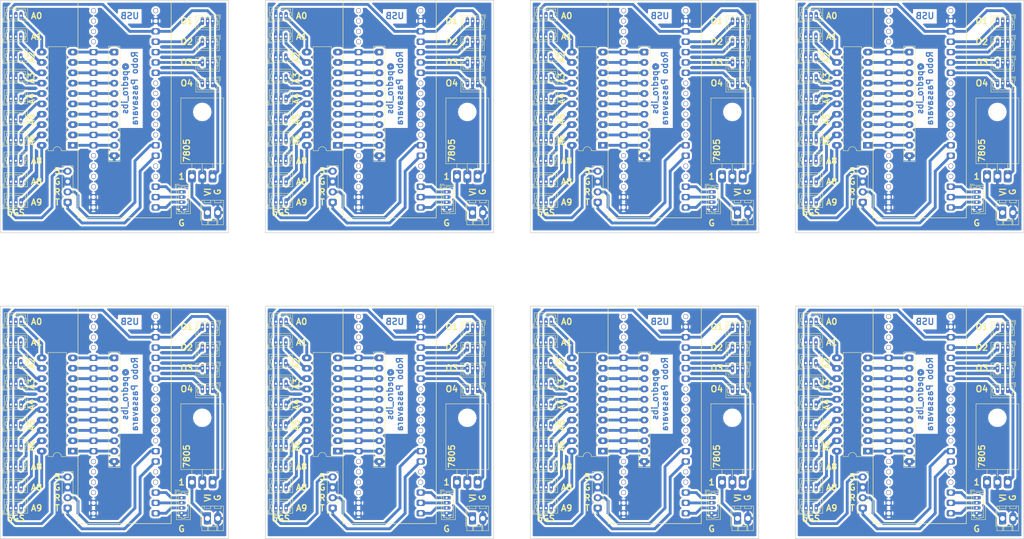
<source format=kicad_pcb>
(kicad_pcb (version 20171130) (host pcbnew 5.0.2)
  (layers (0 F.Cu signal) (31 B.Cu signal) (34 B.Paste user hide) (35 F.Paste user hide) (36 B.SilkS user) (37 F.SilkS user) (38 B.Mask user) (39 F.Mask user) (44 Edge.Cuts user))
  (net 0 "")
  (net 1 /VIM)
  (net 2 Earth)
  (net 3 /TXD)
  (net 4 /RXD)
  (net 5 +5V)
  (net 6 "Net-(U2-Pad1)")
  (net 7 "Net-(U2-Pad2)")
  (net 8 "Net-(U2-Pad3)")
  (net 9 "Net-(U2-Pad4)")
  (net 10 "Net-(U2-Pad17)")
  (net 11 "Net-(U2-Pad18)")
  (net 12 "Net-(U2-Pad28)")
  (net 13 "Net-(U2-Pad29)")
  (net 14 "Net-(U2-Pad33)")
  (net 15 "Net-(U2-Pad40)")
  (net 16 "Net-(U2-Pad30)")
  (net 17 "Net-(U2-Pad31)")
  (net 18 "Net-(U2-Pad32)")
  (net 19 /AI0)
  (net 20 /CH1)
  (net 21 /CH2)
  (net 22 /CH3)
  (net 23 /PWM_CH4)
  (net 24 /AI1)
  (net 25 /PWM_CH3)
  (net 26 /AI2)
  (net 27 /PWM_CH2)
  (net 28 /AI3)
  (net 29 /PWM_CH1)
  (net 30 /AI4)
  (net 31 /AI5)
  (net 32 /AI6)
  (net 33 /AI7)
  (net 34 /AI8)
  (net 35 /AI9)
  (net 36 /AIN0)
  (net 37 /AIN1)
  (net 38 /AIN2)
  (net 39 /AIN3)
  (net 40 /AIN4)
  (net 41 /AIN5)
  (net 42 /AIN6)
  (net 43 /AIN7)
  (net 44 /AIN8)
  (net 45 /AIN9)
  (net 46 "Net-(U2-Pad15)")
  (net 47 "Net-(U2-Pad16)")
  (net 48 "Net-(U2-Pad24)")
  (net 49 "Net-(U2-Pad25)")
  (module Connector_Molex:Molex_PicoBlade_53047-0310_1x03_P1.25mm_Vertical (layer F.Cu) (at 68.37 104.06 180)
    (fp_text reference J7 hide)
    (fp_text value OUT2)
    (pad 3 thru_hole oval (at 2.5 0 180) (size 0.8 2) (drill 0.5) (layers *.Cu *.Mask) (net 25 /PWM_CH3))
    (pad 2 thru_hole oval (at 1.25 0 180) (size 0.8 2) (drill 0.5) (layers *.Cu *.Mask) (net 2 Earth))
    (pad 1 thru_hole roundrect (at 0 0 180) (size 0.8 2) (drill 0.5) (layers *.Cu *.Mask) (net 5 +5V))
  )
  (module Connector_Molex:Molex_PicoBlade_53047-0310_1x03_P1.25mm_Vertical (layer F.Cu) (at 148.88 143.43)
    (fp_text reference J17 hide)
    (fp_text value AIN9)
    (pad 1 thru_hole roundrect (at 0 0) (size 0.8 2) (drill 0.5) (layers *.Cu *.Mask) (net 5 +5V))
    (pad 2 thru_hole oval (at 1.25 0) (size 0.8 2) (drill 0.5) (layers *.Cu *.Mask) (net 2 Earth))
    (pad 3 thru_hole oval (at 2.5 0) (size 0.8 2) (drill 0.5) (layers *.Cu *.Mask) (net 35 /AI9))
  )
  (module Package_TO_SOT_THT:TO-220F-3_Horizontal_TabDown (layer F.Cu) (at 63.29 62.08)
    (fp_text reference U1 hide)
    (fp_text value L7805)
    (pad 3 thru_hole roundrect (at 5.08 0) (size 1.905 3) (drill 1.2) (layers *.Cu *.Mask) (net 5 +5V))
    (pad 2 thru_hole roundrect (at 2.54 0) (size 1.905 3) (drill 1.2) (layers *.Cu *.Mask) (net 2 Earth))
    (pad 1 thru_hole roundrect (at 0 0) (size 1.905 3) (drill 1.2) (layers *.Cu *.Mask) (net 1 /VIM))
    (pad "" np_thru_hole oval (at 2.54 -15.8) (size 3.5 3.5) (drill 3.5) (layers *.Cu *.Mask))
  )
  (module Connector_Molex:Molex_PicoBlade_53047-0310_1x03_P1.25mm_Vertical (layer F.Cu) (at 68.37 23.98 180)
    (fp_text reference J5 hide)
    (fp_text value OUT1)
    (pad 3 thru_hole oval (at 2.5 0 180) (size 0.8 2) (drill 0.5) (layers *.Cu *.Mask) (net 23 /PWM_CH4))
    (pad 2 thru_hole oval (at 1.25 0 180) (size 0.8 2) (drill 0.5) (layers *.Cu *.Mask) (net 2 Earth))
    (pad 1 thru_hole roundrect (at 0 0 180) (size 0.8 2) (drill 0.5) (layers *.Cu *.Mask) (net 5 +5V))
  )
  (module Connector_Molex:Molex_KK-254_AE-6410-02A_1x02_P2.54mm_Vertical (layer F.Cu) (at 67.1 70.97)
    (fp_text reference J1 hide)
    (fp_text value VIN)
    (pad 2 thru_hole oval (at 2.54 0) (size 1.74 3) (drill 1.2) (layers *.Cu *.Mask) (net 2 Earth))
    (pad 1 thru_hole roundrect (at 0 0) (size 1.74 3) (drill 1.2) (layers *.Cu *.Mask) (roundrect_rratio 0.144) (net 1 /VIM))
  )
  (module Connector_Molex:Molex_PicoBlade_53047-0310_1x03_P1.25mm_Vertical (layer F.Cu) (at 133.37 98.98 180)
    (fp_text reference J5 hide)
    (fp_text value OUT1)
    (pad 3 thru_hole oval (at 2.5 0 180) (size 0.8 2) (drill 0.5) (layers *.Cu *.Mask) (net 23 /PWM_CH4))
    (pad 2 thru_hole oval (at 1.25 0 180) (size 0.8 2) (drill 0.5) (layers *.Cu *.Mask) (net 2 Earth))
    (pad 1 thru_hole roundrect (at 0 0 180) (size 0.8 2) (drill 0.5) (layers *.Cu *.Mask) (net 5 +5V))
  )
  (module Connector_Molex:Molex_PicoBlade_53047-0310_1x03_P1.25mm_Vertical (layer F.Cu) (at 18.88 97.71)
    (fp_text reference J3 hide)
    (fp_text value AIN0)
    (pad 1 thru_hole roundrect (at 0 0) (size 0.8 2) (drill 0.5) (layers *.Cu *.Mask) (net 5 +5V))
    (pad 2 thru_hole oval (at 1.25 0) (size 0.8 2) (drill 0.5) (layers *.Cu *.Mask) (net 2 Earth))
    (pad 3 thru_hole oval (at 2.5 0) (size 0.8 2) (drill 0.5) (layers *.Cu *.Mask) (net 19 /AI0))
  )
  (module MyFootprint:stm32f103c8t6-module-china (layer F.Cu) (at 46.78 120.57 270)
    (fp_text reference U2 hide)
    (fp_text value STM32F103C8T6 hide)
    (pad 1 thru_hole circle (at -24.13 7.62 270) (size 1.2 1.2) (drill 1) (layers *.Cu *.Mask) (net 6 "Net-(U2-Pad1)"))
    (pad 2 thru_hole circle (at -21.59 7.62 270) (size 1.2 1.2) (drill 1) (layers *.Cu *.Mask) (net 7 "Net-(U2-Pad2)"))
    (pad 3 thru_hole circle (at -19.05 7.62 270) (size 1.2 1.2) (drill 1) (layers *.Cu *.Mask) (net 8 "Net-(U2-Pad3)"))
    (pad 4 thru_hole circle (at -16.51 7.62 270) (size 1.2 1.2) (drill 1) (layers *.Cu *.Mask) (net 9 "Net-(U2-Pad4)"))
    (pad 5 thru_hole roundrect (at -13.97 7.62 270) (size 1.524 2) (drill 1.016) (layers *.Cu *.Mask) (net 36 /AIN0))
    (pad 6 thru_hole roundrect (at -11.43 7.62 270) (size 1.524 2) (drill 1.016) (layers *.Cu *.Mask) (net 37 /AIN1))
    (pad 7 thru_hole roundrect (at -8.89 7.62 270) (size 1.524 2) (drill 1.016) (layers *.Cu *.Mask) (net 38 /AIN2))
    (pad 8 thru_hole roundrect (at -6.35 7.62 270) (size 1.524 2) (drill 1.016) (layers *.Cu *.Mask) (net 39 /AIN3))
    (pad 9 thru_hole roundrect (at -3.81 7.62 270) (size 1.524 2) (drill 1.016) (layers *.Cu *.Mask) (net 40 /AIN4))
    (pad 10 thru_hole roundrect (at -1.27 7.62 270) (size 1.524 2) (drill 1.016) (layers *.Cu *.Mask) (net 41 /AIN5))
    (pad 11 thru_hole roundrect (at 1.27 7.62 270) (size 1.524 2) (drill 1.016) (layers *.Cu *.Mask) (net 42 /AIN6))
    (pad 12 thru_hole roundrect (at 3.81 7.62 270) (size 1.524 2) (drill 1.016) (layers *.Cu *.Mask) (net 43 /AIN7))
    (pad 13 thru_hole roundrect (at 6.35 7.62 270) (size 1.524 2) (drill 1.016) (layers *.Cu *.Mask) (net 44 /AIN8))
    (pad 14 thru_hole roundrect (at 8.89 7.62 270) (size 1.524 2) (drill 1.016) (layers *.Cu *.Mask) (net 45 /AIN9))
    (pad 15 thru_hole circle (at 11.43 7.62 270) (size 1.2 1.2) (drill 1) (layers *.Cu *.Mask) (net 46 "Net-(U2-Pad15)"))
    (pad 16 thru_hole circle (at 13.97 7.62 270) (size 1.2 1.2) (drill 1) (layers *.Cu *.Mask) (net 47 "Net-(U2-Pad16)"))
    (pad 17 thru_hole circle (at 16.51 7.62 270) (size 1.2 1.2) (drill 1) (layers *.Cu *.Mask) (net 10 "Net-(U2-Pad17)"))
    (pad 18 thru_hole circle (at 19.05 7.62 270) (size 1.2 1.2) (drill 1) (layers *.Cu *.Mask) (net 11 "Net-(U2-Pad18)"))
    (pad 19 thru_hole circle (at 21.59 7.62 270) (size 1.524 1.524) (drill 1.016) (layers *.Cu *.Mask) (net 2 Earth))
    (pad 20 thru_hole circle (at 24.13 7.62 270) (size 1.524 1.524) (drill 1.016) (layers *.Cu *.Mask) (net 2 Earth))
    (pad 21 thru_hole roundrect (at 24.13 -7.62 270) (size 1.524 2) (drill 1.016) (layers *.Cu *.Mask) (net 22 /CH3))
    (pad 22 thru_hole roundrect (at 21.59 -7.62 270) (size 1.524 2) (drill 1.016) (layers *.Cu *.Mask) (net 21 /CH2))
    (pad 23 thru_hole roundrect (at 19.05 -7.62 270) (size 1.524 2) (drill 1.016) (layers *.Cu *.Mask) (net 20 /CH1))
    (pad 24 thru_hole circle (at 16.51 -7.62 270) (size 1.2 1.2) (drill 1) (layers *.Cu *.Mask) (net 48 "Net-(U2-Pad24)"))
    (pad 25 thru_hole circle (at 13.97 -7.62 270) (size 1.2 1.2) (drill 1) (layers *.Cu *.Mask) (net 49 "Net-(U2-Pad25)"))
    (pad 26 thru_hole roundrect (at 11.43 -7.62 270) (size 1.524 2) (drill 1.016) (layers *.Cu *.Mask) (net 3 /TXD))
    (pad 27 thru_hole roundrect (at 8.89 -7.62 270) (size 1.524 2) (drill 1.016) (layers *.Cu *.Mask) (net 4 /RXD))
    (pad 28 thru_hole circle (at 6.35 -7.62 270) (size 1.2 1.2) (drill 1) (layers *.Cu *.Mask) (net 12 "Net-(U2-Pad28)"))
    (pad 29 thru_hole circle (at 3.81 -7.62 270) (size 1.2 1.2) (drill 1) (layers *.Cu *.Mask) (net 13 "Net-(U2-Pad29)"))
    (pad 30 thru_hole circle (at 1.27 -7.62 270) (size 1.2 1.2) (drill 1) (layers *.Cu *.Mask) (net 16 "Net-(U2-Pad30)"))
    (pad 31 thru_hole circle (at -1.27 -7.62 270) (size 1.2 1.2) (drill 1) (layers *.Cu *.Mask) (net 17 "Net-(U2-Pad31)"))
    (pad 32 thru_hole circle (at -3.81 -7.62 270) (size 1.2 1.2) (drill 1) (layers *.Cu *.Mask) (net 18 "Net-(U2-Pad32)"))
    (pad 33 thru_hole circle (at -6.35 -7.62 270) (size 1.2 1.2) (drill 1) (layers *.Cu *.Mask) (net 14 "Net-(U2-Pad33)"))
    (pad 34 thru_hole roundrect (at -8.89 -7.62 270) (size 1.524 2) (drill 1.016) (layers *.Cu *.Mask) (net 29 /PWM_CH1))
    (pad 35 thru_hole roundrect (at -11.43 -7.62 270) (size 1.524 2) (drill 1.016) (layers *.Cu *.Mask) (net 27 /PWM_CH2))
    (pad 36 thru_hole roundrect (at -13.97 -7.62 270) (size 1.524 2) (drill 1.016) (layers *.Cu *.Mask) (net 25 /PWM_CH3))
    (pad 37 thru_hole roundrect (at -16.51 -7.62 270) (size 1.524 2) (drill 1.016) (layers *.Cu *.Mask) (net 23 /PWM_CH4))
    (pad 38 thru_hole roundrect (at -19.05 -7.62 270) (size 1.524 2) (drill 1.016) (layers *.Cu *.Mask) (net 5 +5V))
    (pad 39 thru_hole circle (at -21.59 -7.62 270) (size 1.524 1.524) (drill 1.016) (layers *.Cu *.Mask) (net 2 Earth))
    (pad 40 thru_hole circle (at -24.13 -7.62 270) (size 1.2 1.2) (drill 1) (layers *.Cu *.Mask) (net 15 "Net-(U2-Pad40)"))
  )
  (module Connector_Molex:Molex_PicoBlade_53047-0310_1x03_P1.25mm_Vertical (layer F.Cu) (at 68.37 109.14 180)
    (fp_text reference J9 hide)
    (fp_text value OUT3)
    (pad 1 thru_hole roundrect (at 0 0 180) (size 0.8 2) (drill 0.5) (layers *.Cu *.Mask) (net 5 +5V))
    (pad 2 thru_hole oval (at 1.25 0 180) (size 0.8 2) (drill 0.5) (layers *.Cu *.Mask) (net 2 Earth))
    (pad 3 thru_hole oval (at 2.5 0 180) (size 0.8 2) (drill 0.5) (layers *.Cu *.Mask) (net 27 /PWM_CH2))
  )
  (module Resistor_THT:R_Array_SIP11 (layer F.Cu) (at 174.24 57 90)
    (fp_text reference RN2 hide)
    (fp_text value RB)
    (pad 1 thru_hole roundrect (at 0 0 90) (size 1.6 2) (drill 0.8) (layers *.Cu *.Mask) (net 2 Earth))
    (pad 2 thru_hole oval (at 2.54 0 90) (size 1.6 2) (drill 0.8) (layers *.Cu *.Mask) (net 45 /AIN9))
    (pad 3 thru_hole oval (at 5.08 0 90) (size 1.6 2) (drill 0.8) (layers *.Cu *.Mask) (net 44 /AIN8))
    (pad 4 thru_hole oval (at 7.62 0 90) (size 1.6 2) (drill 0.8) (layers *.Cu *.Mask) (net 43 /AIN7))
    (pad 5 thru_hole oval (at 10.16 0 90) (size 1.6 2) (drill 0.8) (layers *.Cu *.Mask) (net 42 /AIN6))
    (pad 6 thru_hole oval (at 12.7 0 90) (size 1.6 2) (drill 0.8) (layers *.Cu *.Mask) (net 41 /AIN5))
    (pad 7 thru_hole oval (at 15.24 0 90) (size 1.6 2) (drill 0.8) (layers *.Cu *.Mask) (net 40 /AIN4))
    (pad 8 thru_hole oval (at 17.78 0 90) (size 1.6 2) (drill 0.8) (layers *.Cu *.Mask) (net 39 /AIN3))
    (pad 9 thru_hole oval (at 20.32 0 90) (size 1.6 2) (drill 0.8) (layers *.Cu *.Mask) (net 38 /AIN2))
    (pad 10 thru_hole oval (at 22.86 0 90) (size 1.6 2) (drill 0.8) (layers *.Cu *.Mask) (net 37 /AIN1))
    (pad 11 thru_hole roundrect (at 25.4 0 90) (size 1.6 2) (drill 0.8) (layers *.Cu *.Mask) (net 36 /AIN0))
  )
  (module Connector_Molex:Molex_PicoBlade_53047-0410_1x04_P1.25mm_Vertical (layer F.Cu) (at 190.75 65.89 270)
    (fp_text reference J4 hide)
    (fp_text value RF_CH)
    (pad 1 thru_hole roundrect (at 0 0 270) (size 0.8 2) (drill 0.5) (layers *.Cu *.Mask) (net 20 /CH1))
    (pad 2 thru_hole oval (at 1.25 0 270) (size 0.8 2) (drill 0.5) (layers *.Cu *.Mask) (net 21 /CH2))
    (pad 3 thru_hole oval (at 2.5 0 270) (size 0.8 2) (drill 0.5) (layers *.Cu *.Mask) (net 22 /CH3))
    (pad 4 thru_hole oval (at 3.75 0 270) (size 0.8 2) (drill 0.5) (layers *.Cu *.Mask) (net 2 Earth))
  )
  (module Connector_Molex:Molex_PicoBlade_53047-0310_1x03_P1.25mm_Vertical (layer F.Cu) (at 198.37 34.14 180)
    (fp_text reference J9 hide)
    (fp_text value OUT3)
    (pad 1 thru_hole roundrect (at 0 0 180) (size 0.8 2) (drill 0.5) (layers *.Cu *.Mask) (net 5 +5V))
    (pad 2 thru_hole oval (at 1.25 0 180) (size 0.8 2) (drill 0.5) (layers *.Cu *.Mask) (net 2 Earth))
    (pad 3 thru_hole oval (at 2.5 0 180) (size 0.8 2) (drill 0.5) (layers *.Cu *.Mask) (net 27 /PWM_CH2))
  )
  (module Connector_Molex:Molex_PicoBlade_53047-0310_1x03_P1.25mm_Vertical (layer F.Cu) (at 148.88 128.19)
    (fp_text reference J14 hide)
    (fp_text value AIN6)
    (pad 3 thru_hole oval (at 2.5 0) (size 0.8 2) (drill 0.5) (layers *.Cu *.Mask) (net 32 /AI6))
    (pad 2 thru_hole oval (at 1.25 0) (size 0.8 2) (drill 0.5) (layers *.Cu *.Mask) (net 2 Earth))
    (pad 1 thru_hole roundrect (at 0 0) (size 0.8 2) (drill 0.5) (layers *.Cu *.Mask) (net 5 +5V))
  )
  (module Connector_Molex:Molex_PicoBlade_53047-0310_1x03_P1.25mm_Vertical (layer F.Cu) (at 148.88 22.71)
    (fp_text reference J3 hide)
    (fp_text value AIN0)
    (pad 1 thru_hole roundrect (at 0 0) (size 0.8 2) (drill 0.5) (layers *.Cu *.Mask) (net 5 +5V))
    (pad 2 thru_hole oval (at 1.25 0) (size 0.8 2) (drill 0.5) (layers *.Cu *.Mask) (net 2 Earth))
    (pad 3 thru_hole oval (at 2.5 0) (size 0.8 2) (drill 0.5) (layers *.Cu *.Mask) (net 19 /AI0))
  )
  (module Package_TO_SOT_THT:TO-220F-3_Horizontal_TabDown (layer F.Cu) (at 63.29 137.08)
    (fp_text reference U1 hide)
    (fp_text value L7805)
    (pad "" np_thru_hole oval (at 2.54 -15.8) (size 3.5 3.5) (drill 3.5) (layers *.Cu *.Mask))
    (pad 1 thru_hole roundrect (at 0 0) (size 1.905 3) (drill 1.2) (layers *.Cu *.Mask) (net 1 /VIM))
    (pad 2 thru_hole roundrect (at 2.54 0) (size 1.905 3) (drill 1.2) (layers *.Cu *.Mask) (net 2 Earth))
    (pad 3 thru_hole roundrect (at 5.08 0) (size 1.905 3) (drill 1.2) (layers *.Cu *.Mask) (net 5 +5V))
  )
  (module Connector_Molex:Molex_PicoBlade_53047-0310_1x03_P1.25mm_Vertical (layer F.Cu) (at 68.37 34.14 180)
    (fp_text reference J9 hide)
    (fp_text value OUT3)
    (pad 3 thru_hole oval (at 2.5 0 180) (size 0.8 2) (drill 0.5) (layers *.Cu *.Mask) (net 27 /PWM_CH2))
    (pad 2 thru_hole oval (at 1.25 0 180) (size 0.8 2) (drill 0.5) (layers *.Cu *.Mask) (net 2 Earth))
    (pad 1 thru_hole roundrect (at 0 0 180) (size 0.8 2) (drill 0.5) (layers *.Cu *.Mask) (net 5 +5V))
  )
  (module Connector_Molex:Molex_PicoBlade_53047-0310_1x03_P1.25mm_Vertical (layer F.Cu) (at 18.84 48.11)
    (fp_text reference J13 hide)
    (fp_text value AIN5)
    (pad 1 thru_hole roundrect (at 0 0) (size 0.8 2) (drill 0.5) (layers *.Cu *.Mask) (net 5 +5V))
    (pad 2 thru_hole oval (at 1.25 0) (size 0.8 2) (drill 0.5) (layers *.Cu *.Mask) (net 2 Earth))
    (pad 3 thru_hole oval (at 2.5 0) (size 0.8 2) (drill 0.5) (layers *.Cu *.Mask) (net 31 /AI5))
  )
  (module Connector_Molex:Molex_PicoBlade_53047-0310_1x03_P1.25mm_Vertical (layer F.Cu) (at 18.88 63.35)
    (fp_text reference J16 hide)
    (fp_text value AIN8)
    (pad 3 thru_hole oval (at 2.5 0) (size 0.8 2) (drill 0.5) (layers *.Cu *.Mask) (net 34 /AI8))
    (pad 2 thru_hole oval (at 1.25 0) (size 0.8 2) (drill 0.5) (layers *.Cu *.Mask) (net 2 Earth))
    (pad 1 thru_hole roundrect (at 0 0) (size 0.8 2) (drill 0.5) (layers *.Cu *.Mask) (net 5 +5V))
  )
  (module Connector_Molex:Molex_PicoBlade_53047-0310_1x03_P1.25mm_Vertical (layer F.Cu) (at 198.37 39.22 180)
    (fp_text reference J11 hide)
    (fp_text value OUT4)
    (pad 3 thru_hole oval (at 2.5 0 180) (size 0.8 2) (drill 0.5) (layers *.Cu *.Mask) (net 29 /PWM_CH1))
    (pad 2 thru_hole oval (at 1.25 0 180) (size 0.8 2) (drill 0.5) (layers *.Cu *.Mask) (net 2 Earth))
    (pad 1 thru_hole roundrect (at 0 0 180) (size 0.8 2) (drill 0.5) (layers *.Cu *.Mask) (net 5 +5V))
  )
  (module Connector_Molex:Molex_PicoBlade_53047-0310_1x03_P1.25mm_Vertical (layer F.Cu) (at 198.37 29.06 180)
    (fp_text reference J7 hide)
    (fp_text value OUT2)
    (pad 3 thru_hole oval (at 2.5 0 180) (size 0.8 2) (drill 0.5) (layers *.Cu *.Mask) (net 25 /PWM_CH3))
    (pad 2 thru_hole oval (at 1.25 0 180) (size 0.8 2) (drill 0.5) (layers *.Cu *.Mask) (net 2 Earth))
    (pad 1 thru_hole roundrect (at 0 0 180) (size 0.8 2) (drill 0.5) (layers *.Cu *.Mask) (net 5 +5V))
  )
  (module Connector_Molex:Molex_PicoBlade_53047-0310_1x03_P1.25mm_Vertical (layer F.Cu) (at 198.37 23.98 180)
    (fp_text reference J5 hide)
    (fp_text value OUT1)
    (pad 1 thru_hole roundrect (at 0 0 180) (size 0.8 2) (drill 0.5) (layers *.Cu *.Mask) (net 5 +5V))
    (pad 2 thru_hole oval (at 1.25 0 180) (size 0.8 2) (drill 0.5) (layers *.Cu *.Mask) (net 2 Earth))
    (pad 3 thru_hole oval (at 2.5 0 180) (size 0.8 2) (drill 0.5) (layers *.Cu *.Mask) (net 23 /PWM_CH4))
  )
  (module MyFootprint:stm32f103c8t6-module-china (layer F.Cu) (at 176.78 45.57 270)
    (fp_text reference U2 hide)
    (fp_text value STM32F103C8T6 hide)
    (pad 1 thru_hole circle (at -24.13 7.62 270) (size 1.2 1.2) (drill 1) (layers *.Cu *.Mask) (net 6 "Net-(U2-Pad1)"))
    (pad 2 thru_hole circle (at -21.59 7.62 270) (size 1.2 1.2) (drill 1) (layers *.Cu *.Mask) (net 7 "Net-(U2-Pad2)"))
    (pad 3 thru_hole circle (at -19.05 7.62 270) (size 1.2 1.2) (drill 1) (layers *.Cu *.Mask) (net 8 "Net-(U2-Pad3)"))
    (pad 4 thru_hole circle (at -16.51 7.62 270) (size 1.2 1.2) (drill 1) (layers *.Cu *.Mask) (net 9 "Net-(U2-Pad4)"))
    (pad 5 thru_hole roundrect (at -13.97 7.62 270) (size 1.524 2) (drill 1.016) (layers *.Cu *.Mask) (net 36 /AIN0))
    (pad 6 thru_hole roundrect (at -11.43 7.62 270) (size 1.524 2) (drill 1.016) (layers *.Cu *.Mask) (net 37 /AIN1))
    (pad 7 thru_hole roundrect (at -8.89 7.62 270) (size 1.524 2) (drill 1.016) (layers *.Cu *.Mask) (net 38 /AIN2))
    (pad 8 thru_hole roundrect (at -6.35 7.62 270) (size 1.524 2) (drill 1.016) (layers *.Cu *.Mask) (net 39 /AIN3))
    (pad 9 thru_hole roundrect (at -3.81 7.62 270) (size 1.524 2) (drill 1.016) (layers *.Cu *.Mask) (net 40 /AIN4))
    (pad 10 thru_hole roundrect (at -1.27 7.62 270) (size 1.524 2) (drill 1.016) (layers *.Cu *.Mask) (net 41 /AIN5))
    (pad 11 thru_hole roundrect (at 1.27 7.62 270) (size 1.524 2) (drill 1.016) (layers *.Cu *.Mask) (net 42 /AIN6))
    (pad 12 thru_hole roundrect (at 3.81 7.62 270) (size 1.524 2) (drill 1.016) (layers *.Cu *.Mask) (net 43 /AIN7))
    (pad 13 thru_hole roundrect (at 6.35 7.62 270) (size 1.524 2) (drill 1.016) (layers *.Cu *.Mask) (net 44 /AIN8))
    (pad 14 thru_hole roundrect (at 8.89 7.62 270) (size 1.524 2) (drill 1.016) (layers *.Cu *.Mask) (net 45 /AIN9))
    (pad 15 thru_hole circle (at 11.43 7.62 270) (size 1.2 1.2) (drill 1) (layers *.Cu *.Mask) (net 46 "Net-(U2-Pad15)"))
    (pad 16 thru_hole circle (at 13.97 7.62 270) (size 1.2 1.2) (drill 1) (layers *.Cu *.Mask) (net 47 "Net-(U2-Pad16)"))
    (pad 17 thru_hole circle (at 16.51 7.62 270) (size 1.2 1.2) (drill 1) (layers *.Cu *.Mask) (net 10 "Net-(U2-Pad17)"))
    (pad 18 thru_hole circle (at 19.05 7.62 270) (size 1.2 1.2) (drill 1) (layers *.Cu *.Mask) (net 11 "Net-(U2-Pad18)"))
    (pad 19 thru_hole circle (at 21.59 7.62 270) (size 1.524 1.524) (drill 1.016) (layers *.Cu *.Mask) (net 2 Earth))
    (pad 20 thru_hole circle (at 24.13 7.62 270) (size 1.524 1.524) (drill 1.016) (layers *.Cu *.Mask) (net 2 Earth))
    (pad 21 thru_hole roundrect (at 24.13 -7.62 270) (size 1.524 2) (drill 1.016) (layers *.Cu *.Mask) (net 22 /CH3))
    (pad 22 thru_hole roundrect (at 21.59 -7.62 270) (size 1.524 2) (drill 1.016) (layers *.Cu *.Mask) (net 21 /CH2))
    (pad 23 thru_hole roundrect (at 19.05 -7.62 270) (size 1.524 2) (drill 1.016) (layers *.Cu *.Mask) (net 20 /CH1))
    (pad 24 thru_hole circle (at 16.51 -7.62 270) (size 1.2 1.2) (drill 1) (layers *.Cu *.Mask) (net 48 "Net-(U2-Pad24)"))
    (pad 25 thru_hole circle (at 13.97 -7.62 270) (size 1.2 1.2) (drill 1) (layers *.Cu *.Mask) (net 49 "Net-(U2-Pad25)"))
    (pad 26 thru_hole roundrect (at 11.43 -7.62 270) (size 1.524 2) (drill 1.016) (layers *.Cu *.Mask) (net 3 /TXD))
    (pad 27 thru_hole roundrect (at 8.89 -7.62 270) (size 1.524 2) (drill 1.016) (layers *.Cu *.Mask) (net 4 /RXD))
    (pad 28 thru_hole circle (at 6.35 -7.62 270) (size 1.2 1.2) (drill 1) (layers *.Cu *.Mask) (net 12 "Net-(U2-Pad28)"))
    (pad 29 thru_hole circle (at 3.81 -7.62 270) (size 1.2 1.2) (drill 1) (layers *.Cu *.Mask) (net 13 "Net-(U2-Pad29)"))
    (pad 30 thru_hole circle (at 1.27 -7.62 270) (size 1.2 1.2) (drill 1) (layers *.Cu *.Mask) (net 16 "Net-(U2-Pad30)"))
    (pad 31 thru_hole circle (at -1.27 -7.62 270) (size 1.2 1.2) (drill 1) (layers *.Cu *.Mask) (net 17 "Net-(U2-Pad31)"))
    (pad 32 thru_hole circle (at -3.81 -7.62 270) (size 1.2 1.2) (drill 1) (layers *.Cu *.Mask) (net 18 "Net-(U2-Pad32)"))
    (pad 33 thru_hole circle (at -6.35 -7.62 270) (size 1.2 1.2) (drill 1) (layers *.Cu *.Mask) (net 14 "Net-(U2-Pad33)"))
    (pad 34 thru_hole roundrect (at -8.89 -7.62 270) (size 1.524 2) (drill 1.016) (layers *.Cu *.Mask) (net 29 /PWM_CH1))
    (pad 35 thru_hole roundrect (at -11.43 -7.62 270) (size 1.524 2) (drill 1.016) (layers *.Cu *.Mask) (net 27 /PWM_CH2))
    (pad 36 thru_hole roundrect (at -13.97 -7.62 270) (size 1.524 2) (drill 1.016) (layers *.Cu *.Mask) (net 25 /PWM_CH3))
    (pad 37 thru_hole roundrect (at -16.51 -7.62 270) (size 1.524 2) (drill 1.016) (layers *.Cu *.Mask) (net 23 /PWM_CH4))
    (pad 38 thru_hole roundrect (at -19.05 -7.62 270) (size 1.524 2) (drill 1.016) (layers *.Cu *.Mask) (net 5 +5V))
    (pad 39 thru_hole circle (at -21.59 -7.62 270) (size 1.524 1.524) (drill 1.016) (layers *.Cu *.Mask) (net 2 Earth))
    (pad 40 thru_hole circle (at -24.13 -7.62 270) (size 1.2 1.2) (drill 1) (layers *.Cu *.Mask) (net 15 "Net-(U2-Pad40)"))
  )
  (module Connector_Molex:Molex_PicoBlade_53047-0310_1x03_P1.25mm_Vertical (layer F.Cu) (at 148.88 97.71)
    (fp_text reference J3 hide)
    (fp_text value AIN0)
    (pad 3 thru_hole oval (at 2.5 0) (size 0.8 2) (drill 0.5) (layers *.Cu *.Mask) (net 19 /AI0))
    (pad 2 thru_hole oval (at 1.25 0) (size 0.8 2) (drill 0.5) (layers *.Cu *.Mask) (net 2 Earth))
    (pad 1 thru_hole roundrect (at 0 0) (size 0.8 2) (drill 0.5) (layers *.Cu *.Mask) (net 5 +5V))
  )
  (module Connector_Molex:Molex_KK-254_AE-6410-02A_1x02_P2.54mm_Vertical (layer F.Cu) (at 132.1 145.97)
    (fp_text reference J1 hide)
    (fp_text value VIN)
    (pad 2 thru_hole oval (at 2.54 0) (size 1.74 3) (drill 1.2) (layers *.Cu *.Mask) (net 2 Earth))
    (pad 1 thru_hole roundrect (at 0 0) (size 1.74 3) (drill 1.2) (layers *.Cu *.Mask) (roundrect_rratio 0.144) (net 1 /VIM))
  )
  (module MyFootprint:stm32f103c8t6-module-china (layer F.Cu) (at 176.78 120.57 270)
    (fp_text reference U2 hide)
    (fp_text value STM32F103C8T6 hide)
    (pad 40 thru_hole circle (at -24.13 -7.62 270) (size 1.2 1.2) (drill 1) (layers *.Cu *.Mask) (net 15 "Net-(U2-Pad40)"))
    (pad 39 thru_hole circle (at -21.59 -7.62 270) (size 1.524 1.524) (drill 1.016) (layers *.Cu *.Mask) (net 2 Earth))
    (pad 38 thru_hole roundrect (at -19.05 -7.62 270) (size 1.524 2) (drill 1.016) (layers *.Cu *.Mask) (net 5 +5V))
    (pad 37 thru_hole roundrect (at -16.51 -7.62 270) (size 1.524 2) (drill 1.016) (layers *.Cu *.Mask) (net 23 /PWM_CH4))
    (pad 36 thru_hole roundrect (at -13.97 -7.62 270) (size 1.524 2) (drill 1.016) (layers *.Cu *.Mask) (net 25 /PWM_CH3))
    (pad 35 thru_hole roundrect (at -11.43 -7.62 270) (size 1.524 2) (drill 1.016) (layers *.Cu *.Mask) (net 27 /PWM_CH2))
    (pad 34 thru_hole roundrect (at -8.89 -7.62 270) (size 1.524 2) (drill 1.016) (layers *.Cu *.Mask) (net 29 /PWM_CH1))
    (pad 33 thru_hole circle (at -6.35 -7.62 270) (size 1.2 1.2) (drill 1) (layers *.Cu *.Mask) (net 14 "Net-(U2-Pad33)"))
    (pad 32 thru_hole circle (at -3.81 -7.62 270) (size 1.2 1.2) (drill 1) (layers *.Cu *.Mask) (net 18 "Net-(U2-Pad32)"))
    (pad 31 thru_hole circle (at -1.27 -7.62 270) (size 1.2 1.2) (drill 1) (layers *.Cu *.Mask) (net 17 "Net-(U2-Pad31)"))
    (pad 30 thru_hole circle (at 1.27 -7.62 270) (size 1.2 1.2) (drill 1) (layers *.Cu *.Mask) (net 16 "Net-(U2-Pad30)"))
    (pad 29 thru_hole circle (at 3.81 -7.62 270) (size 1.2 1.2) (drill 1) (layers *.Cu *.Mask) (net 13 "Net-(U2-Pad29)"))
    (pad 28 thru_hole circle (at 6.35 -7.62 270) (size 1.2 1.2) (drill 1) (layers *.Cu *.Mask) (net 12 "Net-(U2-Pad28)"))
    (pad 27 thru_hole roundrect (at 8.89 -7.62 270) (size 1.524 2) (drill 1.016) (layers *.Cu *.Mask) (net 4 /RXD))
    (pad 26 thru_hole roundrect (at 11.43 -7.62 270) (size 1.524 2) (drill 1.016) (layers *.Cu *.Mask) (net 3 /TXD))
    (pad 25 thru_hole circle (at 13.97 -7.62 270) (size 1.2 1.2) (drill 1) (layers *.Cu *.Mask) (net 49 "Net-(U2-Pad25)"))
    (pad 24 thru_hole circle (at 16.51 -7.62 270) (size 1.2 1.2) (drill 1) (layers *.Cu *.Mask) (net 48 "Net-(U2-Pad24)"))
    (pad 23 thru_hole roundrect (at 19.05 -7.62 270) (size 1.524 2) (drill 1.016) (layers *.Cu *.Mask) (net 20 /CH1))
    (pad 22 thru_hole roundrect (at 21.59 -7.62 270) (size 1.524 2) (drill 1.016) (layers *.Cu *.Mask) (net 21 /CH2))
    (pad 21 thru_hole roundrect (at 24.13 -7.62 270) (size 1.524 2) (drill 1.016) (layers *.Cu *.Mask) (net 22 /CH3))
    (pad 20 thru_hole circle (at 24.13 7.62 270) (size 1.524 1.524) (drill 1.016) (layers *.Cu *.Mask) (net 2 Earth))
    (pad 19 thru_hole circle (at 21.59 7.62 270) (size 1.524 1.524) (drill 1.016) (layers *.Cu *.Mask) (net 2 Earth))
    (pad 18 thru_hole circle (at 19.05 7.62 270) (size 1.2 1.2) (drill 1) (layers *.Cu *.Mask) (net 11 "Net-(U2-Pad18)"))
    (pad 17 thru_hole circle (at 16.51 7.62 270) (size 1.2 1.2) (drill 1) (layers *.Cu *.Mask) (net 10 "Net-(U2-Pad17)"))
    (pad 16 thru_hole circle (at 13.97 7.62 270) (size 1.2 1.2) (drill 1) (layers *.Cu *.Mask) (net 47 "Net-(U2-Pad16)"))
    (pad 15 thru_hole circle (at 11.43 7.62 270) (size 1.2 1.2) (drill 1) (layers *.Cu *.Mask) (net 46 "Net-(U2-Pad15)"))
    (pad 14 thru_hole roundrect (at 8.89 7.62 270) (size 1.524 2) (drill 1.016) (layers *.Cu *.Mask) (net 45 /AIN9))
    (pad 13 thru_hole roundrect (at 6.35 7.62 270) (size 1.524 2) (drill 1.016) (layers *.Cu *.Mask) (net 44 /AIN8))
    (pad 12 thru_hole roundrect (at 3.81 7.62 270) (size 1.524 2) (drill 1.016) (layers *.Cu *.Mask) (net 43 /AIN7))
    (pad 11 thru_hole roundrect (at 1.27 7.62 270) (size 1.524 2) (drill 1.016) (layers *.Cu *.Mask) (net 42 /AIN6))
    (pad 10 thru_hole roundrect (at -1.27 7.62 270) (size 1.524 2) (drill 1.016) (layers *.Cu *.Mask) (net 41 /AIN5))
    (pad 9 thru_hole roundrect (at -3.81 7.62 270) (size 1.524 2) (drill 1.016) (layers *.Cu *.Mask) (net 40 /AIN4))
    (pad 8 thru_hole roundrect (at -6.35 7.62 270) (size 1.524 2) (drill 1.016) (layers *.Cu *.Mask) (net 39 /AIN3))
    (pad 7 thru_hole roundrect (at -8.89 7.62 270) (size 1.524 2) (drill 1.016) (layers *.Cu *.Mask) (net 38 /AIN2))
    (pad 6 thru_hole roundrect (at -11.43 7.62 270) (size 1.524 2) (drill 1.016) (layers *.Cu *.Mask) (net 37 /AIN1))
    (pad 5 thru_hole roundrect (at -13.97 7.62 270) (size 1.524 2) (drill 1.016) (layers *.Cu *.Mask) (net 36 /AIN0))
    (pad 4 thru_hole circle (at -16.51 7.62 270) (size 1.2 1.2) (drill 1) (layers *.Cu *.Mask) (net 9 "Net-(U2-Pad4)"))
    (pad 3 thru_hole circle (at -19.05 7.62 270) (size 1.2 1.2) (drill 1) (layers *.Cu *.Mask) (net 8 "Net-(U2-Pad3)"))
    (pad 2 thru_hole circle (at -21.59 7.62 270) (size 1.2 1.2) (drill 1) (layers *.Cu *.Mask) (net 7 "Net-(U2-Pad2)"))
    (pad 1 thru_hole circle (at -24.13 7.62 270) (size 1.2 1.2) (drill 1) (layers *.Cu *.Mask) (net 6 "Net-(U2-Pad1)"))
  )
  (module Connector_Molex:Molex_PicoBlade_53047-0310_1x03_P1.25mm_Vertical (layer F.Cu) (at 83.88 118.03)
    (fp_text reference J12 hide)
    (fp_text value AIN4)
    (pad 3 thru_hole oval (at 2.5 0) (size 0.8 2) (drill 0.5) (layers *.Cu *.Mask) (net 30 /AI4))
    (pad 2 thru_hole oval (at 1.25 0) (size 0.8 2) (drill 0.5) (layers *.Cu *.Mask) (net 2 Earth))
    (pad 1 thru_hole roundrect (at 0 0) (size 0.8 2) (drill 0.5) (layers *.Cu *.Mask) (net 5 +5V))
  )
  (module Connector_Molex:Molex_KK-254_AE-6410-02A_1x02_P2.54mm_Vertical (layer F.Cu) (at 197.1 70.97)
    (fp_text reference J1 hide)
    (fp_text value VIN)
    (pad 1 thru_hole roundrect (at 0 0) (size 1.74 3) (drill 1.2) (layers *.Cu *.Mask) (roundrect_rratio 0.144) (net 1 /VIM))
    (pad 2 thru_hole oval (at 2.54 0) (size 1.74 3) (drill 1.2) (layers *.Cu *.Mask) (net 2 Earth))
  )
  (module Connector_Molex:Molex_PicoBlade_53047-0310_1x03_P1.25mm_Vertical (layer F.Cu) (at 18.84 102.79)
    (fp_text reference J6 hide)
    (fp_text value AIN1)
    (pad 3 thru_hole oval (at 2.5 0) (size 0.8 2) (drill 0.5) (layers *.Cu *.Mask) (net 24 /AI1))
    (pad 2 thru_hole oval (at 1.25 0) (size 0.8 2) (drill 0.5) (layers *.Cu *.Mask) (net 2 Earth))
    (pad 1 thru_hole roundrect (at 0 0) (size 0.8 2) (drill 0.5) (layers *.Cu *.Mask) (net 5 +5V))
  )
  (module Connector_Molex:Molex_PicoBlade_53047-0310_1x03_P1.25mm_Vertical (layer F.Cu) (at 18.88 118.03)
    (fp_text reference J12 hide)
    (fp_text value AIN4)
    (pad 1 thru_hole roundrect (at 0 0) (size 0.8 2) (drill 0.5) (layers *.Cu *.Mask) (net 5 +5V))
    (pad 2 thru_hole oval (at 1.25 0) (size 0.8 2) (drill 0.5) (layers *.Cu *.Mask) (net 2 Earth))
    (pad 3 thru_hole oval (at 2.5 0) (size 0.8 2) (drill 0.5) (layers *.Cu *.Mask) (net 30 /AI4))
  )
  (module Package_DIP:DIP-20_W7.62mm_LongPads (layer F.Cu) (at 99.08 129.46 180)
    (fp_text reference RN1 hide)
    (fp_text value RA)
    (pad 20 thru_hole oval (at 7.62 0 180) (size 2.4 1.6) (drill 0.8) (layers *.Cu *.Mask) (net 35 /AI9))
    (pad 10 thru_hole oval (at 0 22.86 180) (size 2.4 1.6) (drill 0.8) (layers *.Cu *.Mask) (net 36 /AIN0))
    (pad 19 thru_hole oval (at 7.62 2.54 180) (size 2.4 1.6) (drill 0.8) (layers *.Cu *.Mask) (net 34 /AI8))
    (pad 9 thru_hole oval (at 0 20.32 180) (size 2.4 1.6) (drill 0.8) (layers *.Cu *.Mask) (net 37 /AIN1))
    (pad 18 thru_hole oval (at 7.62 5.08 180) (size 2.4 1.6) (drill 0.8) (layers *.Cu *.Mask) (net 33 /AI7))
    (pad 8 thru_hole oval (at 0 17.78 180) (size 2.4 1.6) (drill 0.8) (layers *.Cu *.Mask) (net 38 /AIN2))
    (pad 17 thru_hole oval (at 7.62 7.62 180) (size 2.4 1.6) (drill 0.8) (layers *.Cu *.Mask) (net 32 /AI6))
    (pad 7 thru_hole oval (at 0 15.24 180) (size 2.4 1.6) (drill 0.8) (layers *.Cu *.Mask) (net 39 /AIN3))
    (pad 16 thru_hole oval (at 7.62 10.16 180) (size 2.4 1.6) (drill 0.8) (layers *.Cu *.Mask) (net 31 /AI5))
    (pad 6 thru_hole oval (at 0 12.7 180) (size 2.4 1.6) (drill 0.8) (layers *.Cu *.Mask) (net 40 /AIN4))
    (pad 15 thru_hole oval (at 7.62 12.7 180) (size 2.4 1.6) (drill 0.8) (layers *.Cu *.Mask) (net 30 /AI4))
    (pad 5 thru_hole oval (at 0 10.16 180) (size 2.4 1.6) (drill 0.8) (layers *.Cu *.Mask) (net 41 /AIN5))
    (pad 14 thru_hole oval (at 7.62 15.24 180) (size 2.4 1.6) (drill 0.8) (layers *.Cu *.Mask) (net 28 /AI3))
    (pad 4 thru_hole oval (at 0 7.62 180) (size 2.4 1.6) (drill 0.8) (layers *.Cu *.Mask) (net 42 /AIN6))
    (pad 13 thru_hole oval (at 7.62 17.78 180) (size 2.4 1.6) (drill 0.8) (layers *.Cu *.Mask) (net 26 /AI2))
    (pad 3 thru_hole oval (at 0 5.08 180) (size 2.4 1.6) (drill 0.8) (layers *.Cu *.Mask) (net 43 /AIN7))
    (pad 12 thru_hole oval (at 7.62 20.32 180) (size 2.4 1.6) (drill 0.8) (layers *.Cu *.Mask) (net 24 /AI1))
    (pad 2 thru_hole oval (at 0 2.54 180) (size 2.4 1.6) (drill 0.8) (layers *.Cu *.Mask) (net 44 /AIN8))
    (pad 11 thru_hole oval (at 7.62 22.86 180) (size 2.4 1.6) (drill 0.8) (layers *.Cu *.Mask) (net 19 /AI0))
    (pad 1 thru_hole rect (at 0 0 180) (size 2.4 1.6) (drill 0.8) (layers *.Cu *.Mask) (net 45 /AIN9))
  )
  (module Connector_Molex:Molex_PicoBlade_53047-0310_1x03_P1.25mm_Vertical (layer F.Cu) (at 148.84 58.27)
    (fp_text reference J15 hide)
    (fp_text value AIN7)
    (pad 3 thru_hole oval (at 2.5 0) (size 0.8 2) (drill 0.5) (layers *.Cu *.Mask) (net 33 /AI7))
    (pad 2 thru_hole oval (at 1.25 0) (size 0.8 2) (drill 0.5) (layers *.Cu *.Mask) (net 2 Earth))
    (pad 1 thru_hole roundrect (at 0 0) (size 0.8 2) (drill 0.5) (layers *.Cu *.Mask) (net 5 +5V))
  )
  (module Connector_Molex:Molex_PicoBlade_53047-0310_1x03_P1.25mm_Vertical (layer F.Cu) (at 18.88 138.35)
    (fp_text reference J16 hide)
    (fp_text value AIN8)
    (pad 1 thru_hole roundrect (at 0 0) (size 0.8 2) (drill 0.5) (layers *.Cu *.Mask) (net 5 +5V))
    (pad 2 thru_hole oval (at 1.25 0) (size 0.8 2) (drill 0.5) (layers *.Cu *.Mask) (net 2 Earth))
    (pad 3 thru_hole oval (at 2.5 0) (size 0.8 2) (drill 0.5) (layers *.Cu *.Mask) (net 34 /AI8))
  )
  (module Connector_Molex:Molex_PicoBlade_53047-0310_1x03_P1.25mm_Vertical (layer F.Cu) (at 198.37 109.14 180)
    (fp_text reference J9 hide)
    (fp_text value OUT3)
    (pad 3 thru_hole oval (at 2.5 0 180) (size 0.8 2) (drill 0.5) (layers *.Cu *.Mask) (net 27 /PWM_CH2))
    (pad 2 thru_hole oval (at 1.25 0 180) (size 0.8 2) (drill 0.5) (layers *.Cu *.Mask) (net 2 Earth))
    (pad 1 thru_hole roundrect (at 0 0 180) (size 0.8 2) (drill 0.5) (layers *.Cu *.Mask) (net 5 +5V))
  )
  (module Connector_Molex:Molex_PicoBlade_53047-0310_1x03_P1.25mm_Vertical (layer F.Cu) (at 18.84 107.87)
    (fp_text reference J8 hide)
    (fp_text value AIN2)
    (pad 1 thru_hole roundrect (at 0 0) (size 0.8 2) (drill 0.5) (layers *.Cu *.Mask) (net 5 +5V))
    (pad 2 thru_hole oval (at 1.25 0) (size 0.8 2) (drill 0.5) (layers *.Cu *.Mask) (net 2 Earth))
    (pad 3 thru_hole oval (at 2.5 0) (size 0.8 2) (drill 0.5) (layers *.Cu *.Mask) (net 26 /AI2))
  )
  (module Connector_Molex:Molex_PicoBlade_53047-0310_1x03_P1.25mm_Vertical (layer F.Cu) (at 68.37 114.22 180)
    (fp_text reference J11 hide)
    (fp_text value OUT4)
    (pad 3 thru_hole oval (at 2.5 0 180) (size 0.8 2) (drill 0.5) (layers *.Cu *.Mask) (net 29 /PWM_CH1))
    (pad 2 thru_hole oval (at 1.25 0 180) (size 0.8 2) (drill 0.5) (layers *.Cu *.Mask) (net 2 Earth))
    (pad 1 thru_hole roundrect (at 0 0 180) (size 0.8 2) (drill 0.5) (layers *.Cu *.Mask) (net 5 +5V))
  )
  (module Connector_Molex:Molex_PicoBlade_53047-0410_1x04_P1.25mm_Vertical (layer F.Cu) (at 190.75 140.89 270)
    (fp_text reference J4 hide)
    (fp_text value RF_CH)
    (pad 4 thru_hole oval (at 3.75 0 270) (size 0.8 2) (drill 0.5) (layers *.Cu *.Mask) (net 2 Earth))
    (pad 3 thru_hole oval (at 2.5 0 270) (size 0.8 2) (drill 0.5) (layers *.Cu *.Mask) (net 22 /CH3))
    (pad 2 thru_hole oval (at 1.25 0 270) (size 0.8 2) (drill 0.5) (layers *.Cu *.Mask) (net 21 /CH2))
    (pad 1 thru_hole roundrect (at 0 0 270) (size 0.8 2) (drill 0.5) (layers *.Cu *.Mask) (net 20 /CH1))
  )
  (module Connector_Molex:Molex_PicoBlade_53047-0310_1x03_P1.25mm_Vertical (layer F.Cu) (at 18.88 22.71)
    (fp_text reference J3 hide)
    (fp_text value AIN0)
    (pad 3 thru_hole oval (at 2.5 0) (size 0.8 2) (drill 0.5) (layers *.Cu *.Mask) (net 19 /AI0))
    (pad 2 thru_hole oval (at 1.25 0) (size 0.8 2) (drill 0.5) (layers *.Cu *.Mask) (net 2 Earth))
    (pad 1 thru_hole roundrect (at 0 0) (size 0.8 2) (drill 0.5) (layers *.Cu *.Mask) (net 5 +5V))
  )
  (module Connector_Molex:Molex_PicoBlade_53047-0310_1x03_P1.25mm_Vertical (layer F.Cu) (at 148.88 37.95)
    (fp_text reference J10 hide)
    (fp_text value AIN3)
    (pad 3 thru_hole oval (at 2.5 0) (size 0.8 2) (drill 0.5) (layers *.Cu *.Mask) (net 28 /AI3))
    (pad 2 thru_hole oval (at 1.25 0) (size 0.8 2) (drill 0.5) (layers *.Cu *.Mask) (net 2 Earth))
    (pad 1 thru_hole roundrect (at 0 0) (size 0.8 2) (drill 0.5) (layers *.Cu *.Mask) (net 5 +5V))
  )
  (module MyFootprint:stm32f103c8t6-module-china (layer F.Cu) (at 111.78 120.57 270)
    (fp_text reference U2 hide)
    (fp_text value STM32F103C8T6 hide)
    (pad 40 thru_hole circle (at -24.13 -7.62 270) (size 1.2 1.2) (drill 1) (layers *.Cu *.Mask) (net 15 "Net-(U2-Pad40)"))
    (pad 39 thru_hole circle (at -21.59 -7.62 270) (size 1.524 1.524) (drill 1.016) (layers *.Cu *.Mask) (net 2 Earth))
    (pad 38 thru_hole roundrect (at -19.05 -7.62 270) (size 1.524 2) (drill 1.016) (layers *.Cu *.Mask) (net 5 +5V))
    (pad 37 thru_hole roundrect (at -16.51 -7.62 270) (size 1.524 2) (drill 1.016) (layers *.Cu *.Mask) (net 23 /PWM_CH4))
    (pad 36 thru_hole roundrect (at -13.97 -7.62 270) (size 1.524 2) (drill 1.016) (layers *.Cu *.Mask) (net 25 /PWM_CH3))
    (pad 35 thru_hole roundrect (at -11.43 -7.62 270) (size 1.524 2) (drill 1.016) (layers *.Cu *.Mask) (net 27 /PWM_CH2))
    (pad 34 thru_hole roundrect (at -8.89 -7.62 270) (size 1.524 2) (drill 1.016) (layers *.Cu *.Mask) (net 29 /PWM_CH1))
    (pad 33 thru_hole circle (at -6.35 -7.62 270) (size 1.2 1.2) (drill 1) (layers *.Cu *.Mask) (net 14 "Net-(U2-Pad33)"))
    (pad 32 thru_hole circle (at -3.81 -7.62 270) (size 1.2 1.2) (drill 1) (layers *.Cu *.Mask) (net 18 "Net-(U2-Pad32)"))
    (pad 31 thru_hole circle (at -1.27 -7.62 270) (size 1.2 1.2) (drill 1) (layers *.Cu *.Mask) (net 17 "Net-(U2-Pad31)"))
    (pad 30 thru_hole circle (at 1.27 -7.62 270) (size 1.2 1.2) (drill 1) (layers *.Cu *.Mask) (net 16 "Net-(U2-Pad30)"))
    (pad 29 thru_hole circle (at 3.81 -7.62 270) (size 1.2 1.2) (drill 1) (layers *.Cu *.Mask) (net 13 "Net-(U2-Pad29)"))
    (pad 28 thru_hole circle (at 6.35 -7.62 270) (size 1.2 1.2) (drill 1) (layers *.Cu *.Mask) (net 12 "Net-(U2-Pad28)"))
    (pad 27 thru_hole roundrect (at 8.89 -7.62 270) (size 1.524 2) (drill 1.016) (layers *.Cu *.Mask) (net 4 /RXD))
    (pad 26 thru_hole roundrect (at 11.43 -7.62 270) (size 1.524 2) (drill 1.016) (layers *.Cu *.Mask) (net 3 /TXD))
    (pad 25 thru_hole circle (at 13.97 -7.62 270) (size 1.2 1.2) (drill 1) (layers *.Cu *.Mask) (net 49 "Net-(U2-Pad25)"))
    (pad 24 thru_hole circle (at 16.51 -7.62 270) (size 1.2 1.2) (drill 1) (layers *.Cu *.Mask) (net 48 "Net-(U2-Pad24)"))
    (pad 23 thru_hole roundrect (at 19.05 -7.62 270) (size 1.524 2) (drill 1.016) (layers *.Cu *.Mask) (net 20 /CH1))
    (pad 22 thru_hole roundrect (at 21.59 -7.62 270) (size 1.524 2) (drill 1.016) (layers *.Cu *.Mask) (net 21 /CH2))
    (pad 21 thru_hole roundrect (at 24.13 -7.62 270) (size 1.524 2) (drill 1.016) (layers *.Cu *.Mask) (net 22 /CH3))
    (pad 20 thru_hole circle (at 24.13 7.62 270) (size 1.524 1.524) (drill 1.016) (layers *.Cu *.Mask) (net 2 Earth))
    (pad 19 thru_hole circle (at 21.59 7.62 270) (size 1.524 1.524) (drill 1.016) (layers *.Cu *.Mask) (net 2 Earth))
    (pad 18 thru_hole circle (at 19.05 7.62 270) (size 1.2 1.2) (drill 1) (layers *.Cu *.Mask) (net 11 "Net-(U2-Pad18)"))
    (pad 17 thru_hole circle (at 16.51 7.62 270) (size 1.2 1.2) (drill 1) (layers *.Cu *.Mask) (net 10 "Net-(U2-Pad17)"))
    (pad 16 thru_hole circle (at 13.97 7.62 270) (size 1.2 1.2) (drill 1) (layers *.Cu *.Mask) (net 47 "Net-(U2-Pad16)"))
    (pad 15 thru_hole circle (at 11.43 7.62 270) (size 1.2 1.2) (drill 1) (layers *.Cu *.Mask) (net 46 "Net-(U2-Pad15)"))
    (pad 14 thru_hole roundrect (at 8.89 7.62 270) (size 1.524 2) (drill 1.016) (layers *.Cu *.Mask) (net 45 /AIN9))
    (pad 13 thru_hole roundrect (at 6.35 7.62 270) (size 1.524 2) (drill 1.016) (layers *.Cu *.Mask) (net 44 /AIN8))
    (pad 12 thru_hole roundrect (at 3.81 7.62 270) (size 1.524 2) (drill 1.016) (layers *.Cu *.Mask) (net 43 /AIN7))
    (pad 11 thru_hole roundrect (at 1.27 7.62 270) (size 1.524 2) (drill 1.016) (layers *.Cu *.Mask) (net 42 /AIN6))
    (pad 10 thru_hole roundrect (at -1.27 7.62 270) (size 1.524 2) (drill 1.016) (layers *.Cu *.Mask) (net 41 /AIN5))
    (pad 9 thru_hole roundrect (at -3.81 7.62 270) (size 1.524 2) (drill 1.016) (layers *.Cu *.Mask) (net 40 /AIN4))
    (pad 8 thru_hole roundrect (at -6.35 7.62 270) (size 1.524 2) (drill 1.016) (layers *.Cu *.Mask) (net 39 /AIN3))
    (pad 7 thru_hole roundrect (at -8.89 7.62 270) (size 1.524 2) (drill 1.016) (layers *.Cu *.Mask) (net 38 /AIN2))
    (pad 6 thru_hole roundrect (at -11.43 7.62 270) (size 1.524 2) (drill 1.016) (layers *.Cu *.Mask) (net 37 /AIN1))
    (pad 5 thru_hole roundrect (at -13.97 7.62 270) (size 1.524 2) (drill 1.016) (layers *.Cu *.Mask) (net 36 /AIN0))
    (pad 4 thru_hole circle (at -16.51 7.62 270) (size 1.2 1.2) (drill 1) (layers *.Cu *.Mask) (net 9 "Net-(U2-Pad4)"))
    (pad 3 thru_hole circle (at -19.05 7.62 270) (size 1.2 1.2) (drill 1) (layers *.Cu *.Mask) (net 8 "Net-(U2-Pad3)"))
    (pad 2 thru_hole circle (at -21.59 7.62 270) (size 1.2 1.2) (drill 1) (layers *.Cu *.Mask) (net 7 "Net-(U2-Pad2)"))
    (pad 1 thru_hole circle (at -24.13 7.62 270) (size 1.2 1.2) (drill 1) (layers *.Cu *.Mask) (net 6 "Net-(U2-Pad1)"))
  )
  (module Connector_Molex:Molex_PicoBlade_53047-0310_1x03_P1.25mm_Vertical (layer F.Cu) (at 133.37 114.22 180)
    (fp_text reference J11 hide)
    (fp_text value OUT4)
    (pad 1 thru_hole roundrect (at 0 0 180) (size 0.8 2) (drill 0.5) (layers *.Cu *.Mask) (net 5 +5V))
    (pad 2 thru_hole oval (at 1.25 0 180) (size 0.8 2) (drill 0.5) (layers *.Cu *.Mask) (net 2 Earth))
    (pad 3 thru_hole oval (at 2.5 0 180) (size 0.8 2) (drill 0.5) (layers *.Cu *.Mask) (net 29 /PWM_CH1))
  )
  (module Package_DIP:DIP-20_W7.62mm_LongPads (layer F.Cu) (at 164.08 129.46 180)
    (fp_text reference RN1 hide)
    (fp_text value RA)
    (pad 20 thru_hole oval (at 7.62 0 180) (size 2.4 1.6) (drill 0.8) (layers *.Cu *.Mask) (net 35 /AI9))
    (pad 10 thru_hole oval (at 0 22.86 180) (size 2.4 1.6) (drill 0.8) (layers *.Cu *.Mask) (net 36 /AIN0))
    (pad 19 thru_hole oval (at 7.62 2.54 180) (size 2.4 1.6) (drill 0.8) (layers *.Cu *.Mask) (net 34 /AI8))
    (pad 9 thru_hole oval (at 0 20.32 180) (size 2.4 1.6) (drill 0.8) (layers *.Cu *.Mask) (net 37 /AIN1))
    (pad 18 thru_hole oval (at 7.62 5.08 180) (size 2.4 1.6) (drill 0.8) (layers *.Cu *.Mask) (net 33 /AI7))
    (pad 8 thru_hole oval (at 0 17.78 180) (size 2.4 1.6) (drill 0.8) (layers *.Cu *.Mask) (net 38 /AIN2))
    (pad 17 thru_hole oval (at 7.62 7.62 180) (size 2.4 1.6) (drill 0.8) (layers *.Cu *.Mask) (net 32 /AI6))
    (pad 7 thru_hole oval (at 0 15.24 180) (size 2.4 1.6) (drill 0.8) (layers *.Cu *.Mask) (net 39 /AIN3))
    (pad 16 thru_hole oval (at 7.62 10.16 180) (size 2.4 1.6) (drill 0.8) (layers *.Cu *.Mask) (net 31 /AI5))
    (pad 6 thru_hole oval (at 0 12.7 180) (size 2.4 1.6) (drill 0.8) (layers *.Cu *.Mask) (net 40 /AIN4))
    (pad 15 thru_hole oval (at 7.62 12.7 180) (size 2.4 1.6) (drill 0.8) (layers *.Cu *.Mask) (net 30 /AI4))
    (pad 5 thru_hole oval (at 0 10.16 180) (size 2.4 1.6) (drill 0.8) (layers *.Cu *.Mask) (net 41 /AIN5))
    (pad 14 thru_hole oval (at 7.62 15.24 180) (size 2.4 1.6) (drill 0.8) (layers *.Cu *.Mask) (net 28 /AI3))
    (pad 4 thru_hole oval (at 0 7.62 180) (size 2.4 1.6) (drill 0.8) (layers *.Cu *.Mask) (net 42 /AIN6))
    (pad 13 thru_hole oval (at 7.62 17.78 180) (size 2.4 1.6) (drill 0.8) (layers *.Cu *.Mask) (net 26 /AI2))
    (pad 3 thru_hole oval (at 0 5.08 180) (size 2.4 1.6) (drill 0.8) (layers *.Cu *.Mask) (net 43 /AIN7))
    (pad 12 thru_hole oval (at 7.62 20.32 180) (size 2.4 1.6) (drill 0.8) (layers *.Cu *.Mask) (net 24 /AI1))
    (pad 2 thru_hole oval (at 0 2.54 180) (size 2.4 1.6) (drill 0.8) (layers *.Cu *.Mask) (net 44 /AIN8))
    (pad 11 thru_hole oval (at 7.62 22.86 180) (size 2.4 1.6) (drill 0.8) (layers *.Cu *.Mask) (net 19 /AI0))
    (pad 1 thru_hole rect (at 0 0 180) (size 2.4 1.6) (drill 0.8) (layers *.Cu *.Mask) (net 45 /AIN9))
  )
  (module Connector_PinSocket_2.54mm:PinSocket_1x04_P2.54mm_Vertical (layer F.Cu) (at 97.81 143.43 180)
    (fp_text reference J2 hide)
    (fp_text value BLE)
    (pad 4 thru_hole oval (at 0 7.62 180) (size 2 1.7) (drill 1) (layers *.Cu *.Mask) (net 5 +5V))
    (pad 3 thru_hole oval (at 0 5.08 180) (size 2 1.7) (drill 1) (layers *.Cu *.Mask) (net 2 Earth))
    (pad 2 thru_hole oval (at 0 2.54 180) (size 2 1.7) (drill 1) (layers *.Cu *.Mask) (net 4 /RXD))
    (pad 1 thru_hole roundrect (at 0 0 180) (size 2 1.7) (drill 1) (layers *.Cu *.Mask) (net 3 /TXD))
  )
  (module Connector_Molex:Molex_PicoBlade_53047-0310_1x03_P1.25mm_Vertical (layer F.Cu) (at 148.84 27.79)
    (fp_text reference J6 hide)
    (fp_text value AIN1)
    (pad 3 thru_hole oval (at 2.5 0) (size 0.8 2) (drill 0.5) (layers *.Cu *.Mask) (net 24 /AI1))
    (pad 2 thru_hole oval (at 1.25 0) (size 0.8 2) (drill 0.5) (layers *.Cu *.Mask) (net 2 Earth))
    (pad 1 thru_hole roundrect (at 0 0) (size 0.8 2) (drill 0.5) (layers *.Cu *.Mask) (net 5 +5V))
  )
  (module Package_DIP:DIP-20_W7.62mm_LongPads (layer F.Cu) (at 34.08 129.46 180)
    (fp_text reference RN1 hide)
    (fp_text value RA)
    (pad 1 thru_hole rect (at 0 0 180) (size 2.4 1.6) (drill 0.8) (layers *.Cu *.Mask) (net 45 /AIN9))
    (pad 11 thru_hole oval (at 7.62 22.86 180) (size 2.4 1.6) (drill 0.8) (layers *.Cu *.Mask) (net 19 /AI0))
    (pad 2 thru_hole oval (at 0 2.54 180) (size 2.4 1.6) (drill 0.8) (layers *.Cu *.Mask) (net 44 /AIN8))
    (pad 12 thru_hole oval (at 7.62 20.32 180) (size 2.4 1.6) (drill 0.8) (layers *.Cu *.Mask) (net 24 /AI1))
    (pad 3 thru_hole oval (at 0 5.08 180) (size 2.4 1.6) (drill 0.8) (layers *.Cu *.Mask) (net 43 /AIN7))
    (pad 13 thru_hole oval (at 7.62 17.78 180) (size 2.4 1.6) (drill 0.8) (layers *.Cu *.Mask) (net 26 /AI2))
    (pad 4 thru_hole oval (at 0 7.62 180) (size 2.4 1.6) (drill 0.8) (layers *.Cu *.Mask) (net 42 /AIN6))
    (pad 14 thru_hole oval (at 7.62 15.24 180) (size 2.4 1.6) (drill 0.8) (layers *.Cu *.Mask) (net 28 /AI3))
    (pad 5 thru_hole oval (at 0 10.16 180) (size 2.4 1.6) (drill 0.8) (layers *.Cu *.Mask) (net 41 /AIN5))
    (pad 15 thru_hole oval (at 7.62 12.7 180) (size 2.4 1.6) (drill 0.8) (layers *.Cu *.Mask) (net 30 /AI4))
    (pad 6 thru_hole oval (at 0 12.7 180) (size 2.4 1.6) (drill 0.8) (layers *.Cu *.Mask) (net 40 /AIN4))
    (pad 16 thru_hole oval (at 7.62 10.16 180) (size 2.4 1.6) (drill 0.8) (layers *.Cu *.Mask) (net 31 /AI5))
    (pad 7 thru_hole oval (at 0 15.24 180) (size 2.4 1.6) (drill 0.8) (layers *.Cu *.Mask) (net 39 /AIN3))
    (pad 17 thru_hole oval (at 7.62 7.62 180) (size 2.4 1.6) (drill 0.8) (layers *.Cu *.Mask) (net 32 /AI6))
    (pad 8 thru_hole oval (at 0 17.78 180) (size 2.4 1.6) (drill 0.8) (layers *.Cu *.Mask) (net 38 /AIN2))
    (pad 18 thru_hole oval (at 7.62 5.08 180) (size 2.4 1.6) (drill 0.8) (layers *.Cu *.Mask) (net 33 /AI7))
    (pad 9 thru_hole oval (at 0 20.32 180) (size 2.4 1.6) (drill 0.8) (layers *.Cu *.Mask) (net 37 /AIN1))
    (pad 19 thru_hole oval (at 7.62 2.54 180) (size 2.4 1.6) (drill 0.8) (layers *.Cu *.Mask) (net 34 /AI8))
    (pad 10 thru_hole oval (at 0 22.86 180) (size 2.4 1.6) (drill 0.8) (layers *.Cu *.Mask) (net 36 /AIN0))
    (pad 20 thru_hole oval (at 7.62 0 180) (size 2.4 1.6) (drill 0.8) (layers *.Cu *.Mask) (net 35 /AI9))
  )
  (module Connector_Molex:Molex_PicoBlade_53047-0310_1x03_P1.25mm_Vertical (layer F.Cu) (at 133.37 104.06 180)
    (fp_text reference J7 hide)
    (fp_text value OUT2)
    (pad 1 thru_hole roundrect (at 0 0 180) (size 0.8 2) (drill 0.5) (layers *.Cu *.Mask) (net 5 +5V))
    (pad 2 thru_hole oval (at 1.25 0 180) (size 0.8 2) (drill 0.5) (layers *.Cu *.Mask) (net 2 Earth))
    (pad 3 thru_hole oval (at 2.5 0 180) (size 0.8 2) (drill 0.5) (layers *.Cu *.Mask) (net 25 /PWM_CH3))
  )
  (module Connector_Molex:Molex_PicoBlade_53047-0410_1x04_P1.25mm_Vertical (layer F.Cu) (at 125.75 140.89 270)
    (fp_text reference J4 hide)
    (fp_text value RF_CH)
    (pad 4 thru_hole oval (at 3.75 0 270) (size 0.8 2) (drill 0.5) (layers *.Cu *.Mask) (net 2 Earth))
    (pad 3 thru_hole oval (at 2.5 0 270) (size 0.8 2) (drill 0.5) (layers *.Cu *.Mask) (net 22 /CH3))
    (pad 2 thru_hole oval (at 1.25 0 270) (size 0.8 2) (drill 0.5) (layers *.Cu *.Mask) (net 21 /CH2))
    (pad 1 thru_hole roundrect (at 0 0 270) (size 0.8 2) (drill 0.5) (layers *.Cu *.Mask) (net 20 /CH1))
  )
  (module Connector_Molex:Molex_PicoBlade_53047-0310_1x03_P1.25mm_Vertical (layer F.Cu) (at 18.88 128.19)
    (fp_text reference J14 hide)
    (fp_text value AIN6)
    (pad 1 thru_hole roundrect (at 0 0) (size 0.8 2) (drill 0.5) (layers *.Cu *.Mask) (net 5 +5V))
    (pad 2 thru_hole oval (at 1.25 0) (size 0.8 2) (drill 0.5) (layers *.Cu *.Mask) (net 2 Earth))
    (pad 3 thru_hole oval (at 2.5 0) (size 0.8 2) (drill 0.5) (layers *.Cu *.Mask) (net 32 /AI6))
  )
  (module Connector_Molex:Molex_PicoBlade_53047-0310_1x03_P1.25mm_Vertical (layer F.Cu) (at 18.88 53.19)
    (fp_text reference J14 hide)
    (fp_text value AIN6)
    (pad 3 thru_hole oval (at 2.5 0) (size 0.8 2) (drill 0.5) (layers *.Cu *.Mask) (net 32 /AI6))
    (pad 2 thru_hole oval (at 1.25 0) (size 0.8 2) (drill 0.5) (layers *.Cu *.Mask) (net 2 Earth))
    (pad 1 thru_hole roundrect (at 0 0) (size 0.8 2) (drill 0.5) (layers *.Cu *.Mask) (net 5 +5V))
  )
  (module Connector_Molex:Molex_PicoBlade_53047-0310_1x03_P1.25mm_Vertical (layer F.Cu) (at 68.37 29.06 180)
    (fp_text reference J7 hide)
    (fp_text value OUT2)
    (pad 1 thru_hole roundrect (at 0 0 180) (size 0.8 2) (drill 0.5) (layers *.Cu *.Mask) (net 5 +5V))
    (pad 2 thru_hole oval (at 1.25 0 180) (size 0.8 2) (drill 0.5) (layers *.Cu *.Mask) (net 2 Earth))
    (pad 3 thru_hole oval (at 2.5 0 180) (size 0.8 2) (drill 0.5) (layers *.Cu *.Mask) (net 25 /PWM_CH3))
  )
  (module Connector_PinSocket_2.54mm:PinSocket_1x04_P2.54mm_Vertical (layer F.Cu) (at 162.81 68.43 180)
    (fp_text reference J2 hide)
    (fp_text value BLE)
    (pad 1 thru_hole roundrect (at 0 0 180) (size 2 1.7) (drill 1) (layers *.Cu *.Mask) (net 3 /TXD))
    (pad 2 thru_hole oval (at 0 2.54 180) (size 2 1.7) (drill 1) (layers *.Cu *.Mask) (net 4 /RXD))
    (pad 3 thru_hole oval (at 0 5.08 180) (size 2 1.7) (drill 1) (layers *.Cu *.Mask) (net 2 Earth))
    (pad 4 thru_hole oval (at 0 7.62 180) (size 2 1.7) (drill 1) (layers *.Cu *.Mask) (net 5 +5V))
  )
  (module Connector_Molex:Molex_PicoBlade_53047-0310_1x03_P1.25mm_Vertical (layer F.Cu) (at 83.84 107.87)
    (fp_text reference J8 hide)
    (fp_text value AIN2)
    (pad 3 thru_hole oval (at 2.5 0) (size 0.8 2) (drill 0.5) (layers *.Cu *.Mask) (net 26 /AI2))
    (pad 2 thru_hole oval (at 1.25 0) (size 0.8 2) (drill 0.5) (layers *.Cu *.Mask) (net 2 Earth))
    (pad 1 thru_hole roundrect (at 0 0) (size 0.8 2) (drill 0.5) (layers *.Cu *.Mask) (net 5 +5V))
  )
  (module Connector_PinSocket_2.54mm:PinSocket_1x04_P2.54mm_Vertical (layer F.Cu) (at 32.81 143.43 180)
    (fp_text reference J2 hide)
    (fp_text value BLE)
    (pad 1 thru_hole roundrect (at 0 0 180) (size 2 1.7) (drill 1) (layers *.Cu *.Mask) (net 3 /TXD))
    (pad 2 thru_hole oval (at 0 2.54 180) (size 2 1.7) (drill 1) (layers *.Cu *.Mask) (net 4 /RXD))
    (pad 3 thru_hole oval (at 0 5.08 180) (size 2 1.7) (drill 1) (layers *.Cu *.Mask) (net 2 Earth))
    (pad 4 thru_hole oval (at 0 7.62 180) (size 2 1.7) (drill 1) (layers *.Cu *.Mask) (net 5 +5V))
  )
  (module Package_DIP:DIP-20_W7.62mm_LongPads (layer F.Cu) (at 99.08 54.46 180)
    (fp_text reference RN1 hide)
    (fp_text value RA)
    (pad 1 thru_hole rect (at 0 0 180) (size 2.4 1.6) (drill 0.8) (layers *.Cu *.Mask) (net 45 /AIN9))
    (pad 11 thru_hole oval (at 7.62 22.86 180) (size 2.4 1.6) (drill 0.8) (layers *.Cu *.Mask) (net 19 /AI0))
    (pad 2 thru_hole oval (at 0 2.54 180) (size 2.4 1.6) (drill 0.8) (layers *.Cu *.Mask) (net 44 /AIN8))
    (pad 12 thru_hole oval (at 7.62 20.32 180) (size 2.4 1.6) (drill 0.8) (layers *.Cu *.Mask) (net 24 /AI1))
    (pad 3 thru_hole oval (at 0 5.08 180) (size 2.4 1.6) (drill 0.8) (layers *.Cu *.Mask) (net 43 /AIN7))
    (pad 13 thru_hole oval (at 7.62 17.78 180) (size 2.4 1.6) (drill 0.8) (layers *.Cu *.Mask) (net 26 /AI2))
    (pad 4 thru_hole oval (at 0 7.62 180) (size 2.4 1.6) (drill 0.8) (layers *.Cu *.Mask) (net 42 /AIN6))
    (pad 14 thru_hole oval (at 7.62 15.24 180) (size 2.4 1.6) (drill 0.8) (layers *.Cu *.Mask) (net 28 /AI3))
    (pad 5 thru_hole oval (at 0 10.16 180) (size 2.4 1.6) (drill 0.8) (layers *.Cu *.Mask) (net 41 /AIN5))
    (pad 15 thru_hole oval (at 7.62 12.7 180) (size 2.4 1.6) (drill 0.8) (layers *.Cu *.Mask) (net 30 /AI4))
    (pad 6 thru_hole oval (at 0 12.7 180) (size 2.4 1.6) (drill 0.8) (layers *.Cu *.Mask) (net 40 /AIN4))
    (pad 16 thru_hole oval (at 7.62 10.16 180) (size 2.4 1.6) (drill 0.8) (layers *.Cu *.Mask) (net 31 /AI5))
    (pad 7 thru_hole oval (at 0 15.24 180) (size 2.4 1.6) (drill 0.8) (layers *.Cu *.Mask) (net 39 /AIN3))
    (pad 17 thru_hole oval (at 7.62 7.62 180) (size 2.4 1.6) (drill 0.8) (layers *.Cu *.Mask) (net 32 /AI6))
    (pad 8 thru_hole oval (at 0 17.78 180) (size 2.4 1.6) (drill 0.8) (layers *.Cu *.Mask) (net 38 /AIN2))
    (pad 18 thru_hole oval (at 7.62 5.08 180) (size 2.4 1.6) (drill 0.8) (layers *.Cu *.Mask) (net 33 /AI7))
    (pad 9 thru_hole oval (at 0 20.32 180) (size 2.4 1.6) (drill 0.8) (layers *.Cu *.Mask) (net 37 /AIN1))
    (pad 19 thru_hole oval (at 7.62 2.54 180) (size 2.4 1.6) (drill 0.8) (layers *.Cu *.Mask) (net 34 /AI8))
    (pad 10 thru_hole oval (at 0 22.86 180) (size 2.4 1.6) (drill 0.8) (layers *.Cu *.Mask) (net 36 /AIN0))
    (pad 20 thru_hole oval (at 7.62 0 180) (size 2.4 1.6) (drill 0.8) (layers *.Cu *.Mask) (net 35 /AI9))
  )
  (module Resistor_THT:R_Array_SIP11 (layer F.Cu) (at 109.24 57 90)
    (fp_text reference RN2 hide)
    (fp_text value RB)
    (pad 1 thru_hole roundrect (at 0 0 90) (size 1.6 2) (drill 0.8) (layers *.Cu *.Mask) (net 2 Earth))
    (pad 2 thru_hole oval (at 2.54 0 90) (size 1.6 2) (drill 0.8) (layers *.Cu *.Mask) (net 45 /AIN9))
    (pad 3 thru_hole oval (at 5.08 0 90) (size 1.6 2) (drill 0.8) (layers *.Cu *.Mask) (net 44 /AIN8))
    (pad 4 thru_hole oval (at 7.62 0 90) (size 1.6 2) (drill 0.8) (layers *.Cu *.Mask) (net 43 /AIN7))
    (pad 5 thru_hole oval (at 10.16 0 90) (size 1.6 2) (drill 0.8) (layers *.Cu *.Mask) (net 42 /AIN6))
    (pad 6 thru_hole oval (at 12.7 0 90) (size 1.6 2) (drill 0.8) (layers *.Cu *.Mask) (net 41 /AIN5))
    (pad 7 thru_hole oval (at 15.24 0 90) (size 1.6 2) (drill 0.8) (layers *.Cu *.Mask) (net 40 /AIN4))
    (pad 8 thru_hole oval (at 17.78 0 90) (size 1.6 2) (drill 0.8) (layers *.Cu *.Mask) (net 39 /AIN3))
    (pad 9 thru_hole oval (at 20.32 0 90) (size 1.6 2) (drill 0.8) (layers *.Cu *.Mask) (net 38 /AIN2))
    (pad 10 thru_hole oval (at 22.86 0 90) (size 1.6 2) (drill 0.8) (layers *.Cu *.Mask) (net 37 /AIN1))
    (pad 11 thru_hole roundrect (at 25.4 0 90) (size 1.6 2) (drill 0.8) (layers *.Cu *.Mask) (net 36 /AIN0))
  )
  (module Package_TO_SOT_THT:TO-220F-3_Horizontal_TabDown (layer F.Cu) (at 128.29 62.08)
    (fp_text reference U1 hide)
    (fp_text value L7805)
    (pad "" np_thru_hole oval (at 2.54 -15.8) (size 3.5 3.5) (drill 3.5) (layers *.Cu *.Mask))
    (pad 1 thru_hole roundrect (at 0 0) (size 1.905 3) (drill 1.2) (layers *.Cu *.Mask) (net 1 /VIM))
    (pad 2 thru_hole roundrect (at 2.54 0) (size 1.905 3) (drill 1.2) (layers *.Cu *.Mask) (net 2 Earth))
    (pad 3 thru_hole roundrect (at 5.08 0) (size 1.905 3) (drill 1.2) (layers *.Cu *.Mask) (net 5 +5V))
  )
  (module Connector_Molex:Molex_PicoBlade_53047-0310_1x03_P1.25mm_Vertical (layer F.Cu) (at 83.84 58.27)
    (fp_text reference J15 hide)
    (fp_text value AIN7)
    (pad 3 thru_hole oval (at 2.5 0) (size 0.8 2) (drill 0.5) (layers *.Cu *.Mask) (net 33 /AI7))
    (pad 2 thru_hole oval (at 1.25 0) (size 0.8 2) (drill 0.5) (layers *.Cu *.Mask) (net 2 Earth))
    (pad 1 thru_hole roundrect (at 0 0) (size 0.8 2) (drill 0.5) (layers *.Cu *.Mask) (net 5 +5V))
  )
  (module Connector_Molex:Molex_PicoBlade_53047-0310_1x03_P1.25mm_Vertical (layer F.Cu) (at 83.88 63.35)
    (fp_text reference J16 hide)
    (fp_text value AIN8)
    (pad 1 thru_hole roundrect (at 0 0) (size 0.8 2) (drill 0.5) (layers *.Cu *.Mask) (net 5 +5V))
    (pad 2 thru_hole oval (at 1.25 0) (size 0.8 2) (drill 0.5) (layers *.Cu *.Mask) (net 2 Earth))
    (pad 3 thru_hole oval (at 2.5 0) (size 0.8 2) (drill 0.5) (layers *.Cu *.Mask) (net 34 /AI8))
  )
  (module Connector_Molex:Molex_PicoBlade_53047-0310_1x03_P1.25mm_Vertical (layer F.Cu) (at 83.88 68.43)
    (fp_text reference J17 hide)
    (fp_text value AIN9)
    (pad 3 thru_hole oval (at 2.5 0) (size 0.8 2) (drill 0.5) (layers *.Cu *.Mask) (net 35 /AI9))
    (pad 2 thru_hole oval (at 1.25 0) (size 0.8 2) (drill 0.5) (layers *.Cu *.Mask) (net 2 Earth))
    (pad 1 thru_hole roundrect (at 0 0) (size 0.8 2) (drill 0.5) (layers *.Cu *.Mask) (net 5 +5V))
  )
  (module Connector_Molex:Molex_PicoBlade_53047-0310_1x03_P1.25mm_Vertical (layer F.Cu) (at 18.88 43.03)
    (fp_text reference J12 hide)
    (fp_text value AIN4)
    (pad 3 thru_hole oval (at 2.5 0) (size 0.8 2) (drill 0.5) (layers *.Cu *.Mask) (net 30 /AI4))
    (pad 2 thru_hole oval (at 1.25 0) (size 0.8 2) (drill 0.5) (layers *.Cu *.Mask) (net 2 Earth))
    (pad 1 thru_hole roundrect (at 0 0) (size 0.8 2) (drill 0.5) (layers *.Cu *.Mask) (net 5 +5V))
  )
  (module MyFootprint:stm32f103c8t6-module-china (layer F.Cu) (at 46.78 45.57 270)
    (fp_text reference U2 hide)
    (fp_text value STM32F103C8T6 hide)
    (pad 40 thru_hole circle (at -24.13 -7.62 270) (size 1.2 1.2) (drill 1) (layers *.Cu *.Mask) (net 15 "Net-(U2-Pad40)"))
    (pad 39 thru_hole circle (at -21.59 -7.62 270) (size 1.524 1.524) (drill 1.016) (layers *.Cu *.Mask) (net 2 Earth))
    (pad 38 thru_hole roundrect (at -19.05 -7.62 270) (size 1.524 2) (drill 1.016) (layers *.Cu *.Mask) (net 5 +5V))
    (pad 37 thru_hole roundrect (at -16.51 -7.62 270) (size 1.524 2) (drill 1.016) (layers *.Cu *.Mask) (net 23 /PWM_CH4))
    (pad 36 thru_hole roundrect (at -13.97 -7.62 270) (size 1.524 2) (drill 1.016) (layers *.Cu *.Mask) (net 25 /PWM_CH3))
    (pad 35 thru_hole roundrect (at -11.43 -7.62 270) (size 1.524 2) (drill 1.016) (layers *.Cu *.Mask) (net 27 /PWM_CH2))
    (pad 34 thru_hole roundrect (at -8.89 -7.62 270) (size 1.524 2) (drill 1.016) (layers *.Cu *.Mask) (net 29 /PWM_CH1))
    (pad 33 thru_hole circle (at -6.35 -7.62 270) (size 1.2 1.2) (drill 1) (layers *.Cu *.Mask) (net 14 "Net-(U2-Pad33)"))
    (pad 32 thru_hole circle (at -3.81 -7.62 270) (size 1.2 1.2) (drill 1) (layers *.Cu *.Mask) (net 18 "Net-(U2-Pad32)"))
    (pad 31 thru_hole circle (at -1.27 -7.62 270) (size 1.2 1.2) (drill 1) (layers *.Cu *.Mask) (net 17 "Net-(U2-Pad31)"))
    (pad 30 thru_hole circle (at 1.27 -7.62 270) (size 1.2 1.2) (drill 1) (layers *.Cu *.Mask) (net 16 "Net-(U2-Pad30)"))
    (pad 29 thru_hole circle (at 3.81 -7.62 270) (size 1.2 1.2) (drill 1) (layers *.Cu *.Mask) (net 13 "Net-(U2-Pad29)"))
    (pad 28 thru_hole circle (at 6.35 -7.62 270) (size 1.2 1.2) (drill 1) (layers *.Cu *.Mask) (net 12 "Net-(U2-Pad28)"))
    (pad 27 thru_hole roundrect (at 8.89 -7.62 270) (size 1.524 2) (drill 1.016) (layers *.Cu *.Mask) (net 4 /RXD))
    (pad 26 thru_hole roundrect (at 11.43 -7.62 270) (size 1.524 2) (drill 1.016) (layers *.Cu *.Mask) (net 3 /TXD))
    (pad 25 thru_hole circle (at 13.97 -7.62 270) (size 1.2 1.2) (drill 1) (layers *.Cu *.Mask) (net 49 "Net-(U2-Pad25)"))
    (pad 24 thru_hole circle (at 16.51 -7.62 270) (size 1.2 1.2) (drill 1) (layers *.Cu *.Mask) (net 48 "Net-(U2-Pad24)"))
    (pad 23 thru_hole roundrect (at 19.05 -7.62 270) (size 1.524 2) (drill 1.016) (layers *.Cu *.Mask) (net 20 /CH1))
    (pad 22 thru_hole roundrect (at 21.59 -7.62 270) (size 1.524 2) (drill 1.016) (layers *.Cu *.Mask) (net 21 /CH2))
    (pad 21 thru_hole roundrect (at 24.13 -7.62 270) (size 1.524 2) (drill 1.016) (layers *.Cu *.Mask) (net 22 /CH3))
    (pad 20 thru_hole circle (at 24.13 7.62 270) (size 1.524 1.524) (drill 1.016) (layers *.Cu *.Mask) (net 2 Earth))
    (pad 19 thru_hole circle (at 21.59 7.62 270) (size 1.524 1.524) (drill 1.016) (layers *.Cu *.Mask) (net 2 Earth))
    (pad 18 thru_hole circle (at 19.05 7.62 270) (size 1.2 1.2) (drill 1) (layers *.Cu *.Mask) (net 11 "Net-(U2-Pad18)"))
    (pad 17 thru_hole circle (at 16.51 7.62 270) (size 1.2 1.2) (drill 1) (layers *.Cu *.Mask) (net 10 "Net-(U2-Pad17)"))
    (pad 16 thru_hole circle (at 13.97 7.62 270) (size 1.2 1.2) (drill 1) (layers *.Cu *.Mask) (net 47 "Net-(U2-Pad16)"))
    (pad 15 thru_hole circle (at 11.43 7.62 270) (size 1.2 1.2) (drill 1) (layers *.Cu *.Mask) (net 46 "Net-(U2-Pad15)"))
    (pad 14 thru_hole roundrect (at 8.89 7.62 270) (size 1.524 2) (drill 1.016) (layers *.Cu *.Mask) (net 45 /AIN9))
    (pad 13 thru_hole roundrect (at 6.35 7.62 270) (size 1.524 2) (drill 1.016) (layers *.Cu *.Mask) (net 44 /AIN8))
    (pad 12 thru_hole roundrect (at 3.81 7.62 270) (size 1.524 2) (drill 1.016) (layers *.Cu *.Mask) (net 43 /AIN7))
    (pad 11 thru_hole roundrect (at 1.27 7.62 270) (size 1.524 2) (drill 1.016) (layers *.Cu *.Mask) (net 42 /AIN6))
    (pad 10 thru_hole roundrect (at -1.27 7.62 270) (size 1.524 2) (drill 1.016) (layers *.Cu *.Mask) (net 41 /AIN5))
    (pad 9 thru_hole roundrect (at -3.81 7.62 270) (size 1.524 2) (drill 1.016) (layers *.Cu *.Mask) (net 40 /AIN4))
    (pad 8 thru_hole roundrect (at -6.35 7.62 270) (size 1.524 2) (drill 1.016) (layers *.Cu *.Mask) (net 39 /AIN3))
    (pad 7 thru_hole roundrect (at -8.89 7.62 270) (size 1.524 2) (drill 1.016) (layers *.Cu *.Mask) (net 38 /AIN2))
    (pad 6 thru_hole roundrect (at -11.43 7.62 270) (size 1.524 2) (drill 1.016) (layers *.Cu *.Mask) (net 37 /AIN1))
    (pad 5 thru_hole roundrect (at -13.97 7.62 270) (size 1.524 2) (drill 1.016) (layers *.Cu *.Mask) (net 36 /AIN0))
    (pad 4 thru_hole circle (at -16.51 7.62 270) (size 1.2 1.2) (drill 1) (layers *.Cu *.Mask) (net 9 "Net-(U2-Pad4)"))
    (pad 3 thru_hole circle (at -19.05 7.62 270) (size 1.2 1.2) (drill 1) (layers *.Cu *.Mask) (net 8 "Net-(U2-Pad3)"))
    (pad 2 thru_hole circle (at -21.59 7.62 270) (size 1.2 1.2) (drill 1) (layers *.Cu *.Mask) (net 7 "Net-(U2-Pad2)"))
    (pad 1 thru_hole circle (at -24.13 7.62 270) (size 1.2 1.2) (drill 1) (layers *.Cu *.Mask) (net 6 "Net-(U2-Pad1)"))
  )
  (module Connector_Molex:Molex_PicoBlade_53047-0310_1x03_P1.25mm_Vertical (layer F.Cu) (at 83.88 112.95)
    (fp_text reference J10 hide)
    (fp_text value AIN3)
    (pad 1 thru_hole roundrect (at 0 0) (size 0.8 2) (drill 0.5) (layers *.Cu *.Mask) (net 5 +5V))
    (pad 2 thru_hole oval (at 1.25 0) (size 0.8 2) (drill 0.5) (layers *.Cu *.Mask) (net 2 Earth))
    (pad 3 thru_hole oval (at 2.5 0) (size 0.8 2) (drill 0.5) (layers *.Cu *.Mask) (net 28 /AI3))
  )
  (module Connector_Molex:Molex_PicoBlade_53047-0310_1x03_P1.25mm_Vertical (layer F.Cu) (at 148.84 48.11)
    (fp_text reference J13 hide)
    (fp_text value AIN5)
    (pad 3 thru_hole oval (at 2.5 0) (size 0.8 2) (drill 0.5) (layers *.Cu *.Mask) (net 31 /AI5))
    (pad 2 thru_hole oval (at 1.25 0) (size 0.8 2) (drill 0.5) (layers *.Cu *.Mask) (net 2 Earth))
    (pad 1 thru_hole roundrect (at 0 0) (size 0.8 2) (drill 0.5) (layers *.Cu *.Mask) (net 5 +5V))
  )
  (module Connector_Molex:Molex_KK-254_AE-6410-02A_1x02_P2.54mm_Vertical (layer F.Cu) (at 197.1 145.97)
    (fp_text reference J1 hide)
    (fp_text value VIN)
    (pad 2 thru_hole oval (at 2.54 0) (size 1.74 3) (drill 1.2) (layers *.Cu *.Mask) (net 2 Earth))
    (pad 1 thru_hole roundrect (at 0 0) (size 1.74 3) (drill 1.2) (layers *.Cu *.Mask) (roundrect_rratio 0.144) (net 1 /VIM))
  )
  (module Connector_Molex:Molex_PicoBlade_53047-0310_1x03_P1.25mm_Vertical (layer F.Cu) (at 148.88 43.03)
    (fp_text reference J12 hide)
    (fp_text value AIN4)
    (pad 1 thru_hole roundrect (at 0 0) (size 0.8 2) (drill 0.5) (layers *.Cu *.Mask) (net 5 +5V))
    (pad 2 thru_hole oval (at 1.25 0) (size 0.8 2) (drill 0.5) (layers *.Cu *.Mask) (net 2 Earth))
    (pad 3 thru_hole oval (at 2.5 0) (size 0.8 2) (drill 0.5) (layers *.Cu *.Mask) (net 30 /AI4))
  )
  (module Connector_Molex:Molex_PicoBlade_53047-0310_1x03_P1.25mm_Vertical (layer F.Cu) (at 68.37 39.22 180)
    (fp_text reference J11 hide)
    (fp_text value OUT4)
    (pad 1 thru_hole roundrect (at 0 0 180) (size 0.8 2) (drill 0.5) (layers *.Cu *.Mask) (net 5 +5V))
    (pad 2 thru_hole oval (at 1.25 0 180) (size 0.8 2) (drill 0.5) (layers *.Cu *.Mask) (net 2 Earth))
    (pad 3 thru_hole oval (at 2.5 0 180) (size 0.8 2) (drill 0.5) (layers *.Cu *.Mask) (net 29 /PWM_CH1))
  )
  (module Connector_Molex:Molex_PicoBlade_53047-0310_1x03_P1.25mm_Vertical (layer F.Cu) (at 18.88 37.95)
    (fp_text reference J10 hide)
    (fp_text value AIN3)
    (pad 1 thru_hole roundrect (at 0 0) (size 0.8 2) (drill 0.5) (layers *.Cu *.Mask) (net 5 +5V))
    (pad 2 thru_hole oval (at 1.25 0) (size 0.8 2) (drill 0.5) (layers *.Cu *.Mask) (net 2 Earth))
    (pad 3 thru_hole oval (at 2.5 0) (size 0.8 2) (drill 0.5) (layers *.Cu *.Mask) (net 28 /AI3))
  )
  (module Connector_Molex:Molex_PicoBlade_53047-0310_1x03_P1.25mm_Vertical (layer F.Cu) (at 18.84 32.87)
    (fp_text reference J8 hide)
    (fp_text value AIN2)
    (pad 3 thru_hole oval (at 2.5 0) (size 0.8 2) (drill 0.5) (layers *.Cu *.Mask) (net 26 /AI2))
    (pad 2 thru_hole oval (at 1.25 0) (size 0.8 2) (drill 0.5) (layers *.Cu *.Mask) (net 2 Earth))
    (pad 1 thru_hole roundrect (at 0 0) (size 0.8 2) (drill 0.5) (layers *.Cu *.Mask) (net 5 +5V))
  )
  (module Connector_Molex:Molex_PicoBlade_53047-0310_1x03_P1.25mm_Vertical (layer F.Cu) (at 18.88 143.43)
    (fp_text reference J17 hide)
    (fp_text value AIN9)
    (pad 3 thru_hole oval (at 2.5 0) (size 0.8 2) (drill 0.5) (layers *.Cu *.Mask) (net 35 /AI9))
    (pad 2 thru_hole oval (at 1.25 0) (size 0.8 2) (drill 0.5) (layers *.Cu *.Mask) (net 2 Earth))
    (pad 1 thru_hole roundrect (at 0 0) (size 0.8 2) (drill 0.5) (layers *.Cu *.Mask) (net 5 +5V))
  )
  (module Connector_Molex:Molex_PicoBlade_53047-0310_1x03_P1.25mm_Vertical (layer F.Cu) (at 198.37 104.06 180)
    (fp_text reference J7 hide)
    (fp_text value OUT2)
    (pad 1 thru_hole roundrect (at 0 0 180) (size 0.8 2) (drill 0.5) (layers *.Cu *.Mask) (net 5 +5V))
    (pad 2 thru_hole oval (at 1.25 0 180) (size 0.8 2) (drill 0.5) (layers *.Cu *.Mask) (net 2 Earth))
    (pad 3 thru_hole oval (at 2.5 0 180) (size 0.8 2) (drill 0.5) (layers *.Cu *.Mask) (net 25 /PWM_CH3))
  )
  (module Connector_Molex:Molex_PicoBlade_53047-0310_1x03_P1.25mm_Vertical (layer F.Cu) (at 148.88 53.19)
    (fp_text reference J14 hide)
    (fp_text value AIN6)
    (pad 1 thru_hole roundrect (at 0 0) (size 0.8 2) (drill 0.5) (layers *.Cu *.Mask) (net 5 +5V))
    (pad 2 thru_hole oval (at 1.25 0) (size 0.8 2) (drill 0.5) (layers *.Cu *.Mask) (net 2 Earth))
    (pad 3 thru_hole oval (at 2.5 0) (size 0.8 2) (drill 0.5) (layers *.Cu *.Mask) (net 32 /AI6))
  )
  (module Package_DIP:DIP-20_W7.62mm_LongPads (layer F.Cu) (at 34.08 54.46 180)
    (fp_text reference RN1 hide)
    (fp_text value RA)
    (pad 20 thru_hole oval (at 7.62 0 180) (size 2.4 1.6) (drill 0.8) (layers *.Cu *.Mask) (net 35 /AI9))
    (pad 10 thru_hole oval (at 0 22.86 180) (size 2.4 1.6) (drill 0.8) (layers *.Cu *.Mask) (net 36 /AIN0))
    (pad 19 thru_hole oval (at 7.62 2.54 180) (size 2.4 1.6) (drill 0.8) (layers *.Cu *.Mask) (net 34 /AI8))
    (pad 9 thru_hole oval (at 0 20.32 180) (size 2.4 1.6) (drill 0.8) (layers *.Cu *.Mask) (net 37 /AIN1))
    (pad 18 thru_hole oval (at 7.62 5.08 180) (size 2.4 1.6) (drill 0.8) (layers *.Cu *.Mask) (net 33 /AI7))
    (pad 8 thru_hole oval (at 0 17.78 180) (size 2.4 1.6) (drill 0.8) (layers *.Cu *.Mask) (net 38 /AIN2))
    (pad 17 thru_hole oval (at 7.62 7.62 180) (size 2.4 1.6) (drill 0.8) (layers *.Cu *.Mask) (net 32 /AI6))
    (pad 7 thru_hole oval (at 0 15.24 180) (size 2.4 1.6) (drill 0.8) (layers *.Cu *.Mask) (net 39 /AIN3))
    (pad 16 thru_hole oval (at 7.62 10.16 180) (size 2.4 1.6) (drill 0.8) (layers *.Cu *.Mask) (net 31 /AI5))
    (pad 6 thru_hole oval (at 0 12.7 180) (size 2.4 1.6) (drill 0.8) (layers *.Cu *.Mask) (net 40 /AIN4))
    (pad 15 thru_hole oval (at 7.62 12.7 180) (size 2.4 1.6) (drill 0.8) (layers *.Cu *.Mask) (net 30 /AI4))
    (pad 5 thru_hole oval (at 0 10.16 180) (size 2.4 1.6) (drill 0.8) (layers *.Cu *.Mask) (net 41 /AIN5))
    (pad 14 thru_hole oval (at 7.62 15.24 180) (size 2.4 1.6) (drill 0.8) (layers *.Cu *.Mask) (net 28 /AI3))
    (pad 4 thru_hole oval (at 0 7.62 180) (size 2.4 1.6) (drill 0.8) (layers *.Cu *.Mask) (net 42 /AIN6))
    (pad 13 thru_hole oval (at 7.62 17.78 180) (size 2.4 1.6) (drill 0.8) (layers *.Cu *.Mask) (net 26 /AI2))
    (pad 3 thru_hole oval (at 0 5.08 180) (size 2.4 1.6) (drill 0.8) (layers *.Cu *.Mask) (net 43 /AIN7))
    (pad 12 thru_hole oval (at 7.62 20.32 180) (size 2.4 1.6) (drill 0.8) (layers *.Cu *.Mask) (net 24 /AI1))
    (pad 2 thru_hole oval (at 0 2.54 180) (size 2.4 1.6) (drill 0.8) (layers *.Cu *.Mask) (net 44 /AIN8))
    (pad 11 thru_hole oval (at 7.62 22.86 180) (size 2.4 1.6) (drill 0.8) (layers *.Cu *.Mask) (net 19 /AI0))
    (pad 1 thru_hole rect (at 0 0 180) (size 2.4 1.6) (drill 0.8) (layers *.Cu *.Mask) (net 45 /AIN9))
  )
  (module Connector_PinSocket_2.54mm:PinSocket_1x04_P2.54mm_Vertical (layer F.Cu) (at 32.81 68.43 180)
    (fp_text reference J2 hide)
    (fp_text value BLE)
    (pad 4 thru_hole oval (at 0 7.62 180) (size 2 1.7) (drill 1) (layers *.Cu *.Mask) (net 5 +5V))
    (pad 3 thru_hole oval (at 0 5.08 180) (size 2 1.7) (drill 1) (layers *.Cu *.Mask) (net 2 Earth))
    (pad 2 thru_hole oval (at 0 2.54 180) (size 2 1.7) (drill 1) (layers *.Cu *.Mask) (net 4 /RXD))
    (pad 1 thru_hole roundrect (at 0 0 180) (size 2 1.7) (drill 1) (layers *.Cu *.Mask) (net 3 /TXD))
  )
  (module Connector_Molex:Molex_PicoBlade_53047-0310_1x03_P1.25mm_Vertical (layer F.Cu) (at 148.88 138.35)
    (fp_text reference J16 hide)
    (fp_text value AIN8)
    (pad 3 thru_hole oval (at 2.5 0) (size 0.8 2) (drill 0.5) (layers *.Cu *.Mask) (net 34 /AI8))
    (pad 2 thru_hole oval (at 1.25 0) (size 0.8 2) (drill 0.5) (layers *.Cu *.Mask) (net 2 Earth))
    (pad 1 thru_hole roundrect (at 0 0) (size 0.8 2) (drill 0.5) (layers *.Cu *.Mask) (net 5 +5V))
  )
  (module Connector_Molex:Molex_PicoBlade_53047-0310_1x03_P1.25mm_Vertical (layer F.Cu) (at 18.84 123.11)
    (fp_text reference J13 hide)
    (fp_text value AIN5)
    (pad 3 thru_hole oval (at 2.5 0) (size 0.8 2) (drill 0.5) (layers *.Cu *.Mask) (net 31 /AI5))
    (pad 2 thru_hole oval (at 1.25 0) (size 0.8 2) (drill 0.5) (layers *.Cu *.Mask) (net 2 Earth))
    (pad 1 thru_hole roundrect (at 0 0) (size 0.8 2) (drill 0.5) (layers *.Cu *.Mask) (net 5 +5V))
  )
  (module Connector_PinSocket_2.54mm:PinSocket_1x04_P2.54mm_Vertical (layer F.Cu) (at 162.81 143.43 180)
    (fp_text reference J2 hide)
    (fp_text value BLE)
    (pad 4 thru_hole oval (at 0 7.62 180) (size 2 1.7) (drill 1) (layers *.Cu *.Mask) (net 5 +5V))
    (pad 3 thru_hole oval (at 0 5.08 180) (size 2 1.7) (drill 1) (layers *.Cu *.Mask) (net 2 Earth))
    (pad 2 thru_hole oval (at 0 2.54 180) (size 2 1.7) (drill 1) (layers *.Cu *.Mask) (net 4 /RXD))
    (pad 1 thru_hole roundrect (at 0 0 180) (size 2 1.7) (drill 1) (layers *.Cu *.Mask) (net 3 /TXD))
  )
  (module Connector_Molex:Molex_PicoBlade_53047-0310_1x03_P1.25mm_Vertical (layer F.Cu) (at 148.84 32.87)
    (fp_text reference J8 hide)
    (fp_text value AIN2)
    (pad 1 thru_hole roundrect (at 0 0) (size 0.8 2) (drill 0.5) (layers *.Cu *.Mask) (net 5 +5V))
    (pad 2 thru_hole oval (at 1.25 0) (size 0.8 2) (drill 0.5) (layers *.Cu *.Mask) (net 2 Earth))
    (pad 3 thru_hole oval (at 2.5 0) (size 0.8 2) (drill 0.5) (layers *.Cu *.Mask) (net 26 /AI2))
  )
  (module Connector_Molex:Molex_PicoBlade_53047-0310_1x03_P1.25mm_Vertical (layer F.Cu) (at 148.84 102.79)
    (fp_text reference J6 hide)
    (fp_text value AIN1)
    (pad 1 thru_hole roundrect (at 0 0) (size 0.8 2) (drill 0.5) (layers *.Cu *.Mask) (net 5 +5V))
    (pad 2 thru_hole oval (at 1.25 0) (size 0.8 2) (drill 0.5) (layers *.Cu *.Mask) (net 2 Earth))
    (pad 3 thru_hole oval (at 2.5 0) (size 0.8 2) (drill 0.5) (layers *.Cu *.Mask) (net 24 /AI1))
  )
  (module Connector_Molex:Molex_PicoBlade_53047-0310_1x03_P1.25mm_Vertical (layer F.Cu) (at 148.88 112.95)
    (fp_text reference J10 hide)
    (fp_text value AIN3)
    (pad 1 thru_hole roundrect (at 0 0) (size 0.8 2) (drill 0.5) (layers *.Cu *.Mask) (net 5 +5V))
    (pad 2 thru_hole oval (at 1.25 0) (size 0.8 2) (drill 0.5) (layers *.Cu *.Mask) (net 2 Earth))
    (pad 3 thru_hole oval (at 2.5 0) (size 0.8 2) (drill 0.5) (layers *.Cu *.Mask) (net 28 /AI3))
  )
  (module Connector_Molex:Molex_PicoBlade_53047-0310_1x03_P1.25mm_Vertical (layer F.Cu) (at 198.37 114.22 180)
    (fp_text reference J11 hide)
    (fp_text value OUT4)
    (pad 1 thru_hole roundrect (at 0 0 180) (size 0.8 2) (drill 0.5) (layers *.Cu *.Mask) (net 5 +5V))
    (pad 2 thru_hole oval (at 1.25 0 180) (size 0.8 2) (drill 0.5) (layers *.Cu *.Mask) (net 2 Earth))
    (pad 3 thru_hole oval (at 2.5 0 180) (size 0.8 2) (drill 0.5) (layers *.Cu *.Mask) (net 29 /PWM_CH1))
  )
  (module Resistor_THT:R_Array_SIP11 (layer F.Cu) (at 109.24 132 90)
    (fp_text reference RN2 hide)
    (fp_text value RB)
    (pad 11 thru_hole roundrect (at 25.4 0 90) (size 1.6 2) (drill 0.8) (layers *.Cu *.Mask) (net 36 /AIN0))
    (pad 10 thru_hole oval (at 22.86 0 90) (size 1.6 2) (drill 0.8) (layers *.Cu *.Mask) (net 37 /AIN1))
    (pad 9 thru_hole oval (at 20.32 0 90) (size 1.6 2) (drill 0.8) (layers *.Cu *.Mask) (net 38 /AIN2))
    (pad 8 thru_hole oval (at 17.78 0 90) (size 1.6 2) (drill 0.8) (layers *.Cu *.Mask) (net 39 /AIN3))
    (pad 7 thru_hole oval (at 15.24 0 90) (size 1.6 2) (drill 0.8) (layers *.Cu *.Mask) (net 40 /AIN4))
    (pad 6 thru_hole oval (at 12.7 0 90) (size 1.6 2) (drill 0.8) (layers *.Cu *.Mask) (net 41 /AIN5))
    (pad 5 thru_hole oval (at 10.16 0 90) (size 1.6 2) (drill 0.8) (layers *.Cu *.Mask) (net 42 /AIN6))
    (pad 4 thru_hole oval (at 7.62 0 90) (size 1.6 2) (drill 0.8) (layers *.Cu *.Mask) (net 43 /AIN7))
    (pad 3 thru_hole oval (at 5.08 0 90) (size 1.6 2) (drill 0.8) (layers *.Cu *.Mask) (net 44 /AIN8))
    (pad 2 thru_hole oval (at 2.54 0 90) (size 1.6 2) (drill 0.8) (layers *.Cu *.Mask) (net 45 /AIN9))
    (pad 1 thru_hole roundrect (at 0 0 90) (size 1.6 2) (drill 0.8) (layers *.Cu *.Mask) (net 2 Earth))
  )
  (module Package_TO_SOT_THT:TO-220F-3_Horizontal_TabDown (layer F.Cu) (at 128.29 137.08)
    (fp_text reference U1 hide)
    (fp_text value L7805)
    (pad 3 thru_hole roundrect (at 5.08 0) (size 1.905 3) (drill 1.2) (layers *.Cu *.Mask) (net 5 +5V))
    (pad 2 thru_hole roundrect (at 2.54 0) (size 1.905 3) (drill 1.2) (layers *.Cu *.Mask) (net 2 Earth))
    (pad 1 thru_hole roundrect (at 0 0) (size 1.905 3) (drill 1.2) (layers *.Cu *.Mask) (net 1 /VIM))
    (pad "" np_thru_hole oval (at 2.54 -15.8) (size 3.5 3.5) (drill 3.5) (layers *.Cu *.Mask))
  )
  (module Resistor_THT:R_Array_SIP11 (layer F.Cu) (at 44.24 57 90)
    (fp_text reference RN2 hide)
    (fp_text value RB)
    (pad 11 thru_hole roundrect (at 25.4 0 90) (size 1.6 2) (drill 0.8) (layers *.Cu *.Mask) (net 36 /AIN0))
    (pad 10 thru_hole oval (at 22.86 0 90) (size 1.6 2) (drill 0.8) (layers *.Cu *.Mask) (net 37 /AIN1))
    (pad 9 thru_hole oval (at 20.32 0 90) (size 1.6 2) (drill 0.8) (layers *.Cu *.Mask) (net 38 /AIN2))
    (pad 8 thru_hole oval (at 17.78 0 90) (size 1.6 2) (drill 0.8) (layers *.Cu *.Mask) (net 39 /AIN3))
    (pad 7 thru_hole oval (at 15.24 0 90) (size 1.6 2) (drill 0.8) (layers *.Cu *.Mask) (net 40 /AIN4))
    (pad 6 thru_hole oval (at 12.7 0 90) (size 1.6 2) (drill 0.8) (layers *.Cu *.Mask) (net 41 /AIN5))
    (pad 5 thru_hole oval (at 10.16 0 90) (size 1.6 2) (drill 0.8) (layers *.Cu *.Mask) (net 42 /AIN6))
    (pad 4 thru_hole oval (at 7.62 0 90) (size 1.6 2) (drill 0.8) (layers *.Cu *.Mask) (net 43 /AIN7))
    (pad 3 thru_hole oval (at 5.08 0 90) (size 1.6 2) (drill 0.8) (layers *.Cu *.Mask) (net 44 /AIN8))
    (pad 2 thru_hole oval (at 2.54 0 90) (size 1.6 2) (drill 0.8) (layers *.Cu *.Mask) (net 45 /AIN9))
    (pad 1 thru_hole roundrect (at 0 0 90) (size 1.6 2) (drill 0.8) (layers *.Cu *.Mask) (net 2 Earth))
  )
  (module Connector_Molex:Molex_PicoBlade_53047-0410_1x04_P1.25mm_Vertical (layer F.Cu) (at 60.75 65.89 270)
    (fp_text reference J4 hide)
    (fp_text value RF_CH)
    (pad 4 thru_hole oval (at 3.75 0 270) (size 0.8 2) (drill 0.5) (layers *.Cu *.Mask) (net 2 Earth))
    (pad 3 thru_hole oval (at 2.5 0 270) (size 0.8 2) (drill 0.5) (layers *.Cu *.Mask) (net 22 /CH3))
    (pad 2 thru_hole oval (at 1.25 0 270) (size 0.8 2) (drill 0.5) (layers *.Cu *.Mask) (net 21 /CH2))
    (pad 1 thru_hole roundrect (at 0 0 270) (size 0.8 2) (drill 0.5) (layers *.Cu *.Mask) (net 20 /CH1))
  )
  (module Connector_Molex:Molex_PicoBlade_53047-0410_1x04_P1.25mm_Vertical (layer F.Cu) (at 60.75 140.89 270)
    (fp_text reference J4 hide)
    (fp_text value RF_CH)
    (pad 1 thru_hole roundrect (at 0 0 270) (size 0.8 2) (drill 0.5) (layers *.Cu *.Mask) (net 20 /CH1))
    (pad 2 thru_hole oval (at 1.25 0 270) (size 0.8 2) (drill 0.5) (layers *.Cu *.Mask) (net 21 /CH2))
    (pad 3 thru_hole oval (at 2.5 0 270) (size 0.8 2) (drill 0.5) (layers *.Cu *.Mask) (net 22 /CH3))
    (pad 4 thru_hole oval (at 3.75 0 270) (size 0.8 2) (drill 0.5) (layers *.Cu *.Mask) (net 2 Earth))
  )
  (module Connector_Molex:Molex_PicoBlade_53047-0310_1x03_P1.25mm_Vertical (layer F.Cu) (at 83.88 138.35)
    (fp_text reference J16 hide)
    (fp_text value AIN8)
    (pad 3 thru_hole oval (at 2.5 0) (size 0.8 2) (drill 0.5) (layers *.Cu *.Mask) (net 34 /AI8))
    (pad 2 thru_hole oval (at 1.25 0) (size 0.8 2) (drill 0.5) (layers *.Cu *.Mask) (net 2 Earth))
    (pad 1 thru_hole roundrect (at 0 0) (size 0.8 2) (drill 0.5) (layers *.Cu *.Mask) (net 5 +5V))
  )
  (module Connector_Molex:Molex_PicoBlade_53047-0310_1x03_P1.25mm_Vertical (layer F.Cu) (at 148.88 68.43)
    (fp_text reference J17 hide)
    (fp_text value AIN9)
    (pad 3 thru_hole oval (at 2.5 0) (size 0.8 2) (drill 0.5) (layers *.Cu *.Mask) (net 35 /AI9))
    (pad 2 thru_hole oval (at 1.25 0) (size 0.8 2) (drill 0.5) (layers *.Cu *.Mask) (net 2 Earth))
    (pad 1 thru_hole roundrect (at 0 0) (size 0.8 2) (drill 0.5) (layers *.Cu *.Mask) (net 5 +5V))
  )
  (module Connector_Molex:Molex_PicoBlade_53047-0310_1x03_P1.25mm_Vertical (layer F.Cu) (at 83.84 32.87)
    (fp_text reference J8 hide)
    (fp_text value AIN2)
    (pad 1 thru_hole roundrect (at 0 0) (size 0.8 2) (drill 0.5) (layers *.Cu *.Mask) (net 5 +5V))
    (pad 2 thru_hole oval (at 1.25 0) (size 0.8 2) (drill 0.5) (layers *.Cu *.Mask) (net 2 Earth))
    (pad 3 thru_hole oval (at 2.5 0) (size 0.8 2) (drill 0.5) (layers *.Cu *.Mask) (net 26 /AI2))
  )
  (module Connector_Molex:Molex_PicoBlade_53047-0310_1x03_P1.25mm_Vertical (layer F.Cu) (at 133.37 34.14 180)
    (fp_text reference J9 hide)
    (fp_text value OUT3)
    (pad 1 thru_hole roundrect (at 0 0 180) (size 0.8 2) (drill 0.5) (layers *.Cu *.Mask) (net 5 +5V))
    (pad 2 thru_hole oval (at 1.25 0 180) (size 0.8 2) (drill 0.5) (layers *.Cu *.Mask) (net 2 Earth))
    (pad 3 thru_hole oval (at 2.5 0 180) (size 0.8 2) (drill 0.5) (layers *.Cu *.Mask) (net 27 /PWM_CH2))
  )
  (module Connector_Molex:Molex_PicoBlade_53047-0310_1x03_P1.25mm_Vertical (layer F.Cu) (at 83.88 37.95)
    (fp_text reference J10 hide)
    (fp_text value AIN3)
    (pad 3 thru_hole oval (at 2.5 0) (size 0.8 2) (drill 0.5) (layers *.Cu *.Mask) (net 28 /AI3))
    (pad 2 thru_hole oval (at 1.25 0) (size 0.8 2) (drill 0.5) (layers *.Cu *.Mask) (net 2 Earth))
    (pad 1 thru_hole roundrect (at 0 0) (size 0.8 2) (drill 0.5) (layers *.Cu *.Mask) (net 5 +5V))
  )
  (module Connector_Molex:Molex_PicoBlade_53047-0310_1x03_P1.25mm_Vertical (layer F.Cu) (at 133.37 23.98 180)
    (fp_text reference J5 hide)
    (fp_text value OUT1)
    (pad 1 thru_hole roundrect (at 0 0 180) (size 0.8 2) (drill 0.5) (layers *.Cu *.Mask) (net 5 +5V))
    (pad 2 thru_hole oval (at 1.25 0 180) (size 0.8 2) (drill 0.5) (layers *.Cu *.Mask) (net 2 Earth))
    (pad 3 thru_hole oval (at 2.5 0 180) (size 0.8 2) (drill 0.5) (layers *.Cu *.Mask) (net 23 /PWM_CH4))
  )
  (module MyFootprint:stm32f103c8t6-module-china (layer F.Cu) (at 111.78 45.57 270)
    (fp_text reference U2 hide)
    (fp_text value STM32F103C8T6 hide)
    (pad 1 thru_hole circle (at -24.13 7.62 270) (size 1.2 1.2) (drill 1) (layers *.Cu *.Mask) (net 6 "Net-(U2-Pad1)"))
    (pad 2 thru_hole circle (at -21.59 7.62 270) (size 1.2 1.2) (drill 1) (layers *.Cu *.Mask) (net 7 "Net-(U2-Pad2)"))
    (pad 3 thru_hole circle (at -19.05 7.62 270) (size 1.2 1.2) (drill 1) (layers *.Cu *.Mask) (net 8 "Net-(U2-Pad3)"))
    (pad 4 thru_hole circle (at -16.51 7.62 270) (size 1.2 1.2) (drill 1) (layers *.Cu *.Mask) (net 9 "Net-(U2-Pad4)"))
    (pad 5 thru_hole roundrect (at -13.97 7.62 270) (size 1.524 2) (drill 1.016) (layers *.Cu *.Mask) (net 36 /AIN0))
    (pad 6 thru_hole roundrect (at -11.43 7.62 270) (size 1.524 2) (drill 1.016) (layers *.Cu *.Mask) (net 37 /AIN1))
    (pad 7 thru_hole roundrect (at -8.89 7.62 270) (size 1.524 2) (drill 1.016) (layers *.Cu *.Mask) (net 38 /AIN2))
    (pad 8 thru_hole roundrect (at -6.35 7.62 270) (size 1.524 2) (drill 1.016) (layers *.Cu *.Mask) (net 39 /AIN3))
    (pad 9 thru_hole roundrect (at -3.81 7.62 270) (size 1.524 2) (drill 1.016) (layers *.Cu *.Mask) (net 40 /AIN4))
    (pad 10 thru_hole roundrect (at -1.27 7.62 270) (size 1.524 2) (drill 1.016) (layers *.Cu *.Mask) (net 41 /AIN5))
    (pad 11 thru_hole roundrect (at 1.27 7.62 270) (size 1.524 2) (drill 1.016) (layers *.Cu *.Mask) (net 42 /AIN6))
    (pad 12 thru_hole roundrect (at 3.81 7.62 270) (size 1.524 2) (drill 1.016) (layers *.Cu *.Mask) (net 43 /AIN7))
    (pad 13 thru_hole roundrect (at 6.35 7.62 270) (size 1.524 2) (drill 1.016) (layers *.Cu *.Mask) (net 44 /AIN8))
    (pad 14 thru_hole roundrect (at 8.89 7.62 270) (size 1.524 2) (drill 1.016) (layers *.Cu *.Mask) (net 45 /AIN9))
    (pad 15 thru_hole circle (at 11.43 7.62 270) (size 1.2 1.2) (drill 1) (layers *.Cu *.Mask) (net 46 "Net-(U2-Pad15)"))
    (pad 16 thru_hole circle (at 13.97 7.62 270) (size 1.2 1.2) (drill 1) (layers *.Cu *.Mask) (net 47 "Net-(U2-Pad16)"))
    (pad 17 thru_hole circle (at 16.51 7.62 270) (size 1.2 1.2) (drill 1) (layers *.Cu *.Mask) (net 10 "Net-(U2-Pad17)"))
    (pad 18 thru_hole circle (at 19.05 7.62 270) (size 1.2 1.2) (drill 1) (layers *.Cu *.Mask) (net 11 "Net-(U2-Pad18)"))
    (pad 19 thru_hole circle (at 21.59 7.62 270) (size 1.524 1.524) (drill 1.016) (layers *.Cu *.Mask) (net 2 Earth))
    (pad 20 thru_hole circle (at 24.13 7.62 270) (size 1.524 1.524) (drill 1.016) (layers *.Cu *.Mask) (net 2 Earth))
    (pad 21 thru_hole roundrect (at 24.13 -7.62 270) (size 1.524 2) (drill 1.016) (layers *.Cu *.Mask) (net 22 /CH3))
    (pad 22 thru_hole roundrect (at 21.59 -7.62 270) (size 1.524 2) (drill 1.016) (layers *.Cu *.Mask) (net 21 /CH2))
    (pad 23 thru_hole roundrect (at 19.05 -7.62 270) (size 1.524 2) (drill 1.016) (layers *.Cu *.Mask) (net 20 /CH1))
    (pad 24 thru_hole circle (at 16.51 -7.62 270) (size 1.2 1.2) (drill 1) (layers *.Cu *.Mask) (net 48 "Net-(U2-Pad24)"))
    (pad 25 thru_hole circle (at 13.97 -7.62 270) (size 1.2 1.2) (drill 1) (layers *.Cu *.Mask) (net 49 "Net-(U2-Pad25)"))
    (pad 26 thru_hole roundrect (at 11.43 -7.62 270) (size 1.524 2) (drill 1.016) (layers *.Cu *.Mask) (net 3 /TXD))
    (pad 27 thru_hole roundrect (at 8.89 -7.62 270) (size 1.524 2) (drill 1.016) (layers *.Cu *.Mask) (net 4 /RXD))
    (pad 28 thru_hole circle (at 6.35 -7.62 270) (size 1.2 1.2) (drill 1) (layers *.Cu *.Mask) (net 12 "Net-(U2-Pad28)"))
    (pad 29 thru_hole circle (at 3.81 -7.62 270) (size 1.2 1.2) (drill 1) (layers *.Cu *.Mask) (net 13 "Net-(U2-Pad29)"))
    (pad 30 thru_hole circle (at 1.27 -7.62 270) (size 1.2 1.2) (drill 1) (layers *.Cu *.Mask) (net 16 "Net-(U2-Pad30)"))
    (pad 31 thru_hole circle (at -1.27 -7.62 270) (size 1.2 1.2) (drill 1) (layers *.Cu *.Mask) (net 17 "Net-(U2-Pad31)"))
    (pad 32 thru_hole circle (at -3.81 -7.62 270) (size 1.2 1.2) (drill 1) (layers *.Cu *.Mask) (net 18 "Net-(U2-Pad32)"))
    (pad 33 thru_hole circle (at -6.35 -7.62 270) (size 1.2 1.2) (drill 1) (layers *.Cu *.Mask) (net 14 "Net-(U2-Pad33)"))
    (pad 34 thru_hole roundrect (at -8.89 -7.62 270) (size 1.524 2) (drill 1.016) (layers *.Cu *.Mask) (net 29 /PWM_CH1))
    (pad 35 thru_hole roundrect (at -11.43 -7.62 270) (size 1.524 2) (drill 1.016) (layers *.Cu *.Mask) (net 27 /PWM_CH2))
    (pad 36 thru_hole roundrect (at -13.97 -7.62 270) (size 1.524 2) (drill 1.016) (layers *.Cu *.Mask) (net 25 /PWM_CH3))
    (pad 37 thru_hole roundrect (at -16.51 -7.62 270) (size 1.524 2) (drill 1.016) (layers *.Cu *.Mask) (net 23 /PWM_CH4))
    (pad 38 thru_hole roundrect (at -19.05 -7.62 270) (size 1.524 2) (drill 1.016) (layers *.Cu *.Mask) (net 5 +5V))
    (pad 39 thru_hole circle (at -21.59 -7.62 270) (size 1.524 1.524) (drill 1.016) (layers *.Cu *.Mask) (net 2 Earth))
    (pad 40 thru_hole circle (at -24.13 -7.62 270) (size 1.2 1.2) (drill 1) (layers *.Cu *.Mask) (net 15 "Net-(U2-Pad40)"))
  )
  (module Connector_Molex:Molex_PicoBlade_53047-0310_1x03_P1.25mm_Vertical (layer F.Cu) (at 148.88 63.35)
    (fp_text reference J16 hide)
    (fp_text value AIN8)
    (pad 1 thru_hole roundrect (at 0 0) (size 0.8 2) (drill 0.5) (layers *.Cu *.Mask) (net 5 +5V))
    (pad 2 thru_hole oval (at 1.25 0) (size 0.8 2) (drill 0.5) (layers *.Cu *.Mask) (net 2 Earth))
    (pad 3 thru_hole oval (at 2.5 0) (size 0.8 2) (drill 0.5) (layers *.Cu *.Mask) (net 34 /AI8))
  )
  (module Package_DIP:DIP-20_W7.62mm_LongPads (layer F.Cu) (at 164.08 54.46 180)
    (fp_text reference RN1 hide)
    (fp_text value RA)
    (pad 1 thru_hole rect (at 0 0 180) (size 2.4 1.6) (drill 0.8) (layers *.Cu *.Mask) (net 45 /AIN9))
    (pad 11 thru_hole oval (at 7.62 22.86 180) (size 2.4 1.6) (drill 0.8) (layers *.Cu *.Mask) (net 19 /AI0))
    (pad 2 thru_hole oval (at 0 2.54 180) (size 2.4 1.6) (drill 0.8) (layers *.Cu *.Mask) (net 44 /AIN8))
    (pad 12 thru_hole oval (at 7.62 20.32 180) (size 2.4 1.6) (drill 0.8) (layers *.Cu *.Mask) (net 24 /AI1))
    (pad 3 thru_hole oval (at 0 5.08 180) (size 2.4 1.6) (drill 0.8) (layers *.Cu *.Mask) (net 43 /AIN7))
    (pad 13 thru_hole oval (at 7.62 17.78 180) (size 2.4 1.6) (drill 0.8) (layers *.Cu *.Mask) (net 26 /AI2))
    (pad 4 thru_hole oval (at 0 7.62 180) (size 2.4 1.6) (drill 0.8) (layers *.Cu *.Mask) (net 42 /AIN6))
    (pad 14 thru_hole oval (at 7.62 15.24 180) (size 2.4 1.6) (drill 0.8) (layers *.Cu *.Mask) (net 28 /AI3))
    (pad 5 thru_hole oval (at 0 10.16 180) (size 2.4 1.6) (drill 0.8) (layers *.Cu *.Mask) (net 41 /AIN5))
    (pad 15 thru_hole oval (at 7.62 12.7 180) (size 2.4 1.6) (drill 0.8) (layers *.Cu *.Mask) (net 30 /AI4))
    (pad 6 thru_hole oval (at 0 12.7 180) (size 2.4 1.6) (drill 0.8) (layers *.Cu *.Mask) (net 40 /AIN4))
    (pad 16 thru_hole oval (at 7.62 10.16 180) (size 2.4 1.6) (drill 0.8) (layers *.Cu *.Mask) (net 31 /AI5))
    (pad 7 thru_hole oval (at 0 15.24 180) (size 2.4 1.6) (drill 0.8) (layers *.Cu *.Mask) (net 39 /AIN3))
    (pad 17 thru_hole oval (at 7.62 7.62 180) (size 2.4 1.6) (drill 0.8) (layers *.Cu *.Mask) (net 32 /AI6))
    (pad 8 thru_hole oval (at 0 17.78 180) (size 2.4 1.6) (drill 0.8) (layers *.Cu *.Mask) (net 38 /AIN2))
    (pad 18 thru_hole oval (at 7.62 5.08 180) (size 2.4 1.6) (drill 0.8) (layers *.Cu *.Mask) (net 33 /AI7))
    (pad 9 thru_hole oval (at 0 20.32 180) (size 2.4 1.6) (drill 0.8) (layers *.Cu *.Mask) (net 37 /AIN1))
    (pad 19 thru_hole oval (at 7.62 2.54 180) (size 2.4 1.6) (drill 0.8) (layers *.Cu *.Mask) (net 34 /AI8))
    (pad 10 thru_hole oval (at 0 22.86 180) (size 2.4 1.6) (drill 0.8) (layers *.Cu *.Mask) (net 36 /AIN0))
    (pad 20 thru_hole oval (at 7.62 0 180) (size 2.4 1.6) (drill 0.8) (layers *.Cu *.Mask) (net 35 /AI9))
  )
  (module Resistor_THT:R_Array_SIP11 (layer F.Cu) (at 44.24 132 90)
    (fp_text reference RN2 hide)
    (fp_text value RB)
    (pad 1 thru_hole roundrect (at 0 0 90) (size 1.6 2) (drill 0.8) (layers *.Cu *.Mask) (net 2 Earth))
    (pad 2 thru_hole oval (at 2.54 0 90) (size 1.6 2) (drill 0.8) (layers *.Cu *.Mask) (net 45 /AIN9))
    (pad 3 thru_hole oval (at 5.08 0 90) (size 1.6 2) (drill 0.8) (layers *.Cu *.Mask) (net 44 /AIN8))
    (pad 4 thru_hole oval (at 7.62 0 90) (size 1.6 2) (drill 0.8) (layers *.Cu *.Mask) (net 43 /AIN7))
    (pad 5 thru_hole oval (at 10.16 0 90) (size 1.6 2) (drill 0.8) (layers *.Cu *.Mask) (net 42 /AIN6))
    (pad 6 thru_hole oval (at 12.7 0 90) (size 1.6 2) (drill 0.8) (layers *.Cu *.Mask) (net 41 /AIN5))
    (pad 7 thru_hole oval (at 15.24 0 90) (size 1.6 2) (drill 0.8) (layers *.Cu *.Mask) (net 40 /AIN4))
    (pad 8 thru_hole oval (at 17.78 0 90) (size 1.6 2) (drill 0.8) (layers *.Cu *.Mask) (net 39 /AIN3))
    (pad 9 thru_hole oval (at 20.32 0 90) (size 1.6 2) (drill 0.8) (layers *.Cu *.Mask) (net 38 /AIN2))
    (pad 10 thru_hole oval (at 22.86 0 90) (size 1.6 2) (drill 0.8) (layers *.Cu *.Mask) (net 37 /AIN1))
    (pad 11 thru_hole roundrect (at 25.4 0 90) (size 1.6 2) (drill 0.8) (layers *.Cu *.Mask) (net 36 /AIN0))
  )
  (module Package_TO_SOT_THT:TO-220F-3_Horizontal_TabDown (layer F.Cu) (at 193.29 62.08)
    (fp_text reference U1 hide)
    (fp_text value L7805)
    (pad "" np_thru_hole oval (at 2.54 -15.8) (size 3.5 3.5) (drill 3.5) (layers *.Cu *.Mask))
    (pad 1 thru_hole roundrect (at 0 0) (size 1.905 3) (drill 1.2) (layers *.Cu *.Mask) (net 1 /VIM))
    (pad 2 thru_hole roundrect (at 2.54 0) (size 1.905 3) (drill 1.2) (layers *.Cu *.Mask) (net 2 Earth))
    (pad 3 thru_hole roundrect (at 5.08 0) (size 1.905 3) (drill 1.2) (layers *.Cu *.Mask) (net 5 +5V))
  )
  (module Connector_Molex:Molex_PicoBlade_53047-0310_1x03_P1.25mm_Vertical (layer F.Cu) (at 18.84 58.27)
    (fp_text reference J15 hide)
    (fp_text value AIN7)
    (pad 1 thru_hole roundrect (at 0 0) (size 0.8 2) (drill 0.5) (layers *.Cu *.Mask) (net 5 +5V))
    (pad 2 thru_hole oval (at 1.25 0) (size 0.8 2) (drill 0.5) (layers *.Cu *.Mask) (net 2 Earth))
    (pad 3 thru_hole oval (at 2.5 0) (size 0.8 2) (drill 0.5) (layers *.Cu *.Mask) (net 33 /AI7))
  )
  (module Connector_Molex:Molex_PicoBlade_53047-0310_1x03_P1.25mm_Vertical (layer F.Cu) (at 18.84 27.79)
    (fp_text reference J6 hide)
    (fp_text value AIN1)
    (pad 1 thru_hole roundrect (at 0 0) (size 0.8 2) (drill 0.5) (layers *.Cu *.Mask) (net 5 +5V))
    (pad 2 thru_hole oval (at 1.25 0) (size 0.8 2) (drill 0.5) (layers *.Cu *.Mask) (net 2 Earth))
    (pad 3 thru_hole oval (at 2.5 0) (size 0.8 2) (drill 0.5) (layers *.Cu *.Mask) (net 24 /AI1))
  )
  (module Connector_Molex:Molex_PicoBlade_53047-0310_1x03_P1.25mm_Vertical (layer F.Cu) (at 133.37 39.22 180)
    (fp_text reference J11 hide)
    (fp_text value OUT4)
    (pad 3 thru_hole oval (at 2.5 0 180) (size 0.8 2) (drill 0.5) (layers *.Cu *.Mask) (net 29 /PWM_CH1))
    (pad 2 thru_hole oval (at 1.25 0 180) (size 0.8 2) (drill 0.5) (layers *.Cu *.Mask) (net 2 Earth))
    (pad 1 thru_hole roundrect (at 0 0 180) (size 0.8 2) (drill 0.5) (layers *.Cu *.Mask) (net 5 +5V))
  )
  (module Connector_Molex:Molex_PicoBlade_53047-0310_1x03_P1.25mm_Vertical (layer F.Cu) (at 83.88 43.03)
    (fp_text reference J12 hide)
    (fp_text value AIN4)
    (pad 1 thru_hole roundrect (at 0 0) (size 0.8 2) (drill 0.5) (layers *.Cu *.Mask) (net 5 +5V))
    (pad 2 thru_hole oval (at 1.25 0) (size 0.8 2) (drill 0.5) (layers *.Cu *.Mask) (net 2 Earth))
    (pad 3 thru_hole oval (at 2.5 0) (size 0.8 2) (drill 0.5) (layers *.Cu *.Mask) (net 30 /AI4))
  )
  (module Connector_Molex:Molex_PicoBlade_53047-0310_1x03_P1.25mm_Vertical (layer F.Cu) (at 83.84 48.11)
    (fp_text reference J13 hide)
    (fp_text value AIN5)
    (pad 3 thru_hole oval (at 2.5 0) (size 0.8 2) (drill 0.5) (layers *.Cu *.Mask) (net 31 /AI5))
    (pad 2 thru_hole oval (at 1.25 0) (size 0.8 2) (drill 0.5) (layers *.Cu *.Mask) (net 2 Earth))
    (pad 1 thru_hole roundrect (at 0 0) (size 0.8 2) (drill 0.5) (layers *.Cu *.Mask) (net 5 +5V))
  )
  (module Connector_Molex:Molex_PicoBlade_53047-0310_1x03_P1.25mm_Vertical (layer F.Cu) (at 83.88 53.19)
    (fp_text reference J14 hide)
    (fp_text value AIN6)
    (pad 1 thru_hole roundrect (at 0 0) (size 0.8 2) (drill 0.5) (layers *.Cu *.Mask) (net 5 +5V))
    (pad 2 thru_hole oval (at 1.25 0) (size 0.8 2) (drill 0.5) (layers *.Cu *.Mask) (net 2 Earth))
    (pad 3 thru_hole oval (at 2.5 0) (size 0.8 2) (drill 0.5) (layers *.Cu *.Mask) (net 32 /AI6))
  )
  (module Connector_Molex:Molex_PicoBlade_53047-0310_1x03_P1.25mm_Vertical (layer F.Cu) (at 18.88 68.43)
    (fp_text reference J17 hide)
    (fp_text value AIN9)
    (pad 1 thru_hole roundrect (at 0 0) (size 0.8 2) (drill 0.5) (layers *.Cu *.Mask) (net 5 +5V))
    (pad 2 thru_hole oval (at 1.25 0) (size 0.8 2) (drill 0.5) (layers *.Cu *.Mask) (net 2 Earth))
    (pad 3 thru_hole oval (at 2.5 0) (size 0.8 2) (drill 0.5) (layers *.Cu *.Mask) (net 35 /AI9))
  )
  (module Connector_Molex:Molex_KK-254_AE-6410-02A_1x02_P2.54mm_Vertical (layer F.Cu) (at 132.1 70.97)
    (fp_text reference J1 hide)
    (fp_text value VIN)
    (pad 1 thru_hole roundrect (at 0 0) (size 1.74 3) (drill 1.2) (layers *.Cu *.Mask) (roundrect_rratio 0.144) (net 1 /VIM))
    (pad 2 thru_hole oval (at 2.54 0) (size 1.74 3) (drill 1.2) (layers *.Cu *.Mask) (net 2 Earth))
  )
  (module Connector_PinSocket_2.54mm:PinSocket_1x04_P2.54mm_Vertical (layer F.Cu) (at 97.81 68.43 180)
    (fp_text reference J2 hide)
    (fp_text value BLE)
    (pad 1 thru_hole roundrect (at 0 0 180) (size 2 1.7) (drill 1) (layers *.Cu *.Mask) (net 3 /TXD))
    (pad 2 thru_hole oval (at 0 2.54 180) (size 2 1.7) (drill 1) (layers *.Cu *.Mask) (net 4 /RXD))
    (pad 3 thru_hole oval (at 0 5.08 180) (size 2 1.7) (drill 1) (layers *.Cu *.Mask) (net 2 Earth))
    (pad 4 thru_hole oval (at 0 7.62 180) (size 2 1.7) (drill 1) (layers *.Cu *.Mask) (net 5 +5V))
  )
  (module Connector_Molex:Molex_PicoBlade_53047-0310_1x03_P1.25mm_Vertical (layer F.Cu) (at 83.88 22.71)
    (fp_text reference J3 hide)
    (fp_text value AIN0)
    (pad 1 thru_hole roundrect (at 0 0) (size 0.8 2) (drill 0.5) (layers *.Cu *.Mask) (net 5 +5V))
    (pad 2 thru_hole oval (at 1.25 0) (size 0.8 2) (drill 0.5) (layers *.Cu *.Mask) (net 2 Earth))
    (pad 3 thru_hole oval (at 2.5 0) (size 0.8 2) (drill 0.5) (layers *.Cu *.Mask) (net 19 /AI0))
  )
  (module Connector_Molex:Molex_PicoBlade_53047-0310_1x03_P1.25mm_Vertical (layer F.Cu) (at 18.84 133.27)
    (fp_text reference J15 hide)
    (fp_text value AIN7)
    (pad 3 thru_hole oval (at 2.5 0) (size 0.8 2) (drill 0.5) (layers *.Cu *.Mask) (net 33 /AI7))
    (pad 2 thru_hole oval (at 1.25 0) (size 0.8 2) (drill 0.5) (layers *.Cu *.Mask) (net 2 Earth))
    (pad 1 thru_hole roundrect (at 0 0) (size 0.8 2) (drill 0.5) (layers *.Cu *.Mask) (net 5 +5V))
  )
  (module Connector_Molex:Molex_PicoBlade_53047-0310_1x03_P1.25mm_Vertical (layer F.Cu) (at 83.88 97.71)
    (fp_text reference J3 hide)
    (fp_text value AIN0)
    (pad 3 thru_hole oval (at 2.5 0) (size 0.8 2) (drill 0.5) (layers *.Cu *.Mask) (net 19 /AI0))
    (pad 2 thru_hole oval (at 1.25 0) (size 0.8 2) (drill 0.5) (layers *.Cu *.Mask) (net 2 Earth))
    (pad 1 thru_hole roundrect (at 0 0) (size 0.8 2) (drill 0.5) (layers *.Cu *.Mask) (net 5 +5V))
  )
  (module Package_TO_SOT_THT:TO-220F-3_Horizontal_TabDown (layer F.Cu) (at 193.29 137.08)
    (fp_text reference U1 hide)
    (fp_text value L7805)
    (pad 3 thru_hole roundrect (at 5.08 0) (size 1.905 3) (drill 1.2) (layers *.Cu *.Mask) (net 5 +5V))
    (pad 2 thru_hole roundrect (at 2.54 0) (size 1.905 3) (drill 1.2) (layers *.Cu *.Mask) (net 2 Earth))
    (pad 1 thru_hole roundrect (at 0 0) (size 1.905 3) (drill 1.2) (layers *.Cu *.Mask) (net 1 /VIM))
    (pad "" np_thru_hole oval (at 2.54 -15.8) (size 3.5 3.5) (drill 3.5) (layers *.Cu *.Mask))
  )
  (module Connector_Molex:Molex_PicoBlade_53047-0310_1x03_P1.25mm_Vertical (layer F.Cu) (at 83.84 102.79)
    (fp_text reference J6 hide)
    (fp_text value AIN1)
    (pad 1 thru_hole roundrect (at 0 0) (size 0.8 2) (drill 0.5) (layers *.Cu *.Mask) (net 5 +5V))
    (pad 2 thru_hole oval (at 1.25 0) (size 0.8 2) (drill 0.5) (layers *.Cu *.Mask) (net 2 Earth))
    (pad 3 thru_hole oval (at 2.5 0) (size 0.8 2) (drill 0.5) (layers *.Cu *.Mask) (net 24 /AI1))
  )
  (module Connector_Molex:Molex_PicoBlade_53047-0310_1x03_P1.25mm_Vertical (layer F.Cu) (at 83.84 133.27)
    (fp_text reference J15 hide)
    (fp_text value AIN7)
    (pad 1 thru_hole roundrect (at 0 0) (size 0.8 2) (drill 0.5) (layers *.Cu *.Mask) (net 5 +5V))
    (pad 2 thru_hole oval (at 1.25 0) (size 0.8 2) (drill 0.5) (layers *.Cu *.Mask) (net 2 Earth))
    (pad 3 thru_hole oval (at 2.5 0) (size 0.8 2) (drill 0.5) (layers *.Cu *.Mask) (net 33 /AI7))
  )
  (module Connector_Molex:Molex_PicoBlade_53047-0310_1x03_P1.25mm_Vertical (layer F.Cu) (at 68.37 98.98 180)
    (fp_text reference J5 hide)
    (fp_text value OUT1)
    (pad 1 thru_hole roundrect (at 0 0 180) (size 0.8 2) (drill 0.5) (layers *.Cu *.Mask) (net 5 +5V))
    (pad 2 thru_hole oval (at 1.25 0 180) (size 0.8 2) (drill 0.5) (layers *.Cu *.Mask) (net 2 Earth))
    (pad 3 thru_hole oval (at 2.5 0 180) (size 0.8 2) (drill 0.5) (layers *.Cu *.Mask) (net 23 /PWM_CH4))
  )
  (module Connector_Molex:Molex_PicoBlade_53047-0310_1x03_P1.25mm_Vertical (layer F.Cu) (at 148.84 107.87)
    (fp_text reference J8 hide)
    (fp_text value AIN2)
    (pad 3 thru_hole oval (at 2.5 0) (size 0.8 2) (drill 0.5) (layers *.Cu *.Mask) (net 26 /AI2))
    (pad 2 thru_hole oval (at 1.25 0) (size 0.8 2) (drill 0.5) (layers *.Cu *.Mask) (net 2 Earth))
    (pad 1 thru_hole roundrect (at 0 0) (size 0.8 2) (drill 0.5) (layers *.Cu *.Mask) (net 5 +5V))
  )
  (module Connector_Molex:Molex_PicoBlade_53047-0310_1x03_P1.25mm_Vertical (layer F.Cu) (at 133.37 109.14 180)
    (fp_text reference J9 hide)
    (fp_text value OUT3)
    (pad 3 thru_hole oval (at 2.5 0 180) (size 0.8 2) (drill 0.5) (layers *.Cu *.Mask) (net 27 /PWM_CH2))
    (pad 2 thru_hole oval (at 1.25 0 180) (size 0.8 2) (drill 0.5) (layers *.Cu *.Mask) (net 2 Earth))
    (pad 1 thru_hole roundrect (at 0 0 180) (size 0.8 2) (drill 0.5) (layers *.Cu *.Mask) (net 5 +5V))
  )
  (module Connector_Molex:Molex_PicoBlade_53047-0310_1x03_P1.25mm_Vertical (layer F.Cu) (at 148.84 123.11)
    (fp_text reference J13 hide)
    (fp_text value AIN5)
    (pad 1 thru_hole roundrect (at 0 0) (size 0.8 2) (drill 0.5) (layers *.Cu *.Mask) (net 5 +5V))
    (pad 2 thru_hole oval (at 1.25 0) (size 0.8 2) (drill 0.5) (layers *.Cu *.Mask) (net 2 Earth))
    (pad 3 thru_hole oval (at 2.5 0) (size 0.8 2) (drill 0.5) (layers *.Cu *.Mask) (net 31 /AI5))
  )
  (module Connector_Molex:Molex_PicoBlade_53047-0310_1x03_P1.25mm_Vertical (layer F.Cu) (at 83.84 123.11)
    (fp_text reference J13 hide)
    (fp_text value AIN5)
    (pad 1 thru_hole roundrect (at 0 0) (size 0.8 2) (drill 0.5) (layers *.Cu *.Mask) (net 5 +5V))
    (pad 2 thru_hole oval (at 1.25 0) (size 0.8 2) (drill 0.5) (layers *.Cu *.Mask) (net 2 Earth))
    (pad 3 thru_hole oval (at 2.5 0) (size 0.8 2) (drill 0.5) (layers *.Cu *.Mask) (net 31 /AI5))
  )
  (module Resistor_THT:R_Array_SIP11 (layer F.Cu) (at 174.24 132 90)
    (fp_text reference RN2 hide)
    (fp_text value RB)
    (pad 11 thru_hole roundrect (at 25.4 0 90) (size 1.6 2) (drill 0.8) (layers *.Cu *.Mask) (net 36 /AIN0))
    (pad 10 thru_hole oval (at 22.86 0 90) (size 1.6 2) (drill 0.8) (layers *.Cu *.Mask) (net 37 /AIN1))
    (pad 9 thru_hole oval (at 20.32 0 90) (size 1.6 2) (drill 0.8) (layers *.Cu *.Mask) (net 38 /AIN2))
    (pad 8 thru_hole oval (at 17.78 0 90) (size 1.6 2) (drill 0.8) (layers *.Cu *.Mask) (net 39 /AIN3))
    (pad 7 thru_hole oval (at 15.24 0 90) (size 1.6 2) (drill 0.8) (layers *.Cu *.Mask) (net 40 /AIN4))
    (pad 6 thru_hole oval (at 12.7 0 90) (size 1.6 2) (drill 0.8) (layers *.Cu *.Mask) (net 41 /AIN5))
    (pad 5 thru_hole oval (at 10.16 0 90) (size 1.6 2) (drill 0.8) (layers *.Cu *.Mask) (net 42 /AIN6))
    (pad 4 thru_hole oval (at 7.62 0 90) (size 1.6 2) (drill 0.8) (layers *.Cu *.Mask) (net 43 /AIN7))
    (pad 3 thru_hole oval (at 5.08 0 90) (size 1.6 2) (drill 0.8) (layers *.Cu *.Mask) (net 44 /AIN8))
    (pad 2 thru_hole oval (at 2.54 0 90) (size 1.6 2) (drill 0.8) (layers *.Cu *.Mask) (net 45 /AIN9))
    (pad 1 thru_hole roundrect (at 0 0 90) (size 1.6 2) (drill 0.8) (layers *.Cu *.Mask) (net 2 Earth))
  )
  (module Connector_Molex:Molex_PicoBlade_53047-0310_1x03_P1.25mm_Vertical (layer F.Cu) (at 83.88 128.19)
    (fp_text reference J14 hide)
    (fp_text value AIN6)
    (pad 3 thru_hole oval (at 2.5 0) (size 0.8 2) (drill 0.5) (layers *.Cu *.Mask) (net 32 /AI6))
    (pad 2 thru_hole oval (at 1.25 0) (size 0.8 2) (drill 0.5) (layers *.Cu *.Mask) (net 2 Earth))
    (pad 1 thru_hole roundrect (at 0 0) (size 0.8 2) (drill 0.5) (layers *.Cu *.Mask) (net 5 +5V))
  )
  (module Connector_Molex:Molex_PicoBlade_53047-0310_1x03_P1.25mm_Vertical (layer F.Cu) (at 198.37 98.98 180)
    (fp_text reference J5 hide)
    (fp_text value OUT1)
    (pad 3 thru_hole oval (at 2.5 0 180) (size 0.8 2) (drill 0.5) (layers *.Cu *.Mask) (net 23 /PWM_CH4))
    (pad 2 thru_hole oval (at 1.25 0 180) (size 0.8 2) (drill 0.5) (layers *.Cu *.Mask) (net 2 Earth))
    (pad 1 thru_hole roundrect (at 0 0 180) (size 0.8 2) (drill 0.5) (layers *.Cu *.Mask) (net 5 +5V))
  )
  (module Connector_Molex:Molex_PicoBlade_53047-0310_1x03_P1.25mm_Vertical (layer F.Cu) (at 18.88 112.95)
    (fp_text reference J10 hide)
    (fp_text value AIN3)
    (pad 3 thru_hole oval (at 2.5 0) (size 0.8 2) (drill 0.5) (layers *.Cu *.Mask) (net 28 /AI3))
    (pad 2 thru_hole oval (at 1.25 0) (size 0.8 2) (drill 0.5) (layers *.Cu *.Mask) (net 2 Earth))
    (pad 1 thru_hole roundrect (at 0 0) (size 0.8 2) (drill 0.5) (layers *.Cu *.Mask) (net 5 +5V))
  )
  (module Connector_Molex:Molex_PicoBlade_53047-0310_1x03_P1.25mm_Vertical (layer F.Cu) (at 148.84 133.27)
    (fp_text reference J15 hide)
    (fp_text value AIN7)
    (pad 1 thru_hole roundrect (at 0 0) (size 0.8 2) (drill 0.5) (layers *.Cu *.Mask) (net 5 +5V))
    (pad 2 thru_hole oval (at 1.25 0) (size 0.8 2) (drill 0.5) (layers *.Cu *.Mask) (net 2 Earth))
    (pad 3 thru_hole oval (at 2.5 0) (size 0.8 2) (drill 0.5) (layers *.Cu *.Mask) (net 33 /AI7))
  )
  (module Connector_Molex:Molex_PicoBlade_53047-0310_1x03_P1.25mm_Vertical (layer F.Cu) (at 148.88 118.03)
    (fp_text reference J12 hide)
    (fp_text value AIN4)
    (pad 3 thru_hole oval (at 2.5 0) (size 0.8 2) (drill 0.5) (layers *.Cu *.Mask) (net 30 /AI4))
    (pad 2 thru_hole oval (at 1.25 0) (size 0.8 2) (drill 0.5) (layers *.Cu *.Mask) (net 2 Earth))
    (pad 1 thru_hole roundrect (at 0 0) (size 0.8 2) (drill 0.5) (layers *.Cu *.Mask) (net 5 +5V))
  )
  (module Connector_Molex:Molex_PicoBlade_53047-0310_1x03_P1.25mm_Vertical (layer F.Cu) (at 83.88 143.43)
    (fp_text reference J17 hide)
    (fp_text value AIN9)
    (pad 1 thru_hole roundrect (at 0 0) (size 0.8 2) (drill 0.5) (layers *.Cu *.Mask) (net 5 +5V))
    (pad 2 thru_hole oval (at 1.25 0) (size 0.8 2) (drill 0.5) (layers *.Cu *.Mask) (net 2 Earth))
    (pad 3 thru_hole oval (at 2.5 0) (size 0.8 2) (drill 0.5) (layers *.Cu *.Mask) (net 35 /AI9))
  )
  (module Connector_Molex:Molex_KK-254_AE-6410-02A_1x02_P2.54mm_Vertical (layer F.Cu) (at 67.1 145.97)
    (fp_text reference J1 hide)
    (fp_text value VIN)
    (pad 1 thru_hole roundrect (at 0 0) (size 1.74 3) (drill 1.2) (layers *.Cu *.Mask) (roundrect_rratio 0.144) (net 1 /VIM))
    (pad 2 thru_hole oval (at 2.54 0) (size 1.74 3) (drill 1.2) (layers *.Cu *.Mask) (net 2 Earth))
  )
  (module Connector_Molex:Molex_PicoBlade_53047-0410_1x04_P1.25mm_Vertical (layer F.Cu) (at 125.75 65.89 270)
    (fp_text reference J4 hide)
    (fp_text value RF_CH)
    (pad 1 thru_hole roundrect (at 0 0 270) (size 0.8 2) (drill 0.5) (layers *.Cu *.Mask) (net 20 /CH1))
    (pad 2 thru_hole oval (at 1.25 0 270) (size 0.8 2) (drill 0.5) (layers *.Cu *.Mask) (net 21 /CH2))
    (pad 3 thru_hole oval (at 2.5 0 270) (size 0.8 2) (drill 0.5) (layers *.Cu *.Mask) (net 22 /CH3))
    (pad 4 thru_hole oval (at 3.75 0 270) (size 0.8 2) (drill 0.5) (layers *.Cu *.Mask) (net 2 Earth))
  )
  (module Connector_Molex:Molex_PicoBlade_53047-0310_1x03_P1.25mm_Vertical (layer F.Cu) (at 83.84 27.79)
    (fp_text reference J6 hide)
    (fp_text value AIN1)
    (pad 3 thru_hole oval (at 2.5 0) (size 0.8 2) (drill 0.5) (layers *.Cu *.Mask) (net 24 /AI1))
    (pad 2 thru_hole oval (at 1.25 0) (size 0.8 2) (drill 0.5) (layers *.Cu *.Mask) (net 2 Earth))
    (pad 1 thru_hole roundrect (at 0 0) (size 0.8 2) (drill 0.5) (layers *.Cu *.Mask) (net 5 +5V))
  )
  (module Connector_Molex:Molex_PicoBlade_53047-0310_1x03_P1.25mm_Vertical (layer F.Cu) (at 133.37 29.06 180)
    (fp_text reference J7 hide)
    (fp_text value OUT2)
    (pad 3 thru_hole oval (at 2.5 0 180) (size 0.8 2) (drill 0.5) (layers *.Cu *.Mask) (net 25 /PWM_CH3))
    (pad 2 thru_hole oval (at 1.25 0 180) (size 0.8 2) (drill 0.5) (layers *.Cu *.Mask) (net 2 Earth))
    (pad 1 thru_hole roundrect (at 0 0 180) (size 0.8 2) (drill 0.5) (layers *.Cu *.Mask) (net 5 +5V))
  )
  (module Connector_PinSocket_2.54mm:PinSocket_1x04_P2.54mm_Vertical (layer F.Cu) (at 227.81 68.43 180)
    (fp_text reference J2 hide)
    (fp_text value BLE)
    (pad 4 thru_hole oval (at 0 7.62 180) (size 2 1.7) (drill 1) (layers *.Cu *.Mask) (net 5 +5V))
    (pad 3 thru_hole oval (at 0 5.08 180) (size 2 1.7) (drill 1) (layers *.Cu *.Mask) (net 2 Earth))
    (pad 2 thru_hole oval (at 0 2.54 180) (size 2 1.7) (drill 1) (layers *.Cu *.Mask) (net 4 /RXD))
    (pad 1 thru_hole roundrect (at 0 0 180) (size 2 1.7) (drill 1) (layers *.Cu *.Mask) (net 3 /TXD))
  )
  (module Connector_Molex:Molex_PicoBlade_53047-0310_1x03_P1.25mm_Vertical (layer F.Cu) (at 213.88 22.71)
    (fp_text reference J3 hide)
    (fp_text value AIN0)
    (pad 3 thru_hole oval (at 2.5 0) (size 0.8 2) (drill 0.5) (layers *.Cu *.Mask) (net 19 /AI0))
    (pad 2 thru_hole oval (at 1.25 0) (size 0.8 2) (drill 0.5) (layers *.Cu *.Mask) (net 2 Earth))
    (pad 1 thru_hole roundrect (at 0 0) (size 0.8 2) (drill 0.5) (layers *.Cu *.Mask) (net 5 +5V))
  )
  (module Connector_Molex:Molex_PicoBlade_53047-0310_1x03_P1.25mm_Vertical (layer F.Cu) (at 213.84 58.27)
    (fp_text reference J15 hide)
    (fp_text value AIN7)
    (pad 1 thru_hole roundrect (at 0 0) (size 0.8 2) (drill 0.5) (layers *.Cu *.Mask) (net 5 +5V))
    (pad 2 thru_hole oval (at 1.25 0) (size 0.8 2) (drill 0.5) (layers *.Cu *.Mask) (net 2 Earth))
    (pad 3 thru_hole oval (at 2.5 0) (size 0.8 2) (drill 0.5) (layers *.Cu *.Mask) (net 33 /AI7))
  )
  (module Connector_Molex:Molex_PicoBlade_53047-0310_1x03_P1.25mm_Vertical (layer F.Cu) (at 213.84 27.79)
    (fp_text reference J6 hide)
    (fp_text value AIN1)
    (pad 1 thru_hole roundrect (at 0 0) (size 0.8 2) (drill 0.5) (layers *.Cu *.Mask) (net 5 +5V))
    (pad 2 thru_hole oval (at 1.25 0) (size 0.8 2) (drill 0.5) (layers *.Cu *.Mask) (net 2 Earth))
    (pad 3 thru_hole oval (at 2.5 0) (size 0.8 2) (drill 0.5) (layers *.Cu *.Mask) (net 24 /AI1))
  )
  (module Connector_Molex:Molex_PicoBlade_53047-0310_1x03_P1.25mm_Vertical (layer F.Cu) (at 263.37 29.06 180)
    (fp_text reference J7 hide)
    (fp_text value OUT2)
    (pad 1 thru_hole roundrect (at 0 0 180) (size 0.8 2) (drill 0.5) (layers *.Cu *.Mask) (net 5 +5V))
    (pad 2 thru_hole oval (at 1.25 0 180) (size 0.8 2) (drill 0.5) (layers *.Cu *.Mask) (net 2 Earth))
    (pad 3 thru_hole oval (at 2.5 0 180) (size 0.8 2) (drill 0.5) (layers *.Cu *.Mask) (net 25 /PWM_CH3))
  )
  (module Connector_Molex:Molex_PicoBlade_53047-0310_1x03_P1.25mm_Vertical (layer F.Cu) (at 213.88 43.03)
    (fp_text reference J12 hide)
    (fp_text value AIN4)
    (pad 3 thru_hole oval (at 2.5 0) (size 0.8 2) (drill 0.5) (layers *.Cu *.Mask) (net 30 /AI4))
    (pad 2 thru_hole oval (at 1.25 0) (size 0.8 2) (drill 0.5) (layers *.Cu *.Mask) (net 2 Earth))
    (pad 1 thru_hole roundrect (at 0 0) (size 0.8 2) (drill 0.5) (layers *.Cu *.Mask) (net 5 +5V))
  )
  (module MyFootprint:stm32f103c8t6-module-china (layer F.Cu) (at 241.78 45.57 270)
    (fp_text reference U2 hide)
    (fp_text value STM32F103C8T6 hide)
    (pad 40 thru_hole circle (at -24.13 -7.62 270) (size 1.2 1.2) (drill 1) (layers *.Cu *.Mask) (net 15 "Net-(U2-Pad40)"))
    (pad 39 thru_hole circle (at -21.59 -7.62 270) (size 1.524 1.524) (drill 1.016) (layers *.Cu *.Mask) (net 2 Earth))
    (pad 38 thru_hole roundrect (at -19.05 -7.62 270) (size 1.524 2) (drill 1.016) (layers *.Cu *.Mask) (net 5 +5V))
    (pad 37 thru_hole roundrect (at -16.51 -7.62 270) (size 1.524 2) (drill 1.016) (layers *.Cu *.Mask) (net 23 /PWM_CH4))
    (pad 36 thru_hole roundrect (at -13.97 -7.62 270) (size 1.524 2) (drill 1.016) (layers *.Cu *.Mask) (net 25 /PWM_CH3))
    (pad 35 thru_hole roundrect (at -11.43 -7.62 270) (size 1.524 2) (drill 1.016) (layers *.Cu *.Mask) (net 27 /PWM_CH2))
    (pad 34 thru_hole roundrect (at -8.89 -7.62 270) (size 1.524 2) (drill 1.016) (layers *.Cu *.Mask) (net 29 /PWM_CH1))
    (pad 33 thru_hole circle (at -6.35 -7.62 270) (size 1.2 1.2) (drill 1) (layers *.Cu *.Mask) (net 14 "Net-(U2-Pad33)"))
    (pad 32 thru_hole circle (at -3.81 -7.62 270) (size 1.2 1.2) (drill 1) (layers *.Cu *.Mask) (net 18 "Net-(U2-Pad32)"))
    (pad 31 thru_hole circle (at -1.27 -7.62 270) (size 1.2 1.2) (drill 1) (layers *.Cu *.Mask) (net 17 "Net-(U2-Pad31)"))
    (pad 30 thru_hole circle (at 1.27 -7.62 270) (size 1.2 1.2) (drill 1) (layers *.Cu *.Mask) (net 16 "Net-(U2-Pad30)"))
    (pad 29 thru_hole circle (at 3.81 -7.62 270) (size 1.2 1.2) (drill 1) (layers *.Cu *.Mask) (net 13 "Net-(U2-Pad29)"))
    (pad 28 thru_hole circle (at 6.35 -7.62 270) (size 1.2 1.2) (drill 1) (layers *.Cu *.Mask) (net 12 "Net-(U2-Pad28)"))
    (pad 27 thru_hole roundrect (at 8.89 -7.62 270) (size 1.524 2) (drill 1.016) (layers *.Cu *.Mask) (net 4 /RXD))
    (pad 26 thru_hole roundrect (at 11.43 -7.62 270) (size 1.524 2) (drill 1.016) (layers *.Cu *.Mask) (net 3 /TXD))
    (pad 25 thru_hole circle (at 13.97 -7.62 270) (size 1.2 1.2) (drill 1) (layers *.Cu *.Mask) (net 49 "Net-(U2-Pad25)"))
    (pad 24 thru_hole circle (at 16.51 -7.62 270) (size 1.2 1.2) (drill 1) (layers *.Cu *.Mask) (net 48 "Net-(U2-Pad24)"))
    (pad 23 thru_hole roundrect (at 19.05 -7.62 270) (size 1.524 2) (drill 1.016) (layers *.Cu *.Mask) (net 20 /CH1))
    (pad 22 thru_hole roundrect (at 21.59 -7.62 270) (size 1.524 2) (drill 1.016) (layers *.Cu *.Mask) (net 21 /CH2))
    (pad 21 thru_hole roundrect (at 24.13 -7.62 270) (size 1.524 2) (drill 1.016) (layers *.Cu *.Mask) (net 22 /CH3))
    (pad 20 thru_hole circle (at 24.13 7.62 270) (size 1.524 1.524) (drill 1.016) (layers *.Cu *.Mask) (net 2 Earth))
    (pad 19 thru_hole circle (at 21.59 7.62 270) (size 1.524 1.524) (drill 1.016) (layers *.Cu *.Mask) (net 2 Earth))
    (pad 18 thru_hole circle (at 19.05 7.62 270) (size 1.2 1.2) (drill 1) (layers *.Cu *.Mask) (net 11 "Net-(U2-Pad18)"))
    (pad 17 thru_hole circle (at 16.51 7.62 270) (size 1.2 1.2) (drill 1) (layers *.Cu *.Mask) (net 10 "Net-(U2-Pad17)"))
    (pad 16 thru_hole circle (at 13.97 7.62 270) (size 1.2 1.2) (drill 1) (layers *.Cu *.Mask) (net 47 "Net-(U2-Pad16)"))
    (pad 15 thru_hole circle (at 11.43 7.62 270) (size 1.2 1.2) (drill 1) (layers *.Cu *.Mask) (net 46 "Net-(U2-Pad15)"))
    (pad 14 thru_hole roundrect (at 8.89 7.62 270) (size 1.524 2) (drill 1.016) (layers *.Cu *.Mask) (net 45 /AIN9))
    (pad 13 thru_hole roundrect (at 6.35 7.62 270) (size 1.524 2) (drill 1.016) (layers *.Cu *.Mask) (net 44 /AIN8))
    (pad 12 thru_hole roundrect (at 3.81 7.62 270) (size 1.524 2) (drill 1.016) (layers *.Cu *.Mask) (net 43 /AIN7))
    (pad 11 thru_hole roundrect (at 1.27 7.62 270) (size 1.524 2) (drill 1.016) (layers *.Cu *.Mask) (net 42 /AIN6))
    (pad 10 thru_hole roundrect (at -1.27 7.62 270) (size 1.524 2) (drill 1.016) (layers *.Cu *.Mask) (net 41 /AIN5))
    (pad 9 thru_hole roundrect (at -3.81 7.62 270) (size 1.524 2) (drill 1.016) (layers *.Cu *.Mask) (net 40 /AIN4))
    (pad 8 thru_hole roundrect (at -6.35 7.62 270) (size 1.524 2) (drill 1.016) (layers *.Cu *.Mask) (net 39 /AIN3))
    (pad 7 thru_hole roundrect (at -8.89 7.62 270) (size 1.524 2) (drill 1.016) (layers *.Cu *.Mask) (net 38 /AIN2))
    (pad 6 thru_hole roundrect (at -11.43 7.62 270) (size 1.524 2) (drill 1.016) (layers *.Cu *.Mask) (net 37 /AIN1))
    (pad 5 thru_hole roundrect (at -13.97 7.62 270) (size 1.524 2) (drill 1.016) (layers *.Cu *.Mask) (net 36 /AIN0))
    (pad 4 thru_hole circle (at -16.51 7.62 270) (size 1.2 1.2) (drill 1) (layers *.Cu *.Mask) (net 9 "Net-(U2-Pad4)"))
    (pad 3 thru_hole circle (at -19.05 7.62 270) (size 1.2 1.2) (drill 1) (layers *.Cu *.Mask) (net 8 "Net-(U2-Pad3)"))
    (pad 2 thru_hole circle (at -21.59 7.62 270) (size 1.2 1.2) (drill 1) (layers *.Cu *.Mask) (net 7 "Net-(U2-Pad2)"))
    (pad 1 thru_hole circle (at -24.13 7.62 270) (size 1.2 1.2) (drill 1) (layers *.Cu *.Mask) (net 6 "Net-(U2-Pad1)"))
  )
  (module Connector_Molex:Molex_PicoBlade_53047-0410_1x04_P1.25mm_Vertical (layer F.Cu) (at 255.75 65.89 270)
    (fp_text reference J4 hide)
    (fp_text value RF_CH)
    (pad 4 thru_hole oval (at 3.75 0 270) (size 0.8 2) (drill 0.5) (layers *.Cu *.Mask) (net 2 Earth))
    (pad 3 thru_hole oval (at 2.5 0 270) (size 0.8 2) (drill 0.5) (layers *.Cu *.Mask) (net 22 /CH3))
    (pad 2 thru_hole oval (at 1.25 0 270) (size 0.8 2) (drill 0.5) (layers *.Cu *.Mask) (net 21 /CH2))
    (pad 1 thru_hole roundrect (at 0 0 270) (size 0.8 2) (drill 0.5) (layers *.Cu *.Mask) (net 20 /CH1))
  )
  (module Resistor_THT:R_Array_SIP11 (layer F.Cu) (at 239.24 57 90)
    (fp_text reference RN2 hide)
    (fp_text value RB)
    (pad 11 thru_hole roundrect (at 25.4 0 90) (size 1.6 2) (drill 0.8) (layers *.Cu *.Mask) (net 36 /AIN0))
    (pad 10 thru_hole oval (at 22.86 0 90) (size 1.6 2) (drill 0.8) (layers *.Cu *.Mask) (net 37 /AIN1))
    (pad 9 thru_hole oval (at 20.32 0 90) (size 1.6 2) (drill 0.8) (layers *.Cu *.Mask) (net 38 /AIN2))
    (pad 8 thru_hole oval (at 17.78 0 90) (size 1.6 2) (drill 0.8) (layers *.Cu *.Mask) (net 39 /AIN3))
    (pad 7 thru_hole oval (at 15.24 0 90) (size 1.6 2) (drill 0.8) (layers *.Cu *.Mask) (net 40 /AIN4))
    (pad 6 thru_hole oval (at 12.7 0 90) (size 1.6 2) (drill 0.8) (layers *.Cu *.Mask) (net 41 /AIN5))
    (pad 5 thru_hole oval (at 10.16 0 90) (size 1.6 2) (drill 0.8) (layers *.Cu *.Mask) (net 42 /AIN6))
    (pad 4 thru_hole oval (at 7.62 0 90) (size 1.6 2) (drill 0.8) (layers *.Cu *.Mask) (net 43 /AIN7))
    (pad 3 thru_hole oval (at 5.08 0 90) (size 1.6 2) (drill 0.8) (layers *.Cu *.Mask) (net 44 /AIN8))
    (pad 2 thru_hole oval (at 2.54 0 90) (size 1.6 2) (drill 0.8) (layers *.Cu *.Mask) (net 45 /AIN9))
    (pad 1 thru_hole roundrect (at 0 0 90) (size 1.6 2) (drill 0.8) (layers *.Cu *.Mask) (net 2 Earth))
  )
  (module Connector_Molex:Molex_PicoBlade_53047-0310_1x03_P1.25mm_Vertical (layer F.Cu) (at 263.37 23.98 180)
    (fp_text reference J5 hide)
    (fp_text value OUT1)
    (pad 3 thru_hole oval (at 2.5 0 180) (size 0.8 2) (drill 0.5) (layers *.Cu *.Mask) (net 23 /PWM_CH4))
    (pad 2 thru_hole oval (at 1.25 0 180) (size 0.8 2) (drill 0.5) (layers *.Cu *.Mask) (net 2 Earth))
    (pad 1 thru_hole roundrect (at 0 0 180) (size 0.8 2) (drill 0.5) (layers *.Cu *.Mask) (net 5 +5V))
  )
  (module Connector_Molex:Molex_KK-254_AE-6410-02A_1x02_P2.54mm_Vertical (layer F.Cu) (at 262.1 70.97)
    (fp_text reference J1 hide)
    (fp_text value VIN)
    (pad 2 thru_hole oval (at 2.54 0) (size 1.74 3) (drill 1.2) (layers *.Cu *.Mask) (net 2 Earth))
    (pad 1 thru_hole roundrect (at 0 0) (size 1.74 3) (drill 1.2) (layers *.Cu *.Mask) (roundrect_rratio 0.144) (net 1 /VIM))
  )
  (module Connector_Molex:Molex_PicoBlade_53047-0310_1x03_P1.25mm_Vertical (layer F.Cu) (at 213.88 68.43)
    (fp_text reference J17 hide)
    (fp_text value AIN9)
    (pad 1 thru_hole roundrect (at 0 0) (size 0.8 2) (drill 0.5) (layers *.Cu *.Mask) (net 5 +5V))
    (pad 2 thru_hole oval (at 1.25 0) (size 0.8 2) (drill 0.5) (layers *.Cu *.Mask) (net 2 Earth))
    (pad 3 thru_hole oval (at 2.5 0) (size 0.8 2) (drill 0.5) (layers *.Cu *.Mask) (net 35 /AI9))
  )
  (module Connector_Molex:Molex_PicoBlade_53047-0310_1x03_P1.25mm_Vertical (layer F.Cu) (at 213.88 53.19)
    (fp_text reference J14 hide)
    (fp_text value AIN6)
    (pad 3 thru_hole oval (at 2.5 0) (size 0.8 2) (drill 0.5) (layers *.Cu *.Mask) (net 32 /AI6))
    (pad 2 thru_hole oval (at 1.25 0) (size 0.8 2) (drill 0.5) (layers *.Cu *.Mask) (net 2 Earth))
    (pad 1 thru_hole roundrect (at 0 0) (size 0.8 2) (drill 0.5) (layers *.Cu *.Mask) (net 5 +5V))
  )
  (module Connector_Molex:Molex_PicoBlade_53047-0310_1x03_P1.25mm_Vertical (layer F.Cu) (at 213.88 37.95)
    (fp_text reference J10 hide)
    (fp_text value AIN3)
    (pad 1 thru_hole roundrect (at 0 0) (size 0.8 2) (drill 0.5) (layers *.Cu *.Mask) (net 5 +5V))
    (pad 2 thru_hole oval (at 1.25 0) (size 0.8 2) (drill 0.5) (layers *.Cu *.Mask) (net 2 Earth))
    (pad 3 thru_hole oval (at 2.5 0) (size 0.8 2) (drill 0.5) (layers *.Cu *.Mask) (net 28 /AI3))
  )
  (module Package_TO_SOT_THT:TO-220F-3_Horizontal_TabDown (layer F.Cu) (at 258.29 62.08)
    (fp_text reference U1 hide)
    (fp_text value L7805)
    (pad 3 thru_hole roundrect (at 5.08 0) (size 1.905 3) (drill 1.2) (layers *.Cu *.Mask) (net 5 +5V))
    (pad 2 thru_hole roundrect (at 2.54 0) (size 1.905 3) (drill 1.2) (layers *.Cu *.Mask) (net 2 Earth))
    (pad 1 thru_hole roundrect (at 0 0) (size 1.905 3) (drill 1.2) (layers *.Cu *.Mask) (net 1 /VIM))
    (pad "" np_thru_hole oval (at 2.54 -15.8) (size 3.5 3.5) (drill 3.5) (layers *.Cu *.Mask))
  )
  (module Connector_Molex:Molex_PicoBlade_53047-0310_1x03_P1.25mm_Vertical (layer F.Cu) (at 263.37 34.14 180)
    (fp_text reference J9 hide)
    (fp_text value OUT3)
    (pad 3 thru_hole oval (at 2.5 0 180) (size 0.8 2) (drill 0.5) (layers *.Cu *.Mask) (net 27 /PWM_CH2))
    (pad 2 thru_hole oval (at 1.25 0 180) (size 0.8 2) (drill 0.5) (layers *.Cu *.Mask) (net 2 Earth))
    (pad 1 thru_hole roundrect (at 0 0 180) (size 0.8 2) (drill 0.5) (layers *.Cu *.Mask) (net 5 +5V))
  )
  (module Package_DIP:DIP-20_W7.62mm_LongPads (layer F.Cu) (at 229.08 54.46 180)
    (fp_text reference RN1 hide)
    (fp_text value RA)
    (pad 20 thru_hole oval (at 7.62 0 180) (size 2.4 1.6) (drill 0.8) (layers *.Cu *.Mask) (net 35 /AI9))
    (pad 10 thru_hole oval (at 0 22.86 180) (size 2.4 1.6) (drill 0.8) (layers *.Cu *.Mask) (net 36 /AIN0))
    (pad 19 thru_hole oval (at 7.62 2.54 180) (size 2.4 1.6) (drill 0.8) (layers *.Cu *.Mask) (net 34 /AI8))
    (pad 9 thru_hole oval (at 0 20.32 180) (size 2.4 1.6) (drill 0.8) (layers *.Cu *.Mask) (net 37 /AIN1))
    (pad 18 thru_hole oval (at 7.62 5.08 180) (size 2.4 1.6) (drill 0.8) (layers *.Cu *.Mask) (net 33 /AI7))
    (pad 8 thru_hole oval (at 0 17.78 180) (size 2.4 1.6) (drill 0.8) (layers *.Cu *.Mask) (net 38 /AIN2))
    (pad 17 thru_hole oval (at 7.62 7.62 180) (size 2.4 1.6) (drill 0.8) (layers *.Cu *.Mask) (net 32 /AI6))
    (pad 7 thru_hole oval (at 0 15.24 180) (size 2.4 1.6) (drill 0.8) (layers *.Cu *.Mask) (net 39 /AIN3))
    (pad 16 thru_hole oval (at 7.62 10.16 180) (size 2.4 1.6) (drill 0.8) (layers *.Cu *.Mask) (net 31 /AI5))
    (pad 6 thru_hole oval (at 0 12.7 180) (size 2.4 1.6) (drill 0.8) (layers *.Cu *.Mask) (net 40 /AIN4))
    (pad 15 thru_hole oval (at 7.62 12.7 180) (size 2.4 1.6) (drill 0.8) (layers *.Cu *.Mask) (net 30 /AI4))
    (pad 5 thru_hole oval (at 0 10.16 180) (size 2.4 1.6) (drill 0.8) (layers *.Cu *.Mask) (net 41 /AIN5))
    (pad 14 thru_hole oval (at 7.62 15.24 180) (size 2.4 1.6) (drill 0.8) (layers *.Cu *.Mask) (net 28 /AI3))
    (pad 4 thru_hole oval (at 0 7.62 180) (size 2.4 1.6) (drill 0.8) (layers *.Cu *.Mask) (net 42 /AIN6))
    (pad 13 thru_hole oval (at 7.62 17.78 180) (size 2.4 1.6) (drill 0.8) (layers *.Cu *.Mask) (net 26 /AI2))
    (pad 3 thru_hole oval (at 0 5.08 180) (size 2.4 1.6) (drill 0.8) (layers *.Cu *.Mask) (net 43 /AIN7))
    (pad 12 thru_hole oval (at 7.62 20.32 180) (size 2.4 1.6) (drill 0.8) (layers *.Cu *.Mask) (net 24 /AI1))
    (pad 2 thru_hole oval (at 0 2.54 180) (size 2.4 1.6) (drill 0.8) (layers *.Cu *.Mask) (net 44 /AIN8))
    (pad 11 thru_hole oval (at 7.62 22.86 180) (size 2.4 1.6) (drill 0.8) (layers *.Cu *.Mask) (net 19 /AI0))
    (pad 1 thru_hole rect (at 0 0 180) (size 2.4 1.6) (drill 0.8) (layers *.Cu *.Mask) (net 45 /AIN9))
  )
  (module Connector_Molex:Molex_PicoBlade_53047-0310_1x03_P1.25mm_Vertical (layer F.Cu) (at 263.37 39.22 180)
    (fp_text reference J11 hide)
    (fp_text value OUT4)
    (pad 1 thru_hole roundrect (at 0 0 180) (size 0.8 2) (drill 0.5) (layers *.Cu *.Mask) (net 5 +5V))
    (pad 2 thru_hole oval (at 1.25 0 180) (size 0.8 2) (drill 0.5) (layers *.Cu *.Mask) (net 2 Earth))
    (pad 3 thru_hole oval (at 2.5 0 180) (size 0.8 2) (drill 0.5) (layers *.Cu *.Mask) (net 29 /PWM_CH1))
  )
  (module Connector_Molex:Molex_PicoBlade_53047-0310_1x03_P1.25mm_Vertical (layer F.Cu) (at 213.84 48.11)
    (fp_text reference J13 hide)
    (fp_text value AIN5)
    (pad 1 thru_hole roundrect (at 0 0) (size 0.8 2) (drill 0.5) (layers *.Cu *.Mask) (net 5 +5V))
    (pad 2 thru_hole oval (at 1.25 0) (size 0.8 2) (drill 0.5) (layers *.Cu *.Mask) (net 2 Earth))
    (pad 3 thru_hole oval (at 2.5 0) (size 0.8 2) (drill 0.5) (layers *.Cu *.Mask) (net 31 /AI5))
  )
  (module Connector_Molex:Molex_PicoBlade_53047-0310_1x03_P1.25mm_Vertical (layer F.Cu) (at 213.88 63.35)
    (fp_text reference J16 hide)
    (fp_text value AIN8)
    (pad 3 thru_hole oval (at 2.5 0) (size 0.8 2) (drill 0.5) (layers *.Cu *.Mask) (net 34 /AI8))
    (pad 2 thru_hole oval (at 1.25 0) (size 0.8 2) (drill 0.5) (layers *.Cu *.Mask) (net 2 Earth))
    (pad 1 thru_hole roundrect (at 0 0) (size 0.8 2) (drill 0.5) (layers *.Cu *.Mask) (net 5 +5V))
  )
  (module Connector_Molex:Molex_PicoBlade_53047-0310_1x03_P1.25mm_Vertical (layer F.Cu) (at 213.84 32.87)
    (fp_text reference J8 hide)
    (fp_text value AIN2)
    (pad 3 thru_hole oval (at 2.5 0) (size 0.8 2) (drill 0.5) (layers *.Cu *.Mask) (net 26 /AI2))
    (pad 2 thru_hole oval (at 1.25 0) (size 0.8 2) (drill 0.5) (layers *.Cu *.Mask) (net 2 Earth))
    (pad 1 thru_hole roundrect (at 0 0) (size 0.8 2) (drill 0.5) (layers *.Cu *.Mask) (net 5 +5V))
  )
  (module Package_DIP:DIP-20_W7.62mm_LongPads (layer F.Cu) (at 229.08 129.46 180)
    (fp_text reference RN1 hide)
    (fp_text value RA)
    (pad 1 thru_hole rect (at 0 0 180) (size 2.4 1.6) (drill 0.8) (layers *.Cu *.Mask) (net 45 /AIN9))
    (pad 11 thru_hole oval (at 7.62 22.86 180) (size 2.4 1.6) (drill 0.8) (layers *.Cu *.Mask) (net 19 /AI0))
    (pad 2 thru_hole oval (at 0 2.54 180) (size 2.4 1.6) (drill 0.8) (layers *.Cu *.Mask) (net 44 /AIN8))
    (pad 12 thru_hole oval (at 7.62 20.32 180) (size 2.4 1.6) (drill 0.8) (layers *.Cu *.Mask) (net 24 /AI1))
    (pad 3 thru_hole oval (at 0 5.08 180) (size 2.4 1.6) (drill 0.8) (layers *.Cu *.Mask) (net 43 /AIN7))
    (pad 13 thru_hole oval (at 7.62 17.78 180) (size 2.4 1.6) (drill 0.8) (layers *.Cu *.Mask) (net 26 /AI2))
    (pad 4 thru_hole oval (at 0 7.62 180) (size 2.4 1.6) (drill 0.8) (layers *.Cu *.Mask) (net 42 /AIN6))
    (pad 14 thru_hole oval (at 7.62 15.24 180) (size 2.4 1.6) (drill 0.8) (layers *.Cu *.Mask) (net 28 /AI3))
    (pad 5 thru_hole oval (at 0 10.16 180) (size 2.4 1.6) (drill 0.8) (layers *.Cu *.Mask) (net 41 /AIN5))
    (pad 15 thru_hole oval (at 7.62 12.7 180) (size 2.4 1.6) (drill 0.8) (layers *.Cu *.Mask) (net 30 /AI4))
    (pad 6 thru_hole oval (at 0 12.7 180) (size 2.4 1.6) (drill 0.8) (layers *.Cu *.Mask) (net 40 /AIN4))
    (pad 16 thru_hole oval (at 7.62 10.16 180) (size 2.4 1.6) (drill 0.8) (layers *.Cu *.Mask) (net 31 /AI5))
    (pad 7 thru_hole oval (at 0 15.24 180) (size 2.4 1.6) (drill 0.8) (layers *.Cu *.Mask) (net 39 /AIN3))
    (pad 17 thru_hole oval (at 7.62 7.62 180) (size 2.4 1.6) (drill 0.8) (layers *.Cu *.Mask) (net 32 /AI6))
    (pad 8 thru_hole oval (at 0 17.78 180) (size 2.4 1.6) (drill 0.8) (layers *.Cu *.Mask) (net 38 /AIN2))
    (pad 18 thru_hole oval (at 7.62 5.08 180) (size 2.4 1.6) (drill 0.8) (layers *.Cu *.Mask) (net 33 /AI7))
    (pad 9 thru_hole oval (at 0 20.32 180) (size 2.4 1.6) (drill 0.8) (layers *.Cu *.Mask) (net 37 /AIN1))
    (pad 19 thru_hole oval (at 7.62 2.54 180) (size 2.4 1.6) (drill 0.8) (layers *.Cu *.Mask) (net 34 /AI8))
    (pad 10 thru_hole oval (at 0 22.86 180) (size 2.4 1.6) (drill 0.8) (layers *.Cu *.Mask) (net 36 /AIN0))
    (pad 20 thru_hole oval (at 7.62 0 180) (size 2.4 1.6) (drill 0.8) (layers *.Cu *.Mask) (net 35 /AI9))
  )
  (module MyFootprint:stm32f103c8t6-module-china (layer F.Cu) (at 241.78 120.57 270)
    (fp_text reference U2 hide)
    (fp_text value STM32F103C8T6 hide)
    (pad 1 thru_hole circle (at -24.13 7.62 270) (size 1.2 1.2) (drill 1) (layers *.Cu *.Mask) (net 6 "Net-(U2-Pad1)"))
    (pad 2 thru_hole circle (at -21.59 7.62 270) (size 1.2 1.2) (drill 1) (layers *.Cu *.Mask) (net 7 "Net-(U2-Pad2)"))
    (pad 3 thru_hole circle (at -19.05 7.62 270) (size 1.2 1.2) (drill 1) (layers *.Cu *.Mask) (net 8 "Net-(U2-Pad3)"))
    (pad 4 thru_hole circle (at -16.51 7.62 270) (size 1.2 1.2) (drill 1) (layers *.Cu *.Mask) (net 9 "Net-(U2-Pad4)"))
    (pad 5 thru_hole roundrect (at -13.97 7.62 270) (size 1.524 2) (drill 1.016) (layers *.Cu *.Mask) (net 36 /AIN0))
    (pad 6 thru_hole roundrect (at -11.43 7.62 270) (size 1.524 2) (drill 1.016) (layers *.Cu *.Mask) (net 37 /AIN1))
    (pad 7 thru_hole roundrect (at -8.89 7.62 270) (size 1.524 2) (drill 1.016) (layers *.Cu *.Mask) (net 38 /AIN2))
    (pad 8 thru_hole roundrect (at -6.35 7.62 270) (size 1.524 2) (drill 1.016) (layers *.Cu *.Mask) (net 39 /AIN3))
    (pad 9 thru_hole roundrect (at -3.81 7.62 270) (size 1.524 2) (drill 1.016) (layers *.Cu *.Mask) (net 40 /AIN4))
    (pad 10 thru_hole roundrect (at -1.27 7.62 270) (size 1.524 2) (drill 1.016) (layers *.Cu *.Mask) (net 41 /AIN5))
    (pad 11 thru_hole roundrect (at 1.27 7.62 270) (size 1.524 2) (drill 1.016) (layers *.Cu *.Mask) (net 42 /AIN6))
    (pad 12 thru_hole roundrect (at 3.81 7.62 270) (size 1.524 2) (drill 1.016) (layers *.Cu *.Mask) (net 43 /AIN7))
    (pad 13 thru_hole roundrect (at 6.35 7.62 270) (size 1.524 2) (drill 1.016) (layers *.Cu *.Mask) (net 44 /AIN8))
    (pad 14 thru_hole roundrect (at 8.89 7.62 270) (size 1.524 2) (drill 1.016) (layers *.Cu *.Mask) (net 45 /AIN9))
    (pad 15 thru_hole circle (at 11.43 7.62 270) (size 1.2 1.2) (drill 1) (layers *.Cu *.Mask) (net 46 "Net-(U2-Pad15)"))
    (pad 16 thru_hole circle (at 13.97 7.62 270) (size 1.2 1.2) (drill 1) (layers *.Cu *.Mask) (net 47 "Net-(U2-Pad16)"))
    (pad 17 thru_hole circle (at 16.51 7.62 270) (size 1.2 1.2) (drill 1) (layers *.Cu *.Mask) (net 10 "Net-(U2-Pad17)"))
    (pad 18 thru_hole circle (at 19.05 7.62 270) (size 1.2 1.2) (drill 1) (layers *.Cu *.Mask) (net 11 "Net-(U2-Pad18)"))
    (pad 19 thru_hole circle (at 21.59 7.62 270) (size 1.524 1.524) (drill 1.016) (layers *.Cu *.Mask) (net 2 Earth))
    (pad 20 thru_hole circle (at 24.13 7.62 270) (size 1.524 1.524) (drill 1.016) (layers *.Cu *.Mask) (net 2 Earth))
    (pad 21 thru_hole roundrect (at 24.13 -7.62 270) (size 1.524 2) (drill 1.016) (layers *.Cu *.Mask) (net 22 /CH3))
    (pad 22 thru_hole roundrect (at 21.59 -7.62 270) (size 1.524 2) (drill 1.016) (layers *.Cu *.Mask) (net 21 /CH2))
    (pad 23 thru_hole roundrect (at 19.05 -7.62 270) (size 1.524 2) (drill 1.016) (layers *.Cu *.Mask) (net 20 /CH1))
    (pad 24 thru_hole circle (at 16.51 -7.62 270) (size 1.2 1.2) (drill 1) (layers *.Cu *.Mask) (net 48 "Net-(U2-Pad24)"))
    (pad 25 thru_hole circle (at 13.97 -7.62 270) (size 1.2 1.2) (drill 1) (layers *.Cu *.Mask) (net 49 "Net-(U2-Pad25)"))
    (pad 26 thru_hole roundrect (at 11.43 -7.62 270) (size 1.524 2) (drill 1.016) (layers *.Cu *.Mask) (net 3 /TXD))
    (pad 27 thru_hole roundrect (at 8.89 -7.62 270) (size 1.524 2) (drill 1.016) (layers *.Cu *.Mask) (net 4 /RXD))
    (pad 28 thru_hole circle (at 6.35 -7.62 270) (size 1.2 1.2) (drill 1) (layers *.Cu *.Mask) (net 12 "Net-(U2-Pad28)"))
    (pad 29 thru_hole circle (at 3.81 -7.62 270) (size 1.2 1.2) (drill 1) (layers *.Cu *.Mask) (net 13 "Net-(U2-Pad29)"))
    (pad 30 thru_hole circle (at 1.27 -7.62 270) (size 1.2 1.2) (drill 1) (layers *.Cu *.Mask) (net 16 "Net-(U2-Pad30)"))
    (pad 31 thru_hole circle (at -1.27 -7.62 270) (size 1.2 1.2) (drill 1) (layers *.Cu *.Mask) (net 17 "Net-(U2-Pad31)"))
    (pad 32 thru_hole circle (at -3.81 -7.62 270) (size 1.2 1.2) (drill 1) (layers *.Cu *.Mask) (net 18 "Net-(U2-Pad32)"))
    (pad 33 thru_hole circle (at -6.35 -7.62 270) (size 1.2 1.2) (drill 1) (layers *.Cu *.Mask) (net 14 "Net-(U2-Pad33)"))
    (pad 34 thru_hole roundrect (at -8.89 -7.62 270) (size 1.524 2) (drill 1.016) (layers *.Cu *.Mask) (net 29 /PWM_CH1))
    (pad 35 thru_hole roundrect (at -11.43 -7.62 270) (size 1.524 2) (drill 1.016) (layers *.Cu *.Mask) (net 27 /PWM_CH2))
    (pad 36 thru_hole roundrect (at -13.97 -7.62 270) (size 1.524 2) (drill 1.016) (layers *.Cu *.Mask) (net 25 /PWM_CH3))
    (pad 37 thru_hole roundrect (at -16.51 -7.62 270) (size 1.524 2) (drill 1.016) (layers *.Cu *.Mask) (net 23 /PWM_CH4))
    (pad 38 thru_hole roundrect (at -19.05 -7.62 270) (size 1.524 2) (drill 1.016) (layers *.Cu *.Mask) (net 5 +5V))
    (pad 39 thru_hole circle (at -21.59 -7.62 270) (size 1.524 1.524) (drill 1.016) (layers *.Cu *.Mask) (net 2 Earth))
    (pad 40 thru_hole circle (at -24.13 -7.62 270) (size 1.2 1.2) (drill 1) (layers *.Cu *.Mask) (net 15 "Net-(U2-Pad40)"))
  )
  (module Connector_Molex:Molex_PicoBlade_53047-0310_1x03_P1.25mm_Vertical (layer F.Cu) (at 263.37 104.06 180)
    (fp_text reference J7 hide)
    (fp_text value OUT2)
    (pad 3 thru_hole oval (at 2.5 0 180) (size 0.8 2) (drill 0.5) (layers *.Cu *.Mask) (net 25 /PWM_CH3))
    (pad 2 thru_hole oval (at 1.25 0 180) (size 0.8 2) (drill 0.5) (layers *.Cu *.Mask) (net 2 Earth))
    (pad 1 thru_hole roundrect (at 0 0 180) (size 0.8 2) (drill 0.5) (layers *.Cu *.Mask) (net 5 +5V))
  )
  (module Connector_Molex:Molex_PicoBlade_53047-0310_1x03_P1.25mm_Vertical (layer F.Cu) (at 213.88 97.71)
    (fp_text reference J3 hide)
    (fp_text value AIN0)
    (pad 1 thru_hole roundrect (at 0 0) (size 0.8 2) (drill 0.5) (layers *.Cu *.Mask) (net 5 +5V))
    (pad 2 thru_hole oval (at 1.25 0) (size 0.8 2) (drill 0.5) (layers *.Cu *.Mask) (net 2 Earth))
    (pad 3 thru_hole oval (at 2.5 0) (size 0.8 2) (drill 0.5) (layers *.Cu *.Mask) (net 19 /AI0))
  )
  (module Connector_Molex:Molex_PicoBlade_53047-0310_1x03_P1.25mm_Vertical (layer F.Cu) (at 213.88 138.35)
    (fp_text reference J16 hide)
    (fp_text value AIN8)
    (pad 1 thru_hole roundrect (at 0 0) (size 0.8 2) (drill 0.5) (layers *.Cu *.Mask) (net 5 +5V))
    (pad 2 thru_hole oval (at 1.25 0) (size 0.8 2) (drill 0.5) (layers *.Cu *.Mask) (net 2 Earth))
    (pad 3 thru_hole oval (at 2.5 0) (size 0.8 2) (drill 0.5) (layers *.Cu *.Mask) (net 34 /AI8))
  )
  (module Connector_Molex:Molex_PicoBlade_53047-0310_1x03_P1.25mm_Vertical (layer F.Cu) (at 213.84 123.11)
    (fp_text reference J13 hide)
    (fp_text value AIN5)
    (pad 3 thru_hole oval (at 2.5 0) (size 0.8 2) (drill 0.5) (layers *.Cu *.Mask) (net 31 /AI5))
    (pad 2 thru_hole oval (at 1.25 0) (size 0.8 2) (drill 0.5) (layers *.Cu *.Mask) (net 2 Earth))
    (pad 1 thru_hole roundrect (at 0 0) (size 0.8 2) (drill 0.5) (layers *.Cu *.Mask) (net 5 +5V))
  )
  (module Connector_Molex:Molex_PicoBlade_53047-0310_1x03_P1.25mm_Vertical (layer F.Cu) (at 213.88 112.95)
    (fp_text reference J10 hide)
    (fp_text value AIN3)
    (pad 3 thru_hole oval (at 2.5 0) (size 0.8 2) (drill 0.5) (layers *.Cu *.Mask) (net 28 /AI3))
    (pad 2 thru_hole oval (at 1.25 0) (size 0.8 2) (drill 0.5) (layers *.Cu *.Mask) (net 2 Earth))
    (pad 1 thru_hole roundrect (at 0 0) (size 0.8 2) (drill 0.5) (layers *.Cu *.Mask) (net 5 +5V))
  )
  (module Connector_PinSocket_2.54mm:PinSocket_1x04_P2.54mm_Vertical (layer F.Cu) (at 227.81 143.43 180)
    (fp_text reference J2 hide)
    (fp_text value BLE)
    (pad 1 thru_hole roundrect (at 0 0 180) (size 2 1.7) (drill 1) (layers *.Cu *.Mask) (net 3 /TXD))
    (pad 2 thru_hole oval (at 0 2.54 180) (size 2 1.7) (drill 1) (layers *.Cu *.Mask) (net 4 /RXD))
    (pad 3 thru_hole oval (at 0 5.08 180) (size 2 1.7) (drill 1) (layers *.Cu *.Mask) (net 2 Earth))
    (pad 4 thru_hole oval (at 0 7.62 180) (size 2 1.7) (drill 1) (layers *.Cu *.Mask) (net 5 +5V))
  )
  (module Connector_Molex:Molex_PicoBlade_53047-0410_1x04_P1.25mm_Vertical (layer F.Cu) (at 255.75 140.89 270)
    (fp_text reference J4 hide)
    (fp_text value RF_CH)
    (pad 1 thru_hole roundrect (at 0 0 270) (size 0.8 2) (drill 0.5) (layers *.Cu *.Mask) (net 20 /CH1))
    (pad 2 thru_hole oval (at 1.25 0 270) (size 0.8 2) (drill 0.5) (layers *.Cu *.Mask) (net 21 /CH2))
    (pad 3 thru_hole oval (at 2.5 0 270) (size 0.8 2) (drill 0.5) (layers *.Cu *.Mask) (net 22 /CH3))
    (pad 4 thru_hole oval (at 3.75 0 270) (size 0.8 2) (drill 0.5) (layers *.Cu *.Mask) (net 2 Earth))
  )
  (module Connector_Molex:Molex_PicoBlade_53047-0310_1x03_P1.25mm_Vertical (layer F.Cu) (at 213.84 107.87)
    (fp_text reference J8 hide)
    (fp_text value AIN2)
    (pad 1 thru_hole roundrect (at 0 0) (size 0.8 2) (drill 0.5) (layers *.Cu *.Mask) (net 5 +5V))
    (pad 2 thru_hole oval (at 1.25 0) (size 0.8 2) (drill 0.5) (layers *.Cu *.Mask) (net 2 Earth))
    (pad 3 thru_hole oval (at 2.5 0) (size 0.8 2) (drill 0.5) (layers *.Cu *.Mask) (net 26 /AI2))
  )
  (module Connector_Molex:Molex_KK-254_AE-6410-02A_1x02_P2.54mm_Vertical (layer F.Cu) (at 262.1 145.97)
    (fp_text reference J1 hide)
    (fp_text value VIN)
    (pad 1 thru_hole roundrect (at 0 0) (size 1.74 3) (drill 1.2) (layers *.Cu *.Mask) (roundrect_rratio 0.144) (net 1 /VIM))
    (pad 2 thru_hole oval (at 2.54 0) (size 1.74 3) (drill 1.2) (layers *.Cu *.Mask) (net 2 Earth))
  )
  (module Connector_Molex:Molex_PicoBlade_53047-0310_1x03_P1.25mm_Vertical (layer F.Cu) (at 263.37 114.22 180)
    (fp_text reference J11 hide)
    (fp_text value OUT4)
    (pad 3 thru_hole oval (at 2.5 0 180) (size 0.8 2) (drill 0.5) (layers *.Cu *.Mask) (net 29 /PWM_CH1))
    (pad 2 thru_hole oval (at 1.25 0 180) (size 0.8 2) (drill 0.5) (layers *.Cu *.Mask) (net 2 Earth))
    (pad 1 thru_hole roundrect (at 0 0 180) (size 0.8 2) (drill 0.5) (layers *.Cu *.Mask) (net 5 +5V))
  )
  (module Connector_Molex:Molex_PicoBlade_53047-0310_1x03_P1.25mm_Vertical (layer F.Cu) (at 213.88 143.43)
    (fp_text reference J17 hide)
    (fp_text value AIN9)
    (pad 3 thru_hole oval (at 2.5 0) (size 0.8 2) (drill 0.5) (layers *.Cu *.Mask) (net 35 /AI9))
    (pad 2 thru_hole oval (at 1.25 0) (size 0.8 2) (drill 0.5) (layers *.Cu *.Mask) (net 2 Earth))
    (pad 1 thru_hole roundrect (at 0 0) (size 0.8 2) (drill 0.5) (layers *.Cu *.Mask) (net 5 +5V))
  )
  (module Connector_Molex:Molex_PicoBlade_53047-0310_1x03_P1.25mm_Vertical (layer F.Cu) (at 263.37 98.98 180)
    (fp_text reference J5 hide)
    (fp_text value OUT1)
    (pad 1 thru_hole roundrect (at 0 0 180) (size 0.8 2) (drill 0.5) (layers *.Cu *.Mask) (net 5 +5V))
    (pad 2 thru_hole oval (at 1.25 0 180) (size 0.8 2) (drill 0.5) (layers *.Cu *.Mask) (net 2 Earth))
    (pad 3 thru_hole oval (at 2.5 0 180) (size 0.8 2) (drill 0.5) (layers *.Cu *.Mask) (net 23 /PWM_CH4))
  )
  (module Package_TO_SOT_THT:TO-220F-3_Horizontal_TabDown (layer F.Cu) (at 258.29 137.08)
    (fp_text reference U1 hide)
    (fp_text value L7805)
    (pad "" np_thru_hole oval (at 2.54 -15.8) (size 3.5 3.5) (drill 3.5) (layers *.Cu *.Mask))
    (pad 1 thru_hole roundrect (at 0 0) (size 1.905 3) (drill 1.2) (layers *.Cu *.Mask) (net 1 /VIM))
    (pad 2 thru_hole roundrect (at 2.54 0) (size 1.905 3) (drill 1.2) (layers *.Cu *.Mask) (net 2 Earth))
    (pad 3 thru_hole roundrect (at 5.08 0) (size 1.905 3) (drill 1.2) (layers *.Cu *.Mask) (net 5 +5V))
  )
  (module Resistor_THT:R_Array_SIP11 (layer F.Cu) (at 239.24 132 90)
    (fp_text reference RN2 hide)
    (fp_text value RB)
    (pad 1 thru_hole roundrect (at 0 0 90) (size 1.6 2) (drill 0.8) (layers *.Cu *.Mask) (net 2 Earth))
    (pad 2 thru_hole oval (at 2.54 0 90) (size 1.6 2) (drill 0.8) (layers *.Cu *.Mask) (net 45 /AIN9))
    (pad 3 thru_hole oval (at 5.08 0 90) (size 1.6 2) (drill 0.8) (layers *.Cu *.Mask) (net 44 /AIN8))
    (pad 4 thru_hole oval (at 7.62 0 90) (size 1.6 2) (drill 0.8) (layers *.Cu *.Mask) (net 43 /AIN7))
    (pad 5 thru_hole oval (at 10.16 0 90) (size 1.6 2) (drill 0.8) (layers *.Cu *.Mask) (net 42 /AIN6))
    (pad 6 thru_hole oval (at 12.7 0 90) (size 1.6 2) (drill 0.8) (layers *.Cu *.Mask) (net 41 /AIN5))
    (pad 7 thru_hole oval (at 15.24 0 90) (size 1.6 2) (drill 0.8) (layers *.Cu *.Mask) (net 40 /AIN4))
    (pad 8 thru_hole oval (at 17.78 0 90) (size 1.6 2) (drill 0.8) (layers *.Cu *.Mask) (net 39 /AIN3))
    (pad 9 thru_hole oval (at 20.32 0 90) (size 1.6 2) (drill 0.8) (layers *.Cu *.Mask) (net 38 /AIN2))
    (pad 10 thru_hole oval (at 22.86 0 90) (size 1.6 2) (drill 0.8) (layers *.Cu *.Mask) (net 37 /AIN1))
    (pad 11 thru_hole roundrect (at 25.4 0 90) (size 1.6 2) (drill 0.8) (layers *.Cu *.Mask) (net 36 /AIN0))
  )
  (module Connector_Molex:Molex_PicoBlade_53047-0310_1x03_P1.25mm_Vertical (layer F.Cu) (at 213.88 118.03)
    (fp_text reference J12 hide)
    (fp_text value AIN4)
    (pad 1 thru_hole roundrect (at 0 0) (size 0.8 2) (drill 0.5) (layers *.Cu *.Mask) (net 5 +5V))
    (pad 2 thru_hole oval (at 1.25 0) (size 0.8 2) (drill 0.5) (layers *.Cu *.Mask) (net 2 Earth))
    (pad 3 thru_hole oval (at 2.5 0) (size 0.8 2) (drill 0.5) (layers *.Cu *.Mask) (net 30 /AI4))
  )
  (module Connector_Molex:Molex_PicoBlade_53047-0310_1x03_P1.25mm_Vertical (layer F.Cu) (at 213.84 102.79)
    (fp_text reference J6 hide)
    (fp_text value AIN1)
    (pad 3 thru_hole oval (at 2.5 0) (size 0.8 2) (drill 0.5) (layers *.Cu *.Mask) (net 24 /AI1))
    (pad 2 thru_hole oval (at 1.25 0) (size 0.8 2) (drill 0.5) (layers *.Cu *.Mask) (net 2 Earth))
    (pad 1 thru_hole roundrect (at 0 0) (size 0.8 2) (drill 0.5) (layers *.Cu *.Mask) (net 5 +5V))
  )
  (module Connector_Molex:Molex_PicoBlade_53047-0310_1x03_P1.25mm_Vertical (layer F.Cu) (at 213.88 128.19)
    (fp_text reference J14 hide)
    (fp_text value AIN6)
    (pad 1 thru_hole roundrect (at 0 0) (size 0.8 2) (drill 0.5) (layers *.Cu *.Mask) (net 5 +5V))
    (pad 2 thru_hole oval (at 1.25 0) (size 0.8 2) (drill 0.5) (layers *.Cu *.Mask) (net 2 Earth))
    (pad 3 thru_hole oval (at 2.5 0) (size 0.8 2) (drill 0.5) (layers *.Cu *.Mask) (net 32 /AI6))
  )
  (module Connector_Molex:Molex_PicoBlade_53047-0310_1x03_P1.25mm_Vertical (layer F.Cu) (at 263.37 109.14 180)
    (fp_text reference J9 hide)
    (fp_text value OUT3)
    (pad 1 thru_hole roundrect (at 0 0 180) (size 0.8 2) (drill 0.5) (layers *.Cu *.Mask) (net 5 +5V))
    (pad 2 thru_hole oval (at 1.25 0 180) (size 0.8 2) (drill 0.5) (layers *.Cu *.Mask) (net 2 Earth))
    (pad 3 thru_hole oval (at 2.5 0 180) (size 0.8 2) (drill 0.5) (layers *.Cu *.Mask) (net 27 /PWM_CH2))
  )
  (module Connector_Molex:Molex_PicoBlade_53047-0310_1x03_P1.25mm_Vertical (layer F.Cu) (at 213.84 133.27)
    (fp_text reference J15 hide)
    (fp_text value AIN7)
    (pad 3 thru_hole oval (at 2.5 0) (size 0.8 2) (drill 0.5) (layers *.Cu *.Mask) (net 33 /AI7))
    (pad 2 thru_hole oval (at 1.25 0) (size 0.8 2) (drill 0.5) (layers *.Cu *.Mask) (net 2 Earth))
    (pad 1 thru_hole roundrect (at 0 0) (size 0.8 2) (drill 0.5) (layers *.Cu *.Mask) (net 5 +5V))
  )
  (gr_text G (at 160.27 138.35) (layer F.SilkS) (effects (font (size 1.5 1.5) (thickness 0.3))))
  (gr_text 5 (at 30.27 135.81) (layer F.SilkS) (effects (font (size 1.5 1.5) (thickness 0.3))))
  (gr_text 5GS (at 85.11 145.97) (layer F.SilkS) (effects (font (size 1.5 1.5) (thickness 0.3))))
  (gr_text A3 (at 88.92 112.95 90) (layer F.SilkS) (effects (font (size 1.5 1.5) (thickness 0.3))))
  (gr_text R (at 160.27 140.89) (layer F.SilkS) (effects (font (size 1.5 1.5) (thickness 0.3))))
  (gr_text 5GS (at 20.11 145.97) (layer F.SilkS) (effects (font (size 1.5 1.5) (thickness 0.3))))
  (gr_text "@pedro_ibs\nRobo Passavara" (at 48.05 115.49 90) (layer B.Cu) (effects (font (size 1.5 1.5) (thickness 0.3)) (justify mirror)))
  (gr_text "@pedro_ibs\nRobo Passavara" (at 178.05 115.49 90) (layer B.Cu) (effects (font (size 1.5 1.5) (thickness 0.3)) (justify mirror)))
  (gr_text A8 (at 155.19 133.27) (layer F.SilkS) (effects (font (size 1.5 1.5) (thickness 0.3))))
  (gr_text 7805 (at 192.02 130.73 90) (layer F.SilkS) (effects (font (size 1.5 1.5) (thickness 0.3))))
  (gr_text USB (at 178.05 97.71) (layer B.Cu) (effects (font (size 1.5 1.5) (thickness 0.3)) (justify mirror)))
  (gr_text O1 (at 62.02 98.98) (layer F.SilkS) (effects (font (size 1.5 1.5) (thickness 0.3))))
  (gr_text A4 (at 23.92 118.03 90) (layer F.SilkS) (effects (font (size 1.5 1.5) (thickness 0.3))))
  (gr_text O3 (at 127.02 109.14) (layer F.SilkS) (effects (font (size 1.5 1.5) (thickness 0.3))))
  (gr_text USB (at 48.05 97.71) (layer B.Cu) (effects (font (size 1.5 1.5) (thickness 0.3)) (justify mirror)))
  (gr_text T (at 160.27 143.43) (layer F.SilkS) (effects (font (size 1.5 1.5) (thickness 0.3))))
  (gr_text 7805 (at 62.02 130.73 90) (layer F.SilkS) (effects (font (size 1.5 1.5) (thickness 0.3))))
  (gr_text 1 (at 125.75 137.08) (layer F.SilkS) (effects (font (size 1.5 1.5) (thickness 0.3))))
  (gr_text 5GS (at 150.11 145.97) (layer F.SilkS) (effects (font (size 1.5 1.5) (thickness 0.3))))
  (gr_text A0 (at 155.19 97.71) (layer F.SilkS) (effects (font (size 1.5 1.5) (thickness 0.3))))
  (gr_text A9 (at 90.19 143.43) (layer F.SilkS) (effects (font (size 1.5 1.5) (thickness 0.3))))
  (gr_text 5 (at 95.27 135.81) (layer F.SilkS) (effects (font (size 1.5 1.5) (thickness 0.3))))
  (gr_text A0 (at 25.19 97.71) (layer F.SilkS) (effects (font (size 1.5 1.5) (thickness 0.3))))
  (gr_text "VI\nG" (at 68.37 140.89 90) (layer F.SilkS) (effects (font (size 1.5 1.5) (thickness 0.3))))
  (gr_text A0 (at 90.19 97.71) (layer F.SilkS) (effects (font (size 1.5 1.5) (thickness 0.3))))
  (gr_line (start 146.3 150.9) (end 202.3 150.9) (layer Edge.Cuts) (width 0.15))
  (gr_text O4 (at 192.02 114.22) (layer F.SilkS) (effects (font (size 1.5 1.5) (thickness 0.3))))
  (gr_text G (at 95.27 138.35) (layer F.SilkS) (effects (font (size 1.5 1.5) (thickness 0.3))))
  (gr_text "VI\nG" (at 198.37 140.89 90) (layer F.SilkS) (effects (font (size 1.5 1.5) (thickness 0.3))))
  (gr_text G (at 30.27 138.35) (layer F.SilkS) (effects (font (size 1.5 1.5) (thickness 0.3))))
  (gr_text O2 (at 192.02 104.06) (layer F.SilkS) (effects (font (size 1.5 1.5) (thickness 0.3))))
  (gr_text O3 (at 192.02 109.14) (layer F.SilkS) (effects (font (size 1.5 1.5) (thickness 0.3))))
  (gr_text "@pedro_ibs\nRobo Passavara" (at 113.05 115.49 90) (layer B.Cu) (effects (font (size 1.5 1.5) (thickness 0.3)) (justify mirror)))
  (gr_text G (at 125.75 148.51) (layer F.SilkS) (effects (font (size 1.5 1.5) (thickness 0.3))))
  (gr_text A8 (at 25.19 133.27) (layer F.SilkS) (effects (font (size 1.5 1.5) (thickness 0.3))))
  (gr_text A1 (at 155.19 102.79) (layer F.SilkS) (effects (font (size 1.5 1.5) (thickness 0.3))))
  (gr_text R (at 30.27 140.89) (layer F.SilkS) (effects (font (size 1.5 1.5) (thickness 0.3))))
  (gr_text A8 (at 155.19 138.35) (layer F.SilkS) (effects (font (size 1.5 1.5) (thickness 0.3))))
  (gr_text A9 (at 155.19 143.43) (layer F.SilkS) (effects (font (size 1.5 1.5) (thickness 0.3))))
  (gr_text A5 (at 88.92 123.11 90) (layer F.SilkS) (effects (font (size 1.5 1.5) (thickness 0.3))))
  (gr_line (start 16.3 150.9) (end 16.3 93.9) (layer Edge.Cuts) (width 0.15))
  (gr_text A2 (at 88.92 107.87 90) (layer F.SilkS) (effects (font (size 1.5 1.5) (thickness 0.3))))
  (gr_text O4 (at 127.02 114.22) (layer F.SilkS) (effects (font (size 1.5 1.5) (thickness 0.3))))
  (gr_text A6 (at 88.92 128.19 90) (layer F.SilkS) (effects (font (size 1.5 1.5) (thickness 0.3))))
  (gr_text R (at 95.27 140.89) (layer F.SilkS) (effects (font (size 1.5 1.5) (thickness 0.3))))
  (gr_text 5 (at 160.27 135.81) (layer F.SilkS) (effects (font (size 1.5 1.5) (thickness 0.3))))
  (gr_text O1 (at 127.02 98.98) (layer F.SilkS) (effects (font (size 1.5 1.5) (thickness 0.3))))
  (gr_text O2 (at 62.02 104.06) (layer F.SilkS) (effects (font (size 1.5 1.5) (thickness 0.3))))
  (gr_text O1 (at 192.02 98.98) (layer F.SilkS) (effects (font (size 1.5 1.5) (thickness 0.3))))
  (gr_line (start 81.3 150.9) (end 137.3 150.9) (layer Edge.Cuts) (width 0.15))
  (gr_text A3 (at 23.92 112.95 90) (layer F.SilkS) (effects (font (size 1.5 1.5) (thickness 0.3))))
  (gr_text 7805 (at 127.02 130.73 90) (layer F.SilkS) (effects (font (size 1.5 1.5) (thickness 0.3))))
  (gr_line (start 137.3 150.9) (end 137.3 93.9) (layer Edge.Cuts) (width 0.15))
  (gr_text A8 (at 90.19 138.35) (layer F.SilkS) (effects (font (size 1.5 1.5) (thickness 0.3))))
  (gr_text A6 (at 153.92 128.19 90) (layer F.SilkS) (effects (font (size 1.5 1.5) (thickness 0.3))))
  (gr_text 1 (at 60.75 137.08) (layer F.SilkS) (effects (font (size 1.5 1.5) (thickness 0.3))))
  (gr_text A1 (at 90.19 102.79) (layer F.SilkS) (effects (font (size 1.5 1.5) (thickness 0.3))))
  (gr_text A5 (at 23.92 123.11 90) (layer F.SilkS) (effects (font (size 1.5 1.5) (thickness 0.3))))
  (gr_text O3 (at 62.02 109.14) (layer F.SilkS) (effects (font (size 1.5 1.5) (thickness 0.3))))
  (gr_line (start 202.3 150.9) (end 202.3 93.9) (layer Edge.Cuts) (width 0.15))
  (gr_line (start 72.3 150.9) (end 72.3 93.9) (layer Edge.Cuts) (width 0.15))
  (gr_text A5 (at 153.92 123.11 90) (layer F.SilkS) (effects (font (size 1.5 1.5) (thickness 0.3))))
  (gr_text T (at 95.27 143.43) (layer F.SilkS) (effects (font (size 1.5 1.5) (thickness 0.3))))
  (gr_text USB (at 113.05 97.71) (layer B.Cu) (effects (font (size 1.5 1.5) (thickness 0.3)) (justify mirror)))
  (gr_text G (at 60.75 148.51) (layer F.SilkS) (effects (font (size 1.5 1.5) (thickness 0.3))))
  (gr_text A3 (at 153.92 112.95 90) (layer F.SilkS) (effects (font (size 1.5 1.5) (thickness 0.3))))
  (gr_text A6 (at 23.92 128.19 90) (layer F.SilkS) (effects (font (size 1.5 1.5) (thickness 0.3))))
  (gr_text A2 (at 153.92 107.87 90) (layer F.SilkS) (effects (font (size 1.5 1.5) (thickness 0.3))))
  (gr_text G (at 190.75 148.51) (layer F.SilkS) (effects (font (size 1.5 1.5) (thickness 0.3))))
  (gr_text A8 (at 25.19 138.35) (layer F.SilkS) (effects (font (size 1.5 1.5) (thickness 0.3))))
  (gr_line (start 72.3 93.9) (end 16.3 93.9) (layer Edge.Cuts) (width 0.15))
  (gr_text A4 (at 88.92 118.03 90) (layer F.SilkS) (effects (font (size 1.5 1.5) (thickness 0.3))))
  (gr_line (start 146.3 150.9) (end 146.3 93.9) (layer Edge.Cuts) (width 0.15))
  (gr_line (start 81.3 150.9) (end 81.3 93.9) (layer Edge.Cuts) (width 0.15))
  (gr_line (start 202.3 93.9) (end 146.3 93.9) (layer Edge.Cuts) (width 0.15))
  (gr_text "VI\nG" (at 133.37 140.89 90) (layer F.SilkS) (effects (font (size 1.5 1.5) (thickness 0.3))))
  (gr_text A8 (at 90.19 133.27) (layer F.SilkS) (effects (font (size 1.5 1.5) (thickness 0.3))))
  (gr_text A9 (at 25.19 143.43) (layer F.SilkS) (effects (font (size 1.5 1.5) (thickness 0.3))))
  (gr_text O4 (at 62.02 114.22) (layer F.SilkS) (effects (font (size 1.5 1.5) (thickness 0.3))))
  (gr_text A1 (at 25.19 102.79) (layer F.SilkS) (effects (font (size 1.5 1.5) (thickness 0.3))))
  (gr_text 1 (at 190.75 137.08) (layer F.SilkS) (effects (font (size 1.5 1.5) (thickness 0.3))))
  (gr_text T (at 30.27 143.43) (layer F.SilkS) (effects (font (size 1.5 1.5) (thickness 0.3))))
  (gr_text O2 (at 127.02 104.06) (layer F.SilkS) (effects (font (size 1.5 1.5) (thickness 0.3))))
  (gr_text A2 (at 23.92 107.87 90) (layer F.SilkS) (effects (font (size 1.5 1.5) (thickness 0.3))))
  (gr_line (start 16.3 150.9) (end 72.3 150.9) (layer Edge.Cuts) (width 0.15))
  (gr_line (start 137.3 93.9) (end 81.3 93.9) (layer Edge.Cuts) (width 0.15))
  (gr_text A4 (at 153.92 118.03 90) (layer F.SilkS) (effects (font (size 1.5 1.5) (thickness 0.3))))
  (gr_text 5 (at 160.27 60.81) (layer F.SilkS) (effects (font (size 1.5 1.5) (thickness 0.3))))
  (gr_text 5GS (at 150.11 70.97) (layer F.SilkS) (effects (font (size 1.5 1.5) (thickness 0.3))))
  (gr_text "@pedro_ibs\nRobo Passavara" (at 178.05 40.49 90) (layer B.Cu) (effects (font (size 1.5 1.5) (thickness 0.3)) (justify mirror)))
  (gr_text O1 (at 192.02 23.98) (layer F.SilkS) (effects (font (size 1.5 1.5) (thickness 0.3))))
  (gr_text A4 (at 153.92 43.03 90) (layer F.SilkS) (effects (font (size 1.5 1.5) (thickness 0.3))))
  (gr_text USB (at 178.05 22.71) (layer B.Cu) (effects (font (size 1.5 1.5) (thickness 0.3)) (justify mirror)))
  (gr_text 7805 (at 192.02 55.73 90) (layer F.SilkS) (effects (font (size 1.5 1.5) (thickness 0.3))))
  (gr_text A0 (at 155.19 22.71) (layer F.SilkS) (effects (font (size 1.5 1.5) (thickness 0.3))))
  (gr_text "VI\nG" (at 198.37 65.89 90) (layer F.SilkS) (effects (font (size 1.5 1.5) (thickness 0.3))))
  (gr_text G (at 160.27 63.35) (layer F.SilkS) (effects (font (size 1.5 1.5) (thickness 0.3))))
  (gr_text A8 (at 155.19 58.27) (layer F.SilkS) (effects (font (size 1.5 1.5) (thickness 0.3))))
  (gr_text R (at 160.27 65.89) (layer F.SilkS) (effects (font (size 1.5 1.5) (thickness 0.3))))
  (gr_line (start 146.3 75.9) (end 146.3 18.9) (layer Edge.Cuts) (width 0.15))
  (gr_text O2 (at 192.02 29.06) (layer F.SilkS) (effects (font (size 1.5 1.5) (thickness 0.3))))
  (gr_text A3 (at 153.92 37.95 90) (layer F.SilkS) (effects (font (size 1.5 1.5) (thickness 0.3))))
  (gr_text 1 (at 190.75 62.08) (layer F.SilkS) (effects (font (size 1.5 1.5) (thickness 0.3))))
  (gr_text A5 (at 153.92 48.11 90) (layer F.SilkS) (effects (font (size 1.5 1.5) (thickness 0.3))))
  (gr_text O3 (at 192.02 34.14) (layer F.SilkS) (effects (font (size 1.5 1.5) (thickness 0.3))))
  (gr_line (start 202.3 75.9) (end 202.3 18.9) (layer Edge.Cuts) (width 0.15))
  (gr_text G (at 190.75 73.51) (layer F.SilkS) (effects (font (size 1.5 1.5) (thickness 0.3))))
  (gr_text A6 (at 153.92 53.19 90) (layer F.SilkS) (effects (font (size 1.5 1.5) (thickness 0.3))))
  (gr_text A8 (at 155.19 63.35) (layer F.SilkS) (effects (font (size 1.5 1.5) (thickness 0.3))))
  (gr_line (start 202.3 18.9) (end 146.3 18.9) (layer Edge.Cuts) (width 0.15))
  (gr_text A9 (at 155.19 68.43) (layer F.SilkS) (effects (font (size 1.5 1.5) (thickness 0.3))))
  (gr_text O4 (at 192.02 39.22) (layer F.SilkS) (effects (font (size 1.5 1.5) (thickness 0.3))))
  (gr_text A1 (at 155.19 27.79) (layer F.SilkS) (effects (font (size 1.5 1.5) (thickness 0.3))))
  (gr_text T (at 160.27 68.43) (layer F.SilkS) (effects (font (size 1.5 1.5) (thickness 0.3))))
  (gr_text A2 (at 153.92 32.87 90) (layer F.SilkS) (effects (font (size 1.5 1.5) (thickness 0.3))))
  (gr_line (start 146.3 75.9) (end 202.3 75.9) (layer Edge.Cuts) (width 0.15))
  (gr_text 5GS (at 20.11 70.97) (layer F.SilkS) (effects (font (size 1.5 1.5) (thickness 0.3))))
  (gr_text A3 (at 23.92 37.95 90) (layer F.SilkS) (effects (font (size 1.5 1.5) (thickness 0.3))))
  (gr_text O3 (at 62.02 34.14) (layer F.SilkS) (effects (font (size 1.5 1.5) (thickness 0.3))))
  (gr_text 1 (at 60.75 62.08) (layer F.SilkS) (effects (font (size 1.5 1.5) (thickness 0.3))))
  (gr_text A9 (at 25.19 68.43) (layer F.SilkS) (effects (font (size 1.5 1.5) (thickness 0.3))))
  (gr_text 5 (at 30.27 60.81) (layer F.SilkS) (effects (font (size 1.5 1.5) (thickness 0.3))))
  (gr_text A0 (at 25.19 22.71) (layer F.SilkS) (effects (font (size 1.5 1.5) (thickness 0.3))))
  (gr_text G (at 30.27 63.35) (layer F.SilkS) (effects (font (size 1.5 1.5) (thickness 0.3))))
  (gr_text "@pedro_ibs\nRobo Passavara" (at 48.05 40.49 90) (layer B.Cu) (effects (font (size 1.5 1.5) (thickness 0.3)) (justify mirror)))
  (gr_text G (at 60.75 73.51) (layer F.SilkS) (effects (font (size 1.5 1.5) (thickness 0.3))))
  (gr_text A5 (at 23.92 48.11 90) (layer F.SilkS) (effects (font (size 1.5 1.5) (thickness 0.3))))
  (gr_text A2 (at 23.92 32.87 90) (layer F.SilkS) (effects (font (size 1.5 1.5) (thickness 0.3))))
  (gr_text O4 (at 62.02 39.22) (layer F.SilkS) (effects (font (size 1.5 1.5) (thickness 0.3))))
  (gr_text A6 (at 23.92 53.19 90) (layer F.SilkS) (effects (font (size 1.5 1.5) (thickness 0.3))))
  (gr_text R (at 30.27 65.89) (layer F.SilkS) (effects (font (size 1.5 1.5) (thickness 0.3))))
  (gr_text O1 (at 62.02 23.98) (layer F.SilkS) (effects (font (size 1.5 1.5) (thickness 0.3))))
  (gr_line (start 16.3 75.9) (end 72.3 75.9) (layer Edge.Cuts) (width 0.15))
  (gr_text 7805 (at 62.02 55.73 90) (layer F.SilkS) (effects (font (size 1.5 1.5) (thickness 0.3))))
  (gr_line (start 72.3 75.9) (end 72.3 18.9) (layer Edge.Cuts) (width 0.15))
  (gr_text A8 (at 25.19 63.35) (layer F.SilkS) (effects (font (size 1.5 1.5) (thickness 0.3))))
  (gr_text A1 (at 25.19 27.79) (layer F.SilkS) (effects (font (size 1.5 1.5) (thickness 0.3))))
  (gr_text T (at 30.27 68.43) (layer F.SilkS) (effects (font (size 1.5 1.5) (thickness 0.3))))
  (gr_text USB (at 48.05 22.71) (layer B.Cu) (effects (font (size 1.5 1.5) (thickness 0.3)) (justify mirror)))
  (gr_text A4 (at 23.92 43.03 90) (layer F.SilkS) (effects (font (size 1.5 1.5) (thickness 0.3))))
  (gr_line (start 16.3 75.9) (end 16.3 18.9) (layer Edge.Cuts) (width 0.15))
  (gr_text "VI\nG" (at 68.37 65.89 90) (layer F.SilkS) (effects (font (size 1.5 1.5) (thickness 0.3))))
  (gr_text A8 (at 25.19 58.27) (layer F.SilkS) (effects (font (size 1.5 1.5) (thickness 0.3))))
  (gr_text O2 (at 62.02 29.06) (layer F.SilkS) (effects (font (size 1.5 1.5) (thickness 0.3))))
  (gr_line (start 72.3 18.9) (end 16.3 18.9) (layer Edge.Cuts) (width 0.15))
  (gr_text 1 (at 125.75 62.08) (layer F.SilkS) (effects (font (size 1.5 1.5) (thickness 0.3))))
  (gr_text G (at 125.75 73.51) (layer F.SilkS) (effects (font (size 1.5 1.5) (thickness 0.3))))
  (gr_text O4 (at 127.02 39.22) (layer F.SilkS) (effects (font (size 1.5 1.5) (thickness 0.3))))
  (gr_text O3 (at 127.02 34.14) (layer F.SilkS) (effects (font (size 1.5 1.5) (thickness 0.3))))
  (gr_text O2 (at 127.02 29.06) (layer F.SilkS) (effects (font (size 1.5 1.5) (thickness 0.3))))
  (gr_text O1 (at 127.02 23.98) (layer F.SilkS) (effects (font (size 1.5 1.5) (thickness 0.3))))
  (gr_text "VI\nG" (at 133.37 65.89 90) (layer F.SilkS) (effects (font (size 1.5 1.5) (thickness 0.3))))
  (gr_text T (at 95.27 68.43) (layer F.SilkS) (effects (font (size 1.5 1.5) (thickness 0.3))))
  (gr_text R (at 95.27 65.89) (layer F.SilkS) (effects (font (size 1.5 1.5) (thickness 0.3))))
  (gr_text G (at 95.27 63.35) (layer F.SilkS) (effects (font (size 1.5 1.5) (thickness 0.3))))
  (gr_text 5 (at 95.27 60.81) (layer F.SilkS) (effects (font (size 1.5 1.5) (thickness 0.3))))
  (gr_text A6 (at 88.92 53.19 90) (layer F.SilkS) (effects (font (size 1.5 1.5) (thickness 0.3))))
  (gr_text A5 (at 88.92 48.11 90) (layer F.SilkS) (effects (font (size 1.5 1.5) (thickness 0.3))))
  (gr_text A4 (at 88.92 43.03 90) (layer F.SilkS) (effects (font (size 1.5 1.5) (thickness 0.3))))
  (gr_text A3 (at 88.92 37.95 90) (layer F.SilkS) (effects (font (size 1.5 1.5) (thickness 0.3))))
  (gr_text A2 (at 88.92 32.87 90) (layer F.SilkS) (effects (font (size 1.5 1.5) (thickness 0.3))))
  (gr_text A1 (at 90.19 27.79) (layer F.SilkS) (effects (font (size 1.5 1.5) (thickness 0.3))))
  (gr_text A0 (at 90.19 22.71) (layer F.SilkS) (effects (font (size 1.5 1.5) (thickness 0.3))))
  (gr_text A8 (at 90.19 58.27) (layer F.SilkS) (effects (font (size 1.5 1.5) (thickness 0.3))))
  (gr_text A8 (at 90.19 63.35) (layer F.SilkS) (effects (font (size 1.5 1.5) (thickness 0.3))))
  (gr_text A9 (at 90.19 68.43) (layer F.SilkS) (effects (font (size 1.5 1.5) (thickness 0.3))))
  (gr_text 5GS (at 85.11 70.97) (layer F.SilkS) (effects (font (size 1.5 1.5) (thickness 0.3))))
  (gr_text 7805 (at 127.02 55.73 90) (layer F.SilkS) (effects (font (size 1.5 1.5) (thickness 0.3))))
  (gr_text "@pedro_ibs\nRobo Passavara" (at 113.05 40.49 90) (layer B.Cu) (effects (font (size 1.5 1.5) (thickness 0.3)) (justify mirror)))
  (gr_text USB (at 113.05 22.71) (layer B.Cu) (effects (font (size 1.5 1.5) (thickness 0.3)) (justify mirror)))
  (gr_line (start 81.3 75.9) (end 137.3 75.9) (layer Edge.Cuts) (width 0.15))
  (gr_line (start 81.3 75.9) (end 81.3 18.9) (layer Edge.Cuts) (width 0.15))
  (gr_line (start 137.3 75.9) (end 137.3 18.9) (layer Edge.Cuts) (width 0.15))
  (gr_line (start 137.3 18.9) (end 81.3 18.9) (layer Edge.Cuts) (width 0.15))
  (gr_text 5GS (at 215.11 70.97) (layer F.SilkS) (effects (font (size 1.5 1.5) (thickness 0.3))))
  (gr_text A3 (at 218.92 37.95 90) (layer F.SilkS) (effects (font (size 1.5 1.5) (thickness 0.3))))
  (gr_text O3 (at 257.02 34.14) (layer F.SilkS) (effects (font (size 1.5 1.5) (thickness 0.3))))
  (gr_text 1 (at 255.75 62.08) (layer F.SilkS) (effects (font (size 1.5 1.5) (thickness 0.3))))
  (gr_text A9 (at 220.19 68.43) (layer F.SilkS) (effects (font (size 1.5 1.5) (thickness 0.3))))
  (gr_text 5 (at 225.27 60.81) (layer F.SilkS) (effects (font (size 1.5 1.5) (thickness 0.3))))
  (gr_text A0 (at 220.19 22.71) (layer F.SilkS) (effects (font (size 1.5 1.5) (thickness 0.3))))
  (gr_text G (at 225.27 63.35) (layer F.SilkS) (effects (font (size 1.5 1.5) (thickness 0.3))))
  (gr_text "@pedro_ibs\nRobo Passavara" (at 243.05 40.49 90) (layer B.Cu) (effects (font (size 1.5 1.5) (thickness 0.3)) (justify mirror)))
  (gr_text G (at 255.75 73.51) (layer F.SilkS) (effects (font (size 1.5 1.5) (thickness 0.3))))
  (gr_text A5 (at 218.92 48.11 90) (layer F.SilkS) (effects (font (size 1.5 1.5) (thickness 0.3))))
  (gr_text A2 (at 218.92 32.87 90) (layer F.SilkS) (effects (font (size 1.5 1.5) (thickness 0.3))))
  (gr_text O4 (at 257.02 39.22) (layer F.SilkS) (effects (font (size 1.5 1.5) (thickness 0.3))))
  (gr_text A6 (at 218.92 53.19 90) (layer F.SilkS) (effects (font (size 1.5 1.5) (thickness 0.3))))
  (gr_text R (at 225.27 65.89) (layer F.SilkS) (effects (font (size 1.5 1.5) (thickness 0.3))))
  (gr_text O1 (at 257.02 23.98) (layer F.SilkS) (effects (font (size 1.5 1.5) (thickness 0.3))))
  (gr_line (start 211.3 75.9) (end 267.3 75.9) (layer Edge.Cuts) (width 0.15))
  (gr_text 7805 (at 257.02 55.73 90) (layer F.SilkS) (effects (font (size 1.5 1.5) (thickness 0.3))))
  (gr_line (start 267.3 75.9) (end 267.3 18.9) (layer Edge.Cuts) (width 0.15))
  (gr_text A8 (at 220.19 63.35) (layer F.SilkS) (effects (font (size 1.5 1.5) (thickness 0.3))))
  (gr_text A1 (at 220.19 27.79) (layer F.SilkS) (effects (font (size 1.5 1.5) (thickness 0.3))))
  (gr_text T (at 225.27 68.43) (layer F.SilkS) (effects (font (size 1.5 1.5) (thickness 0.3))))
  (gr_text USB (at 243.05 22.71) (layer B.Cu) (effects (font (size 1.5 1.5) (thickness 0.3)) (justify mirror)))
  (gr_text A4 (at 218.92 43.03 90) (layer F.SilkS) (effects (font (size 1.5 1.5) (thickness 0.3))))
  (gr_line (start 211.3 75.9) (end 211.3 18.9) (layer Edge.Cuts) (width 0.15))
  (gr_text "VI\nG" (at 263.37 65.89 90) (layer F.SilkS) (effects (font (size 1.5 1.5) (thickness 0.3))))
  (gr_text A8 (at 220.19 58.27) (layer F.SilkS) (effects (font (size 1.5 1.5) (thickness 0.3))))
  (gr_text O2 (at 257.02 29.06) (layer F.SilkS) (effects (font (size 1.5 1.5) (thickness 0.3))))
  (gr_line (start 267.3 18.9) (end 211.3 18.9) (layer Edge.Cuts) (width 0.15))
  (gr_text O2 (at 257.02 104.06) (layer F.SilkS) (effects (font (size 1.5 1.5) (thickness 0.3))))
  (gr_text 7805 (at 257.02 130.73 90) (layer F.SilkS) (effects (font (size 1.5 1.5) (thickness 0.3))))
  (gr_text T (at 225.27 143.43) (layer F.SilkS) (effects (font (size 1.5 1.5) (thickness 0.3))))
  (gr_text A6 (at 218.92 128.19 90) (layer F.SilkS) (effects (font (size 1.5 1.5) (thickness 0.3))))
  (gr_text "VI\nG" (at 263.37 140.89 90) (layer F.SilkS) (effects (font (size 1.5 1.5) (thickness 0.3))))
  (gr_line (start 211.3 150.9) (end 267.3 150.9) (layer Edge.Cuts) (width 0.15))
  (gr_text R (at 225.27 140.89) (layer F.SilkS) (effects (font (size 1.5 1.5) (thickness 0.3))))
  (gr_line (start 211.3 150.9) (end 211.3 93.9) (layer Edge.Cuts) (width 0.15))
  (gr_text A5 (at 218.92 123.11 90) (layer F.SilkS) (effects (font (size 1.5 1.5) (thickness 0.3))))
  (gr_text A3 (at 218.92 112.95 90) (layer F.SilkS) (effects (font (size 1.5 1.5) (thickness 0.3))))
  (gr_text A2 (at 218.92 107.87 90) (layer F.SilkS) (effects (font (size 1.5 1.5) (thickness 0.3))))
  (gr_text A8 (at 220.19 138.35) (layer F.SilkS) (effects (font (size 1.5 1.5) (thickness 0.3))))
  (gr_text USB (at 243.05 97.71) (layer B.Cu) (effects (font (size 1.5 1.5) (thickness 0.3)) (justify mirror)))
  (gr_text 5GS (at 215.11 145.97) (layer F.SilkS) (effects (font (size 1.5 1.5) (thickness 0.3))))
  (gr_text O1 (at 257.02 98.98) (layer F.SilkS) (effects (font (size 1.5 1.5) (thickness 0.3))))
  (gr_text A0 (at 220.19 97.71) (layer F.SilkS) (effects (font (size 1.5 1.5) (thickness 0.3))))
  (gr_text A1 (at 220.19 102.79) (layer F.SilkS) (effects (font (size 1.5 1.5) (thickness 0.3))))
  (gr_text O4 (at 257.02 114.22) (layer F.SilkS) (effects (font (size 1.5 1.5) (thickness 0.3))))
  (gr_text A8 (at 220.19 133.27) (layer F.SilkS) (effects (font (size 1.5 1.5) (thickness 0.3))))
  (gr_text 1 (at 255.75 137.08) (layer F.SilkS) (effects (font (size 1.5 1.5) (thickness 0.3))))
  (gr_text A9 (at 220.19 143.43) (layer F.SilkS) (effects (font (size 1.5 1.5) (thickness 0.3))))
  (gr_text "@pedro_ibs\nRobo Passavara" (at 243.05 115.49 90) (layer B.Cu) (effects (font (size 1.5 1.5) (thickness 0.3)) (justify mirror)))
  (gr_text G (at 225.27 138.35) (layer F.SilkS) (effects (font (size 1.5 1.5) (thickness 0.3))))
  (gr_text A4 (at 218.92 118.03 90) (layer F.SilkS) (effects (font (size 1.5 1.5) (thickness 0.3))))
  (gr_text G (at 255.75 148.51) (layer F.SilkS) (effects (font (size 1.5 1.5) (thickness 0.3))))
  (gr_line (start 267.3 150.9) (end 267.3 93.9) (layer Edge.Cuts) (width 0.15))
  (gr_line (start 267.3 93.9) (end 211.3 93.9) (layer Edge.Cuts) (width 0.15))
  (gr_text 5 (at 225.27 135.81) (layer F.SilkS) (effects (font (size 1.5 1.5) (thickness 0.3))))
  (gr_text O3 (at 257.02 109.14) (layer F.SilkS) (effects (font (size 1.5 1.5) (thickness 0.3))))
  (segment (start 258.29 142.16) (end 262.1 145.97) (width 0.7) (layer B.Cu) (net 1))
  (segment (start 258.29 137.08) (end 258.29 142.16) (width 0.7) (layer B.Cu) (net 1))
  (segment (start 258.29 67.16) (end 262.1 70.97) (width 0.7) (layer B.Cu) (net 1))
  (segment (start 258.29 62.08) (end 258.29 67.16) (width 0.7) (layer B.Cu) (net 1))
  (segment (start 193.29 67.16) (end 197.1 70.97) (width 0.7) (layer B.Cu) (net 1))
  (segment (start 63.29 67.16) (end 67.1 70.97) (width 0.7) (layer B.Cu) (net 1))
  (segment (start 63.29 62.08) (end 63.29 67.16) (width 0.7) (layer B.Cu) (net 1))
  (segment (start 128.29 67.16) (end 132.1 70.97) (width 0.7) (layer B.Cu) (net 1))
  (segment (start 128.29 62.08) (end 128.29 67.16) (width 0.7) (layer B.Cu) (net 1))
  (segment (start 193.29 142.16) (end 197.1 145.97) (width 0.7) (layer B.Cu) (net 1))
  (segment (start 128.29 142.16) (end 132.1 145.97) (width 0.7) (layer B.Cu) (net 1))
  (segment (start 128.29 137.08) (end 128.29 142.16) (width 0.7) (layer B.Cu) (net 1))
  (segment (start 63.29 137.08) (end 63.29 142.16) (width 0.7) (layer B.Cu) (net 1))
  (segment (start 63.29 142.16) (end 67.1 145.97) (width 0.7) (layer B.Cu) (net 1))
  (segment (start 193.29 137.08) (end 193.29 142.16) (width 0.7) (layer B.Cu) (net 1))
  (segment (start 193.29 62.08) (end 193.29 67.16) (width 0.7) (layer B.Cu) (net 1))
  (segment (start 262.12 114.22) (end 262.12 98.98) (width 0.7) (layer B.Cu) (net 2))
  (segment (start 227.81 138.35) (end 226.54 138.35) (width 2) (layer B.Cu) (net 2))
  (segment (start 215.13 143.43) (end 215.13 143.773517) (width 0.7) (layer B.Cu) (net 2))
  (segment (start 215.13 143.773517) (end 215.11 143.793517) (width 0.7) (layer B.Cu) (net 2))
  (segment (start 226.54 138.35) (end 229.08 138.35) (width 2) (layer B.Cu) (net 2))
  (segment (start 215.13 138.35) (end 215.13 143.43) (width 0.7) (layer B.Cu) (net 2))
  (segment (start 215.13 138.35) (end 215.13 97.71) (width 0.7) (layer B.Cu) (net 2))
  (segment (start 226.54 63.35) (end 229.08 63.35) (width 2) (layer B.Cu) (net 2))
  (segment (start 215.13 68.773517) (end 215.11 68.793517) (width 0.7) (layer B.Cu) (net 2))
  (segment (start 215.13 68.43) (end 215.13 68.773517) (width 0.7) (layer B.Cu) (net 2))
  (segment (start 227.81 63.35) (end 226.54 63.35) (width 2) (layer B.Cu) (net 2))
  (segment (start 215.13 63.35) (end 215.13 68.43) (width 0.7) (layer B.Cu) (net 2))
  (segment (start 262.12 39.22) (end 262.12 23.98) (width 0.7) (layer B.Cu) (net 2))
  (segment (start 215.13 63.35) (end 215.13 22.71) (width 0.7) (layer B.Cu) (net 2))
  (segment (start 132.12 39.22) (end 132.12 23.98) (width 0.7) (layer B.Cu) (net 2))
  (segment (start 85.13 68.43) (end 85.13 68.773517) (width 0.7) (layer B.Cu) (net 2))
  (segment (start 85.13 68.773517) (end 85.11 68.793517) (width 0.7) (layer B.Cu) (net 2))
  (segment (start 85.13 63.35) (end 85.13 22.71) (width 0.7) (layer B.Cu) (net 2))
  (segment (start 85.13 63.35) (end 85.13 68.43) (width 0.7) (layer B.Cu) (net 2))
  (segment (start 197.12 114.22) (end 197.12 98.98) (width 0.7) (layer B.Cu) (net 2))
  (segment (start 161.54 138.35) (end 164.08 138.35) (width 2) (layer B.Cu) (net 2))
  (segment (start 96.54 138.35) (end 99.08 138.35) (width 2) (layer B.Cu) (net 2))
  (segment (start 85.13 143.773517) (end 85.11 143.793517) (width 0.7) (layer B.Cu) (net 2))
  (segment (start 162.81 138.35) (end 161.54 138.35) (width 2) (layer B.Cu) (net 2))
  (segment (start 150.13 143.43) (end 150.13 143.773517) (width 0.7) (layer B.Cu) (net 2))
  (segment (start 85.13 143.43) (end 85.13 143.773517) (width 0.7) (layer B.Cu) (net 2))
  (segment (start 97.81 138.35) (end 96.54 138.35) (width 2) (layer B.Cu) (net 2))
  (segment (start 85.13 138.35) (end 85.13 143.43) (width 0.7) (layer B.Cu) (net 2))
  (segment (start 20.13 138.35) (end 20.13 97.71) (width 0.7) (layer B.Cu) (net 2))
  (segment (start 132.12 114.22) (end 132.12 98.98) (width 0.7) (layer B.Cu) (net 2))
  (segment (start 67.12 114.22) (end 67.12 98.98) (width 0.7) (layer B.Cu) (net 2))
  (segment (start 150.13 138.35) (end 150.13 143.43) (width 0.7) (layer B.Cu) (net 2))
  (segment (start 20.13 138.35) (end 20.13 143.43) (width 0.7) (layer B.Cu) (net 2))
  (segment (start 150.13 138.35) (end 150.13 97.71) (width 0.7) (layer B.Cu) (net 2))
  (segment (start 85.13 138.35) (end 85.13 97.71) (width 0.7) (layer B.Cu) (net 2))
  (segment (start 20.13 143.43) (end 20.13 143.773517) (width 0.7) (layer B.Cu) (net 2))
  (segment (start 150.13 143.773517) (end 150.11 143.793517) (width 0.7) (layer B.Cu) (net 2))
  (segment (start 32.81 138.35) (end 31.54 138.35) (width 2) (layer B.Cu) (net 2))
  (segment (start 20.13 143.773517) (end 20.11 143.793517) (width 0.7) (layer B.Cu) (net 2))
  (segment (start 31.54 138.35) (end 34.08 138.35) (width 2) (layer B.Cu) (net 2))
  (segment (start 150.13 63.35) (end 150.13 22.71) (width 0.7) (layer B.Cu) (net 2))
  (segment (start 197.12 39.22) (end 197.12 23.98) (width 0.7) (layer B.Cu) (net 2))
  (segment (start 150.13 63.35) (end 150.13 68.43) (width 0.7) (layer B.Cu) (net 2))
  (segment (start 150.13 68.43) (end 150.13 68.773517) (width 0.7) (layer B.Cu) (net 2))
  (segment (start 162.81 63.35) (end 161.54 63.35) (width 2) (layer B.Cu) (net 2))
  (segment (start 150.13 68.773517) (end 150.11 68.793517) (width 0.7) (layer B.Cu) (net 2))
  (segment (start 161.54 63.35) (end 164.08 63.35) (width 2) (layer B.Cu) (net 2))
  (segment (start 31.54 63.35) (end 34.08 63.35) (width 2) (layer B.Cu) (net 2))
  (segment (start 20.13 68.773517) (end 20.11 68.793517) (width 0.7) (layer B.Cu) (net 2))
  (segment (start 20.13 68.43) (end 20.13 68.773517) (width 0.7) (layer B.Cu) (net 2))
  (segment (start 32.81 63.35) (end 31.54 63.35) (width 2) (layer B.Cu) (net 2))
  (segment (start 20.13 63.35) (end 20.13 68.43) (width 0.7) (layer B.Cu) (net 2))
  (segment (start 67.12 39.22) (end 67.12 23.98) (width 0.7) (layer B.Cu) (net 2))
  (segment (start 20.13 63.35) (end 20.13 22.71) (width 0.7) (layer B.Cu) (net 2))
  (segment (start 96.54 63.35) (end 99.08 63.35) (width 2) (layer B.Cu) (net 2))
  (segment (start 97.81 63.35) (end 96.54 63.35) (width 2) (layer B.Cu) (net 2))
  (segment (start 241.78 148.51) (end 231.34 148.51) (width 0.7) (layer B.Cu) (net 3))
  (segment (start 227.81 144.98) (end 227.81 143.43) (width 0.7) (layer B.Cu) (net 3))
  (segment (start 245.59 135.81) (end 245.59 144.7) (width 0.7) (layer B.Cu) (net 3))
  (segment (start 231.34 148.51) (end 227.81 144.98) (width 0.7) (layer B.Cu) (net 3))
  (segment (start 249.4 132) (end 245.59 135.81) (width 0.7) (layer B.Cu) (net 3))
  (segment (start 245.59 144.7) (end 241.78 148.51) (width 0.7) (layer B.Cu) (net 3))
  (segment (start 249.4 57) (end 245.59 60.81) (width 0.7) (layer B.Cu) (net 3))
  (segment (start 231.34 73.51) (end 227.81 69.98) (width 0.7) (layer B.Cu) (net 3))
  (segment (start 245.59 69.7) (end 241.78 73.51) (width 0.7) (layer B.Cu) (net 3))
  (segment (start 227.81 69.98) (end 227.81 68.43) (width 0.7) (layer B.Cu) (net 3))
  (segment (start 241.78 73.51) (end 231.34 73.51) (width 0.7) (layer B.Cu) (net 3))
  (segment (start 245.59 60.81) (end 245.59 69.7) (width 0.7) (layer B.Cu) (net 3))
  (segment (start 36.34 148.51) (end 32.81 144.98) (width 0.7) (layer B.Cu) (net 3))
  (segment (start 180.59 144.7) (end 176.78 148.51) (width 0.7) (layer B.Cu) (net 3))
  (segment (start 166.34 148.51) (end 162.81 144.98) (width 0.7) (layer B.Cu) (net 3))
  (segment (start 119.4 132) (end 115.59 135.81) (width 0.7) (layer B.Cu) (net 3))
  (segment (start 50.59 135.81) (end 50.59 144.7) (width 0.7) (layer B.Cu) (net 3))
  (segment (start 101.34 148.51) (end 97.81 144.98) (width 0.7) (layer B.Cu) (net 3))
  (segment (start 162.81 144.98) (end 162.81 143.43) (width 0.7) (layer B.Cu) (net 3))
  (segment (start 115.59 144.7) (end 111.78 148.51) (width 0.7) (layer B.Cu) (net 3))
  (segment (start 176.78 148.51) (end 166.34 148.51) (width 0.7) (layer B.Cu) (net 3))
  (segment (start 97.81 144.98) (end 97.81 143.43) (width 0.7) (layer B.Cu) (net 3))
  (segment (start 111.78 148.51) (end 101.34 148.51) (width 0.7) (layer B.Cu) (net 3))
  (segment (start 54.4 132) (end 50.59 135.81) (width 0.7) (layer B.Cu) (net 3))
  (segment (start 184.4 132) (end 180.59 135.81) (width 0.7) (layer B.Cu) (net 3))
  (segment (start 180.59 135.81) (end 180.59 144.7) (width 0.7) (layer B.Cu) (net 3))
  (segment (start 115.59 135.81) (end 115.59 144.7) (width 0.7) (layer B.Cu) (net 3))
  (segment (start 46.78 148.51) (end 36.34 148.51) (width 0.7) (layer B.Cu) (net 3))
  (segment (start 32.81 144.98) (end 32.81 143.43) (width 0.7) (layer B.Cu) (net 3))
  (segment (start 50.59 144.7) (end 46.78 148.51) (width 0.7) (layer B.Cu) (net 3))
  (segment (start 166.34 73.51) (end 162.81 69.98) (width 0.7) (layer B.Cu) (net 3))
  (segment (start 180.59 60.81) (end 180.59 69.7) (width 0.7) (layer B.Cu) (net 3))
  (segment (start 184.4 57) (end 180.59 60.81) (width 0.7) (layer B.Cu) (net 3))
  (segment (start 176.78 73.51) (end 166.34 73.51) (width 0.7) (layer B.Cu) (net 3))
  (segment (start 162.81 69.98) (end 162.81 68.43) (width 0.7) (layer B.Cu) (net 3))
  (segment (start 180.59 69.7) (end 176.78 73.51) (width 0.7) (layer B.Cu) (net 3))
  (segment (start 54.4 57) (end 50.59 60.81) (width 0.7) (layer B.Cu) (net 3))
  (segment (start 36.34 73.51) (end 32.81 69.98) (width 0.7) (layer B.Cu) (net 3))
  (segment (start 50.59 69.7) (end 46.78 73.51) (width 0.7) (layer B.Cu) (net 3))
  (segment (start 32.81 69.98) (end 32.81 68.43) (width 0.7) (layer B.Cu) (net 3))
  (segment (start 46.78 73.51) (end 36.34 73.51) (width 0.7) (layer B.Cu) (net 3))
  (segment (start 50.59 60.81) (end 50.59 69.7) (width 0.7) (layer B.Cu) (net 3))
  (segment (start 111.78 73.51) (end 101.34 73.51) (width 0.7) (layer B.Cu) (net 3))
  (segment (start 115.59 69.7) (end 111.78 73.51) (width 0.7) (layer B.Cu) (net 3))
  (segment (start 119.4 57) (end 115.59 60.81) (width 0.7) (layer B.Cu) (net 3))
  (segment (start 115.59 60.81) (end 115.59 69.7) (width 0.7) (layer B.Cu) (net 3))
  (segment (start 97.81 69.98) (end 97.81 68.43) (width 0.7) (layer B.Cu) (net 3))
  (segment (start 101.34 73.51) (end 97.81 69.98) (width 0.7) (layer B.Cu) (net 3))
  (segment (start 227.81 140.89) (end 229.51 140.89) (width 0.7) (layer B.Cu) (net 4))
  (segment (start 230.35 144.657999) (end 232.89 147.197999) (width 0.7) (layer B.Cu) (net 4))
  (segment (start 244.32 143.43) (end 244.32 133.27) (width 0.7) (layer B.Cu) (net 4))
  (segment (start 248.13 129.46) (end 249.4 129.46) (width 0.7) (layer B.Cu) (net 4))
  (segment (start 244.32 133.27) (end 248.13 129.46) (width 0.7) (layer B.Cu) (net 4))
  (segment (start 229.51 140.89) (end 230.35 141.73) (width 0.7) (layer B.Cu) (net 4))
  (segment (start 230.35 141.73) (end 230.35 144.657999) (width 0.7) (layer B.Cu) (net 4))
  (segment (start 232.89 147.197999) (end 240.552001 147.197999) (width 0.7) (layer B.Cu) (net 4))
  (segment (start 240.552001 147.197999) (end 244.32 143.43) (width 0.7) (layer B.Cu) (net 4))
  (segment (start 230.35 69.657999) (end 232.89 72.197999) (width 0.7) (layer B.Cu) (net 4))
  (segment (start 230.35 66.73) (end 230.35 69.657999) (width 0.7) (layer B.Cu) (net 4))
  (segment (start 229.51 65.89) (end 230.35 66.73) (width 0.7) (layer B.Cu) (net 4))
  (segment (start 240.552001 72.197999) (end 244.32 68.43) (width 0.7) (layer B.Cu) (net 4))
  (segment (start 244.32 68.43) (end 244.32 58.27) (width 0.7) (layer B.Cu) (net 4))
  (segment (start 244.32 58.27) (end 248.13 54.46) (width 0.7) (layer B.Cu) (net 4))
  (segment (start 248.13 54.46) (end 249.4 54.46) (width 0.7) (layer B.Cu) (net 4))
  (segment (start 232.89 72.197999) (end 240.552001 72.197999) (width 0.7) (layer B.Cu) (net 4))
  (segment (start 227.81 65.89) (end 229.51 65.89) (width 0.7) (layer B.Cu) (net 4))
  (segment (start 162.81 140.89) (end 164.51 140.89) (width 0.7) (layer B.Cu) (net 4))
  (segment (start 49.32 143.43) (end 49.32 133.27) (width 0.7) (layer B.Cu) (net 4))
  (segment (start 35.35 141.73) (end 35.35 144.657999) (width 0.7) (layer B.Cu) (net 4))
  (segment (start 100.35 144.657999) (end 102.89 147.197999) (width 0.7) (layer B.Cu) (net 4))
  (segment (start 100.35 141.73) (end 100.35 144.657999) (width 0.7) (layer B.Cu) (net 4))
  (segment (start 183.13 129.46) (end 184.4 129.46) (width 0.7) (layer B.Cu) (net 4))
  (segment (start 99.51 140.89) (end 100.35 141.73) (width 0.7) (layer B.Cu) (net 4))
  (segment (start 110.552001 147.197999) (end 114.32 143.43) (width 0.7) (layer B.Cu) (net 4))
  (segment (start 114.32 143.43) (end 114.32 133.27) (width 0.7) (layer B.Cu) (net 4))
  (segment (start 165.35 141.73) (end 165.35 144.657999) (width 0.7) (layer B.Cu) (net 4))
  (segment (start 175.552001 147.197999) (end 179.32 143.43) (width 0.7) (layer B.Cu) (net 4))
  (segment (start 114.32 133.27) (end 118.13 129.46) (width 0.7) (layer B.Cu) (net 4))
  (segment (start 167.89 147.197999) (end 175.552001 147.197999) (width 0.7) (layer B.Cu) (net 4))
  (segment (start 118.13 129.46) (end 119.4 129.46) (width 0.7) (layer B.Cu) (net 4))
  (segment (start 49.32 133.27) (end 53.13 129.46) (width 0.7) (layer B.Cu) (net 4))
  (segment (start 32.81 140.89) (end 34.51 140.89) (width 0.7) (layer B.Cu) (net 4))
  (segment (start 165.35 144.657999) (end 167.89 147.197999) (width 0.7) (layer B.Cu) (net 4))
  (segment (start 102.89 147.197999) (end 110.552001 147.197999) (width 0.7) (layer B.Cu) (net 4))
  (segment (start 35.35 144.657999) (end 37.89 147.197999) (width 0.7) (layer B.Cu) (net 4))
  (segment (start 45.552001 147.197999) (end 49.32 143.43) (width 0.7) (layer B.Cu) (net 4))
  (segment (start 179.32 143.43) (end 179.32 133.27) (width 0.7) (layer B.Cu) (net 4))
  (segment (start 37.89 147.197999) (end 45.552001 147.197999) (width 0.7) (layer B.Cu) (net 4))
  (segment (start 164.51 140.89) (end 165.35 141.73) (width 0.7) (layer B.Cu) (net 4))
  (segment (start 34.51 140.89) (end 35.35 141.73) (width 0.7) (layer B.Cu) (net 4))
  (segment (start 179.32 133.27) (end 183.13 129.46) (width 0.7) (layer B.Cu) (net 4))
  (segment (start 97.81 140.89) (end 99.51 140.89) (width 0.7) (layer B.Cu) (net 4))
  (segment (start 53.13 129.46) (end 54.4 129.46) (width 0.7) (layer B.Cu) (net 4))
  (segment (start 179.32 68.43) (end 179.32 58.27) (width 0.7) (layer B.Cu) (net 4))
  (segment (start 165.35 66.73) (end 165.35 69.657999) (width 0.7) (layer B.Cu) (net 4))
  (segment (start 179.32 58.27) (end 183.13 54.46) (width 0.7) (layer B.Cu) (net 4))
  (segment (start 162.81 65.89) (end 164.51 65.89) (width 0.7) (layer B.Cu) (net 4))
  (segment (start 165.35 69.657999) (end 167.89 72.197999) (width 0.7) (layer B.Cu) (net 4))
  (segment (start 175.552001 72.197999) (end 179.32 68.43) (width 0.7) (layer B.Cu) (net 4))
  (segment (start 167.89 72.197999) (end 175.552001 72.197999) (width 0.7) (layer B.Cu) (net 4))
  (segment (start 164.51 65.89) (end 165.35 66.73) (width 0.7) (layer B.Cu) (net 4))
  (segment (start 183.13 54.46) (end 184.4 54.46) (width 0.7) (layer B.Cu) (net 4))
  (segment (start 35.35 69.657999) (end 37.89 72.197999) (width 0.7) (layer B.Cu) (net 4))
  (segment (start 35.35 66.73) (end 35.35 69.657999) (width 0.7) (layer B.Cu) (net 4))
  (segment (start 34.51 65.89) (end 35.35 66.73) (width 0.7) (layer B.Cu) (net 4))
  (segment (start 45.552001 72.197999) (end 49.32 68.43) (width 0.7) (layer B.Cu) (net 4))
  (segment (start 49.32 68.43) (end 49.32 58.27) (width 0.7) (layer B.Cu) (net 4))
  (segment (start 49.32 58.27) (end 53.13 54.46) (width 0.7) (layer B.Cu) (net 4))
  (segment (start 53.13 54.46) (end 54.4 54.46) (width 0.7) (layer B.Cu) (net 4))
  (segment (start 37.89 72.197999) (end 45.552001 72.197999) (width 0.7) (layer B.Cu) (net 4))
  (segment (start 32.81 65.89) (end 34.51 65.89) (width 0.7) (layer B.Cu) (net 4))
  (segment (start 100.35 66.73) (end 100.35 69.657999) (width 0.7) (layer B.Cu) (net 4))
  (segment (start 99.51 65.89) (end 100.35 66.73) (width 0.7) (layer B.Cu) (net 4))
  (segment (start 114.32 58.27) (end 118.13 54.46) (width 0.7) (layer B.Cu) (net 4))
  (segment (start 100.35 69.657999) (end 102.89 72.197999) (width 0.7) (layer B.Cu) (net 4))
  (segment (start 97.81 65.89) (end 99.51 65.89) (width 0.7) (layer B.Cu) (net 4))
  (segment (start 102.89 72.197999) (end 110.552001 72.197999) (width 0.7) (layer B.Cu) (net 4))
  (segment (start 110.552001 72.197999) (end 114.32 68.43) (width 0.7) (layer B.Cu) (net 4))
  (segment (start 114.32 68.43) (end 114.32 58.27) (width 0.7) (layer B.Cu) (net 4))
  (segment (start 118.13 54.46) (end 119.4 54.46) (width 0.7) (layer B.Cu) (net 4))
  (segment (start 263.37 104.06) (end 263.37 98.98) (width 0.7) (layer B.Cu) (net 5))
  (segment (start 227.81 135.81) (end 225.27 135.81) (width 0.7) (layer B.Cu) (net 5))
  (segment (start 249.4 101.52) (end 243.05 101.52) (width 0.7) (layer B.Cu) (net 5))
  (segment (start 236.43 94.9) (end 243.05 101.52) (width 0.7) (layer B.Cu) (net 5))
  (segment (start 224 144.7) (end 221.46 147.24) (width 0.7) (layer B.Cu) (net 5))
  (segment (start 221.46 147.24) (end 215.107194 147.24) (width 0.7) (layer B.Cu) (net 5))
  (segment (start 263.37 137.08) (end 264.64 135.81) (width 0.7) (layer B.Cu) (net 5))
  (segment (start 224 137.08) (end 224 144.7) (width 0.7) (layer B.Cu) (net 5))
  (segment (start 225.27 135.81) (end 224 137.08) (width 0.7) (layer B.Cu) (net 5))
  (segment (start 213.88 146.012806) (end 213.88 144.18) (width 0.7) (layer B.Cu) (net 5))
  (segment (start 263.37 114.22) (end 263.37 104.06) (width 0.7) (layer B.Cu) (net 5))
  (segment (start 249.4 101.52) (end 253.21 101.52) (width 0.7) (layer B.Cu) (net 5))
  (segment (start 213.88 96.4) (end 213.88 97.71) (width 0.7) (layer B.Cu) (net 5))
  (segment (start 213.88 97.71) (end 213.88 143.43) (width 0.7) (layer B.Cu) (net 5))
  (segment (start 213.88 95.92) (end 214.9 94.9) (width 0.7) (layer B.Cu) (net 5))
  (segment (start 213.88 144.18) (end 213.88 143.43) (width 0.7) (layer B.Cu) (net 5))
  (segment (start 232.89 94.9) (end 236.43 94.9) (width 0.7) (layer B.Cu) (net 5))
  (segment (start 264.64 135.81) (end 264.64 115.49) (width 0.7) (layer B.Cu) (net 5))
  (segment (start 215.107194 147.24) (end 213.88 146.012806) (width 0.7) (layer B.Cu) (net 5))
  (segment (start 258.29 96.44) (end 262.1 96.44) (width 0.7) (layer B.Cu) (net 5))
  (segment (start 214.9 94.9) (end 232.89 94.9) (width 0.7) (layer B.Cu) (net 5))
  (segment (start 213.88 97.71) (end 213.88 95.92) (width 0.7) (layer B.Cu) (net 5))
  (segment (start 263.37 97.71) (end 263.37 98.98) (width 0.7) (layer B.Cu) (net 5))
  (segment (start 264.64 115.49) (end 263.37 114.22) (width 0.7) (layer B.Cu) (net 5))
  (segment (start 262.1 96.44) (end 263.37 97.71) (width 0.7) (layer B.Cu) (net 5))
  (segment (start 253.21 101.52) (end 258.29 96.44) (width 0.7) (layer B.Cu) (net 5))
  (segment (start 262.1 21.44) (end 263.37 22.71) (width 0.7) (layer B.Cu) (net 5))
  (segment (start 227.81 60.81) (end 225.27 60.81) (width 0.7) (layer B.Cu) (net 5))
  (segment (start 263.37 29.06) (end 263.37 23.98) (width 0.7) (layer B.Cu) (net 5))
  (segment (start 249.4 26.52) (end 243.05 26.52) (width 0.7) (layer B.Cu) (net 5))
  (segment (start 263.37 62.08) (end 264.64 60.81) (width 0.7) (layer B.Cu) (net 5))
  (segment (start 224 62.08) (end 224 69.7) (width 0.7) (layer B.Cu) (net 5))
  (segment (start 264.64 40.49) (end 263.37 39.22) (width 0.7) (layer B.Cu) (net 5))
  (segment (start 213.88 71.012806) (end 213.88 69.18) (width 0.7) (layer B.Cu) (net 5))
  (segment (start 214.9 19.9) (end 232.89 19.9) (width 0.7) (layer B.Cu) (net 5))
  (segment (start 213.88 22.71) (end 213.88 68.43) (width 0.7) (layer B.Cu) (net 5))
  (segment (start 249.4 26.52) (end 253.21 26.52) (width 0.7) (layer B.Cu) (net 5))
  (segment (start 232.89 19.9) (end 236.43 19.9) (width 0.7) (layer B.Cu) (net 5))
  (segment (start 213.88 20.92) (end 214.9 19.9) (width 0.7) (layer B.Cu) (net 5))
  (segment (start 253.21 26.52) (end 258.29 21.44) (width 0.7) (layer B.Cu) (net 5))
  (segment (start 263.37 22.71) (end 263.37 23.98) (width 0.7) (layer B.Cu) (net 5))
  (segment (start 221.46 72.24) (end 215.107194 72.24) (width 0.7) (layer B.Cu) (net 5))
  (segment (start 215.107194 72.24) (end 213.88 71.012806) (width 0.7) (layer B.Cu) (net 5))
  (segment (start 258.29 21.44) (end 262.1 21.44) (width 0.7) (layer B.Cu) (net 5))
  (segment (start 236.43 19.9) (end 243.05 26.52) (width 0.7) (layer B.Cu) (net 5))
  (segment (start 225.27 60.81) (end 224 62.08) (width 0.7) (layer B.Cu) (net 5))
  (segment (start 213.88 69.18) (end 213.88 68.43) (width 0.7) (layer B.Cu) (net 5))
  (segment (start 224 69.7) (end 221.46 72.24) (width 0.7) (layer B.Cu) (net 5))
  (segment (start 264.64 60.81) (end 264.64 40.49) (width 0.7) (layer B.Cu) (net 5))
  (segment (start 263.37 39.22) (end 263.37 29.06) (width 0.7) (layer B.Cu) (net 5))
  (segment (start 213.88 22.71) (end 213.88 20.92) (width 0.7) (layer B.Cu) (net 5))
  (segment (start 213.88 21.4) (end 213.88 22.71) (width 0.7) (layer B.Cu) (net 5))
  (segment (start 132.1 96.44) (end 133.37 97.71) (width 0.7) (layer B.Cu) (net 5))
  (segment (start 149.9 94.9) (end 167.89 94.9) (width 0.7) (layer B.Cu) (net 5))
  (segment (start 97.81 135.81) (end 95.27 135.81) (width 0.7) (layer B.Cu) (net 5))
  (segment (start 29 137.08) (end 29 144.7) (width 0.7) (layer B.Cu) (net 5))
  (segment (start 133.37 104.06) (end 133.37 98.98) (width 0.7) (layer B.Cu) (net 5))
  (segment (start 184.4 101.52) (end 178.05 101.52) (width 0.7) (layer B.Cu) (net 5))
  (segment (start 199.64 135.81) (end 199.64 115.49) (width 0.7) (layer B.Cu) (net 5))
  (segment (start 148.88 96.4) (end 148.88 97.71) (width 0.7) (layer B.Cu) (net 5))
  (segment (start 150.107194 147.24) (end 148.88 146.012806) (width 0.7) (layer B.Cu) (net 5))
  (segment (start 148.88 97.71) (end 148.88 95.92) (width 0.7) (layer B.Cu) (net 5))
  (segment (start 119.4 101.52) (end 113.05 101.52) (width 0.7) (layer B.Cu) (net 5))
  (segment (start 58.21 101.52) (end 63.29 96.44) (width 0.7) (layer B.Cu) (net 5))
  (segment (start 68.37 104.06) (end 68.37 98.98) (width 0.7) (layer B.Cu) (net 5))
  (segment (start 133.37 137.08) (end 134.64 135.81) (width 0.7) (layer B.Cu) (net 5))
  (segment (start 156.46 147.24) (end 150.107194 147.24) (width 0.7) (layer B.Cu) (net 5))
  (segment (start 94 137.08) (end 94 144.7) (width 0.7) (layer B.Cu) (net 5))
  (segment (start 30.27 135.81) (end 29 137.08) (width 0.7) (layer B.Cu) (net 5))
  (segment (start 159 144.7) (end 156.46 147.24) (width 0.7) (layer B.Cu) (net 5))
  (segment (start 18.88 144.18) (end 18.88 143.43) (width 0.7) (layer B.Cu) (net 5))
  (segment (start 67.1 96.44) (end 68.37 97.71) (width 0.7) (layer B.Cu) (net 5))
  (segment (start 167.89 94.9) (end 171.43 94.9) (width 0.7) (layer B.Cu) (net 5))
  (segment (start 54.4 101.52) (end 48.05 101.52) (width 0.7) (layer B.Cu) (net 5))
  (segment (start 134.64 115.49) (end 133.37 114.22) (width 0.7) (layer B.Cu) (net 5))
  (segment (start 83.88 146.012806) (end 83.88 144.18) (width 0.7) (layer B.Cu) (net 5))
  (segment (start 84.9 94.9) (end 102.89 94.9) (width 0.7) (layer B.Cu) (net 5))
  (segment (start 148.88 97.71) (end 148.88 143.43) (width 0.7) (layer B.Cu) (net 5))
  (segment (start 198.37 137.08) (end 199.64 135.81) (width 0.7) (layer B.Cu) (net 5))
  (segment (start 83.88 97.71) (end 83.88 143.43) (width 0.7) (layer B.Cu) (net 5))
  (segment (start 18.88 146.012806) (end 18.88 144.18) (width 0.7) (layer B.Cu) (net 5))
  (segment (start 19.9 94.9) (end 37.89 94.9) (width 0.7) (layer B.Cu) (net 5))
  (segment (start 32.81 135.81) (end 30.27 135.81) (width 0.7) (layer B.Cu) (net 5))
  (segment (start 119.4 101.52) (end 123.21 101.52) (width 0.7) (layer B.Cu) (net 5))
  (segment (start 37.89 94.9) (end 41.43 94.9) (width 0.7) (layer B.Cu) (net 5))
  (segment (start 102.89 94.9) (end 106.43 94.9) (width 0.7) (layer B.Cu) (net 5))
  (segment (start 83.88 95.92) (end 84.9 94.9) (width 0.7) (layer B.Cu) (net 5))
  (segment (start 148.88 95.92) (end 149.9 94.9) (width 0.7) (layer B.Cu) (net 5))
  (segment (start 198.37 104.06) (end 198.37 98.98) (width 0.7) (layer B.Cu) (net 5))
  (segment (start 123.21 101.52) (end 128.29 96.44) (width 0.7) (layer B.Cu) (net 5))
  (segment (start 198.37 97.71) (end 198.37 98.98) (width 0.7) (layer B.Cu) (net 5))
  (segment (start 133.37 97.71) (end 133.37 98.98) (width 0.7) (layer B.Cu) (net 5))
  (segment (start 91.46 147.24) (end 85.107194 147.24) (width 0.7) (layer B.Cu) (net 5))
  (segment (start 159 137.08) (end 159 144.7) (width 0.7) (layer B.Cu) (net 5))
  (segment (start 18.88 97.71) (end 18.88 143.43) (width 0.7) (layer B.Cu) (net 5))
  (segment (start 198.37 114.22) (end 198.37 104.06) (width 0.7) (layer B.Cu) (net 5))
  (segment (start 18.88 95.92) (end 19.9 94.9) (width 0.7) (layer B.Cu) (net 5))
  (segment (start 54.4 101.52) (end 58.21 101.52) (width 0.7) (layer B.Cu) (net 5))
  (segment (start 171.43 94.9) (end 178.05 101.52) (width 0.7) (layer B.Cu) (net 5))
  (segment (start 85.107194 147.24) (end 83.88 146.012806) (width 0.7) (layer B.Cu) (net 5))
  (segment (start 188.21 101.52) (end 193.29 96.44) (width 0.7) (layer B.Cu) (net 5))
  (segment (start 160.27 135.81) (end 159 137.08) (width 0.7) (layer B.Cu) (net 5))
  (segment (start 184.4 101.52) (end 188.21 101.52) (width 0.7) (layer B.Cu) (net 5))
  (segment (start 128.29 96.44) (end 132.1 96.44) (width 0.7) (layer B.Cu) (net 5))
  (segment (start 106.43 94.9) (end 113.05 101.52) (width 0.7) (layer B.Cu) (net 5))
  (segment (start 18.88 96.4) (end 18.88 97.71) (width 0.7) (layer B.Cu) (net 5))
  (segment (start 95.27 135.81) (end 94 137.08) (width 0.7) (layer B.Cu) (net 5))
  (segment (start 29 144.7) (end 26.46 147.24) (width 0.7) (layer B.Cu) (net 5))
  (segment (start 148.88 144.18) (end 148.88 143.43) (width 0.7) (layer B.Cu) (net 5))
  (segment (start 148.88 146.012806) (end 148.88 144.18) (width 0.7) (layer B.Cu) (net 5))
  (segment (start 197.1 96.44) (end 198.37 97.71) (width 0.7) (layer B.Cu) (net 5))
  (segment (start 18.88 97.71) (end 18.88 95.92) (width 0.7) (layer B.Cu) (net 5))
  (segment (start 193.29 96.44) (end 197.1 96.44) (width 0.7) (layer B.Cu) (net 5))
  (segment (start 83.88 144.18) (end 83.88 143.43) (width 0.7) (layer B.Cu) (net 5))
  (segment (start 68.37 114.22) (end 68.37 104.06) (width 0.7) (layer B.Cu) (net 5))
  (segment (start 94 144.7) (end 91.46 147.24) (width 0.7) (layer B.Cu) (net 5))
  (segment (start 199.64 115.49) (end 198.37 114.22) (width 0.7) (layer B.Cu) (net 5))
  (segment (start 68.37 137.08) (end 69.64 135.81) (width 0.7) (layer B.Cu) (net 5))
  (segment (start 41.43 94.9) (end 48.05 101.52) (width 0.7) (layer B.Cu) (net 5))
  (segment (start 69.64 135.81) (end 69.64 115.49) (width 0.7) (layer B.Cu) (net 5))
  (segment (start 69.64 115.49) (end 68.37 114.22) (width 0.7) (layer B.Cu) (net 5))
  (segment (start 134.64 135.81) (end 134.64 115.49) (width 0.7) (layer B.Cu) (net 5))
  (segment (start 63.29 96.44) (end 67.1 96.44) (width 0.7) (layer B.Cu) (net 5))
  (segment (start 26.46 147.24) (end 20.107194 147.24) (width 0.7) (layer B.Cu) (net 5))
  (segment (start 133.37 114.22) (end 133.37 104.06) (width 0.7) (layer B.Cu) (net 5))
  (segment (start 83.88 97.71) (end 83.88 95.92) (width 0.7) (layer B.Cu) (net 5))
  (segment (start 83.88 96.4) (end 83.88 97.71) (width 0.7) (layer B.Cu) (net 5))
  (segment (start 162.81 135.81) (end 160.27 135.81) (width 0.7) (layer B.Cu) (net 5))
  (segment (start 20.107194 147.24) (end 18.88 146.012806) (width 0.7) (layer B.Cu) (net 5))
  (segment (start 68.37 97.71) (end 68.37 98.98) (width 0.7) (layer B.Cu) (net 5))
  (segment (start 159 62.08) (end 159 69.7) (width 0.7) (layer B.Cu) (net 5))
  (segment (start 188.21 26.52) (end 193.29 21.44) (width 0.7) (layer B.Cu) (net 5))
  (segment (start 198.37 29.06) (end 198.37 23.98) (width 0.7) (layer B.Cu) (net 5))
  (segment (start 160.27 60.81) (end 159 62.08) (width 0.7) (layer B.Cu) (net 5))
  (segment (start 148.88 69.18) (end 148.88 68.43) (width 0.7) (layer B.Cu) (net 5))
  (segment (start 197.1 21.44) (end 198.37 22.71) (width 0.7) (layer B.Cu) (net 5))
  (segment (start 184.4 26.52) (end 178.05 26.52) (width 0.7) (layer B.Cu) (net 5))
  (segment (start 148.88 71.012806) (end 148.88 69.18) (width 0.7) (layer B.Cu) (net 5))
  (segment (start 149.9 19.9) (end 167.89 19.9) (width 0.7) (layer B.Cu) (net 5))
  (segment (start 162.81 60.81) (end 160.27 60.81) (width 0.7) (layer B.Cu) (net 5))
  (segment (start 167.89 19.9) (end 171.43 19.9) (width 0.7) (layer B.Cu) (net 5))
  (segment (start 148.88 22.71) (end 148.88 68.43) (width 0.7) (layer B.Cu) (net 5))
  (segment (start 148.88 20.92) (end 149.9 19.9) (width 0.7) (layer B.Cu) (net 5))
  (segment (start 184.4 26.52) (end 188.21 26.52) (width 0.7) (layer B.Cu) (net 5))
  (segment (start 148.88 21.4) (end 148.88 22.71) (width 0.7) (layer B.Cu) (net 5))
  (segment (start 159 69.7) (end 156.46 72.24) (width 0.7) (layer B.Cu) (net 5))
  (segment (start 148.88 22.71) (end 148.88 20.92) (width 0.7) (layer B.Cu) (net 5))
  (segment (start 198.37 39.22) (end 198.37 29.06) (width 0.7) (layer B.Cu) (net 5))
  (segment (start 198.37 62.08) (end 199.64 60.81) (width 0.7) (layer B.Cu) (net 5))
  (segment (start 171.43 19.9) (end 178.05 26.52) (width 0.7) (layer B.Cu) (net 5))
  (segment (start 199.64 60.81) (end 199.64 40.49) (width 0.7) (layer B.Cu) (net 5))
  (segment (start 199.64 40.49) (end 198.37 39.22) (width 0.7) (layer B.Cu) (net 5))
  (segment (start 193.29 21.44) (end 197.1 21.44) (width 0.7) (layer B.Cu) (net 5))
  (segment (start 156.46 72.24) (end 150.107194 72.24) (width 0.7) (layer B.Cu) (net 5))
  (segment (start 150.107194 72.24) (end 148.88 71.012806) (width 0.7) (layer B.Cu) (net 5))
  (segment (start 198.37 22.71) (end 198.37 23.98) (width 0.7) (layer B.Cu) (net 5))
  (segment (start 67.1 21.44) (end 68.37 22.71) (width 0.7) (layer B.Cu) (net 5))
  (segment (start 32.81 60.81) (end 30.27 60.81) (width 0.7) (layer B.Cu) (net 5))
  (segment (start 68.37 29.06) (end 68.37 23.98) (width 0.7) (layer B.Cu) (net 5))
  (segment (start 54.4 26.52) (end 48.05 26.52) (width 0.7) (layer B.Cu) (net 5))
  (segment (start 68.37 62.08) (end 69.64 60.81) (width 0.7) (layer B.Cu) (net 5))
  (segment (start 29 62.08) (end 29 69.7) (width 0.7) (layer B.Cu) (net 5))
  (segment (start 69.64 40.49) (end 68.37 39.22) (width 0.7) (layer B.Cu) (net 5))
  (segment (start 18.88 71.012806) (end 18.88 69.18) (width 0.7) (layer B.Cu) (net 5))
  (segment (start 19.9 19.9) (end 37.89 19.9) (width 0.7) (layer B.Cu) (net 5))
  (segment (start 18.88 22.71) (end 18.88 68.43) (width 0.7) (layer B.Cu) (net 5))
  (segment (start 54.4 26.52) (end 58.21 26.52) (width 0.7) (layer B.Cu) (net 5))
  (segment (start 37.89 19.9) (end 41.43 19.9) (width 0.7) (layer B.Cu) (net 5))
  (segment (start 18.88 20.92) (end 19.9 19.9) (width 0.7) (layer B.Cu) (net 5))
  (segment (start 58.21 26.52) (end 63.29 21.44) (width 0.7) (layer B.Cu) (net 5))
  (segment (start 68.37 22.71) (end 68.37 23.98) (width 0.7) (layer B.Cu) (net 5))
  (segment (start 26.46 72.24) (end 20.107194 72.24) (width 0.7) (layer B.Cu) (net 5))
  (segment (start 20.107194 72.24) (end 18.88 71.012806) (width 0.7) (layer B.Cu) (net 5))
  (segment (start 63.29 21.44) (end 67.1 21.44) (width 0.7) (layer B.Cu) (net 5))
  (segment (start 41.43 19.9) (end 48.05 26.52) (width 0.7) (layer B.Cu) (net 5))
  (segment (start 30.27 60.81) (end 29 62.08) (width 0.7) (layer B.Cu) (net 5))
  (segment (start 18.88 69.18) (end 18.88 68.43) (width 0.7) (layer B.Cu) (net 5))
  (segment (start 29 69.7) (end 26.46 72.24) (width 0.7) (layer B.Cu) (net 5))
  (segment (start 69.64 60.81) (end 69.64 40.49) (width 0.7) (layer B.Cu) (net 5))
  (segment (start 68.37 39.22) (end 68.37 29.06) (width 0.7) (layer B.Cu) (net 5))
  (segment (start 18.88 22.71) (end 18.88 20.92) (width 0.7) (layer B.Cu) (net 5))
  (segment (start 18.88 21.4) (end 18.88 22.71) (width 0.7) (layer B.Cu) (net 5))
  (segment (start 119.4 26.52) (end 113.05 26.52) (width 0.7) (layer B.Cu) (net 5))
  (segment (start 84.9 19.9) (end 102.89 19.9) (width 0.7) (layer B.Cu) (net 5))
  (segment (start 102.89 19.9) (end 106.43 19.9) (width 0.7) (layer B.Cu) (net 5))
  (segment (start 106.43 19.9) (end 113.05 26.52) (width 0.7) (layer B.Cu) (net 5))
  (segment (start 133.37 29.06) (end 133.37 23.98) (width 0.7) (layer B.Cu) (net 5))
  (segment (start 133.37 39.22) (end 133.37 29.06) (width 0.7) (layer B.Cu) (net 5))
  (segment (start 133.37 62.08) (end 134.64 60.81) (width 0.7) (layer B.Cu) (net 5))
  (segment (start 134.64 60.81) (end 134.64 40.49) (width 0.7) (layer B.Cu) (net 5))
  (segment (start 134.64 40.49) (end 133.37 39.22) (width 0.7) (layer B.Cu) (net 5))
  (segment (start 94 69.7) (end 91.46 72.24) (width 0.7) (layer B.Cu) (net 5))
  (segment (start 95.27 60.81) (end 94 62.08) (width 0.7) (layer B.Cu) (net 5))
  (segment (start 94 62.08) (end 94 69.7) (width 0.7) (layer B.Cu) (net 5))
  (segment (start 97.81 60.81) (end 95.27 60.81) (width 0.7) (layer B.Cu) (net 5))
  (segment (start 132.1 21.44) (end 133.37 22.71) (width 0.7) (layer B.Cu) (net 5))
  (segment (start 133.37 22.71) (end 133.37 23.98) (width 0.7) (layer B.Cu) (net 5))
  (segment (start 128.29 21.44) (end 132.1 21.44) (width 0.7) (layer B.Cu) (net 5))
  (segment (start 123.21 26.52) (end 128.29 21.44) (width 0.7) (layer B.Cu) (net 5))
  (segment (start 119.4 26.52) (end 123.21 26.52) (width 0.7) (layer B.Cu) (net 5))
  (segment (start 83.88 20.92) (end 84.9 19.9) (width 0.7) (layer B.Cu) (net 5))
  (segment (start 83.88 22.71) (end 83.88 20.92) (width 0.7) (layer B.Cu) (net 5))
  (segment (start 83.88 21.4) (end 83.88 22.71) (width 0.7) (layer B.Cu) (net 5))
  (segment (start 91.46 72.24) (end 85.107194 72.24) (width 0.7) (layer B.Cu) (net 5))
  (segment (start 85.107194 72.24) (end 83.88 71.012806) (width 0.7) (layer B.Cu) (net 5))
  (segment (start 83.88 71.012806) (end 83.88 69.18) (width 0.7) (layer B.Cu) (net 5))
  (segment (start 83.88 69.18) (end 83.88 68.43) (width 0.7) (layer B.Cu) (net 5))
  (segment (start 83.88 22.71) (end 83.88 68.43) (width 0.7) (layer B.Cu) (net 5))
  (segment (start 221.46 105.1) (end 221.46 106.6) (width 0.7) (layer B.Cu) (net 19))
  (segment (start 221.46 103.04) (end 221.46 105.1) (width 0.7) (layer B.Cu) (net 19))
  (segment (start 216.38 97.96) (end 221.46 103.04) (width 0.7) (layer B.Cu) (net 19))
  (segment (start 216.38 97.71) (end 216.38 97.96) (width 0.7) (layer B.Cu) (net 19))
  (segment (start 221.46 30.1) (end 221.46 31.6) (width 0.7) (layer B.Cu) (net 19))
  (segment (start 221.46 28.04) (end 221.46 30.1) (width 0.7) (layer B.Cu) (net 19))
  (segment (start 216.38 22.71) (end 216.38 22.96) (width 0.7) (layer B.Cu) (net 19))
  (segment (start 216.38 22.96) (end 221.46 28.04) (width 0.7) (layer B.Cu) (net 19))
  (segment (start 91.46 105.1) (end 91.46 106.6) (width 0.7) (layer B.Cu) (net 19))
  (segment (start 91.46 103.04) (end 91.46 105.1) (width 0.7) (layer B.Cu) (net 19))
  (segment (start 156.46 105.1) (end 156.46 106.6) (width 0.7) (layer B.Cu) (net 19))
  (segment (start 151.38 97.96) (end 156.46 103.04) (width 0.7) (layer B.Cu) (net 19))
  (segment (start 151.38 97.71) (end 151.38 97.96) (width 0.7) (layer B.Cu) (net 19))
  (segment (start 156.46 103.04) (end 156.46 105.1) (width 0.7) (layer B.Cu) (net 19))
  (segment (start 21.38 97.71) (end 21.38 97.96) (width 0.7) (layer B.Cu) (net 19))
  (segment (start 86.38 97.71) (end 86.38 97.96) (width 0.7) (layer B.Cu) (net 19))
  (segment (start 21.38 97.96) (end 26.46 103.04) (width 0.7) (layer B.Cu) (net 19))
  (segment (start 26.46 105.1) (end 26.46 106.6) (width 0.7) (layer B.Cu) (net 19))
  (segment (start 26.46 103.04) (end 26.46 105.1) (width 0.7) (layer B.Cu) (net 19))
  (segment (start 86.38 97.96) (end 91.46 103.04) (width 0.7) (layer B.Cu) (net 19))
  (segment (start 151.38 22.71) (end 151.38 22.96) (width 0.7) (layer B.Cu) (net 19))
  (segment (start 151.38 22.96) (end 156.46 28.04) (width 0.7) (layer B.Cu) (net 19))
  (segment (start 156.46 30.1) (end 156.46 31.6) (width 0.7) (layer B.Cu) (net 19))
  (segment (start 156.46 28.04) (end 156.46 30.1) (width 0.7) (layer B.Cu) (net 19))
  (segment (start 26.46 30.1) (end 26.46 31.6) (width 0.7) (layer B.Cu) (net 19))
  (segment (start 26.46 28.04) (end 26.46 30.1) (width 0.7) (layer B.Cu) (net 19))
  (segment (start 21.38 22.71) (end 21.38 22.96) (width 0.7) (layer B.Cu) (net 19))
  (segment (start 21.38 22.96) (end 26.46 28.04) (width 0.7) (layer B.Cu) (net 19))
  (segment (start 86.38 22.71) (end 86.38 22.96) (width 0.7) (layer B.Cu) (net 19))
  (segment (start 86.38 22.96) (end 91.46 28.04) (width 0.7) (layer B.Cu) (net 19))
  (segment (start 91.46 28.04) (end 91.46 30.1) (width 0.7) (layer B.Cu) (net 19))
  (segment (start 91.46 30.1) (end 91.46 31.6) (width 0.7) (layer B.Cu) (net 19))
  (segment (start 255.75 140.89) (end 253.21 140.89) (width 0.7) (layer B.Cu) (net 20))
  (segment (start 249.4 139.62) (end 251.94 139.62) (width 0.7) (layer B.Cu) (net 20))
  (segment (start 253.21 140.89) (end 251.94 139.62) (width 0.7) (layer B.Cu) (net 20))
  (segment (start 253.21 65.89) (end 251.94 64.62) (width 0.7) (layer B.Cu) (net 20))
  (segment (start 249.4 64.62) (end 251.94 64.62) (width 0.7) (layer B.Cu) (net 20))
  (segment (start 255.75 65.89) (end 253.21 65.89) (width 0.7) (layer B.Cu) (net 20))
  (segment (start 58.21 140.89) (end 56.94 139.62) (width 0.7) (layer B.Cu) (net 20))
  (segment (start 190.75 140.89) (end 188.21 140.89) (width 0.7) (layer B.Cu) (net 20))
  (segment (start 123.21 140.89) (end 121.94 139.62) (width 0.7) (layer B.Cu) (net 20))
  (segment (start 119.4 139.62) (end 121.94 139.62) (width 0.7) (layer B.Cu) (net 20))
  (segment (start 125.75 140.89) (end 123.21 140.89) (width 0.7) (layer B.Cu) (net 20))
  (segment (start 54.4 139.62) (end 56.94 139.62) (width 0.7) (layer B.Cu) (net 20))
  (segment (start 188.21 140.89) (end 186.94 139.62) (width 0.7) (layer B.Cu) (net 20))
  (segment (start 184.4 139.62) (end 186.94 139.62) (width 0.7) (layer B.Cu) (net 20))
  (segment (start 60.75 140.89) (end 58.21 140.89) (width 0.7) (layer B.Cu) (net 20))
  (segment (start 188.21 65.89) (end 186.94 64.62) (width 0.7) (layer B.Cu) (net 20))
  (segment (start 184.4 64.62) (end 186.94 64.62) (width 0.7) (layer B.Cu) (net 20))
  (segment (start 190.75 65.89) (end 188.21 65.89) (width 0.7) (layer B.Cu) (net 20))
  (segment (start 58.21 65.89) (end 56.94 64.62) (width 0.7) (layer B.Cu) (net 20))
  (segment (start 54.4 64.62) (end 56.94 64.62) (width 0.7) (layer B.Cu) (net 20))
  (segment (start 60.75 65.89) (end 58.21 65.89) (width 0.7) (layer B.Cu) (net 20))
  (segment (start 119.4 64.62) (end 121.94 64.62) (width 0.7) (layer B.Cu) (net 20))
  (segment (start 123.21 65.89) (end 121.94 64.62) (width 0.7) (layer B.Cu) (net 20))
  (segment (start 125.75 65.89) (end 123.21 65.89) (width 0.7) (layer B.Cu) (net 20))
  (segment (start 255.73 142.16) (end 255.75 142.14) (width 0.7) (layer B.Cu) (net 21))
  (segment (start 249.4 142.16) (end 255.73 142.16) (width 0.7) (layer B.Cu) (net 21))
  (segment (start 255.73 67.16) (end 255.75 67.14) (width 0.7) (layer B.Cu) (net 21))
  (segment (start 249.4 67.16) (end 255.73 67.16) (width 0.7) (layer B.Cu) (net 21))
  (segment (start 54.4 142.16) (end 60.73 142.16) (width 0.7) (layer B.Cu) (net 21))
  (segment (start 125.73 142.16) (end 125.75 142.14) (width 0.7) (layer B.Cu) (net 21))
  (segment (start 119.4 142.16) (end 125.73 142.16) (width 0.7) (layer B.Cu) (net 21))
  (segment (start 184.4 142.16) (end 190.73 142.16) (width 0.7) (layer B.Cu) (net 21))
  (segment (start 190.73 142.16) (end 190.75 142.14) (width 0.7) (layer B.Cu) (net 21))
  (segment (start 60.73 142.16) (end 60.75 142.14) (width 0.7) (layer B.Cu) (net 21))
  (segment (start 184.4 67.16) (end 190.73 67.16) (width 0.7) (layer B.Cu) (net 21))
  (segment (start 190.73 67.16) (end 190.75 67.14) (width 0.7) (layer B.Cu) (net 21))
  (segment (start 60.73 67.16) (end 60.75 67.14) (width 0.7) (layer B.Cu) (net 21))
  (segment (start 54.4 67.16) (end 60.73 67.16) (width 0.7) (layer B.Cu) (net 21))
  (segment (start 119.4 67.16) (end 125.73 67.16) (width 0.7) (layer B.Cu) (net 21))
  (segment (start 125.73 67.16) (end 125.75 67.14) (width 0.7) (layer B.Cu) (net 21))
  (segment (start 253.25 143.39) (end 251.94 144.7) (width 0.7) (layer B.Cu) (net 22))
  (segment (start 249.4 144.7) (end 251.94 144.7) (width 0.7) (layer B.Cu) (net 22))
  (segment (start 255.75 143.39) (end 253.25 143.39) (width 0.7) (layer B.Cu) (net 22))
  (segment (start 249.4 69.7) (end 251.94 69.7) (width 0.7) (layer B.Cu) (net 22))
  (segment (start 255.75 68.39) (end 253.25 68.39) (width 0.7) (layer B.Cu) (net 22))
  (segment (start 253.25 68.39) (end 251.94 69.7) (width 0.7) (layer B.Cu) (net 22))
  (segment (start 125.75 68.39) (end 123.25 68.39) (width 0.7) (layer B.Cu) (net 22))
  (segment (start 190.75 143.39) (end 188.25 143.39) (width 0.7) (layer B.Cu) (net 22))
  (segment (start 119.4 144.7) (end 121.94 144.7) (width 0.7) (layer B.Cu) (net 22))
  (segment (start 125.75 143.39) (end 123.25 143.39) (width 0.7) (layer B.Cu) (net 22))
  (segment (start 60.75 143.39) (end 58.25 143.39) (width 0.7) (layer B.Cu) (net 22))
  (segment (start 188.25 143.39) (end 186.94 144.7) (width 0.7) (layer B.Cu) (net 22))
  (segment (start 123.25 143.39) (end 121.94 144.7) (width 0.7) (layer B.Cu) (net 22))
  (segment (start 184.4 144.7) (end 186.94 144.7) (width 0.7) (layer B.Cu) (net 22))
  (segment (start 54.4 144.7) (end 56.94 144.7) (width 0.7) (layer B.Cu) (net 22))
  (segment (start 58.25 143.39) (end 56.94 144.7) (width 0.7) (layer B.Cu) (net 22))
  (segment (start 190.75 68.39) (end 188.25 68.39) (width 0.7) (layer B.Cu) (net 22))
  (segment (start 184.4 69.7) (end 186.94 69.7) (width 0.7) (layer B.Cu) (net 22))
  (segment (start 188.25 68.39) (end 186.94 69.7) (width 0.7) (layer B.Cu) (net 22))
  (segment (start 54.4 69.7) (end 56.94 69.7) (width 0.7) (layer B.Cu) (net 22))
  (segment (start 60.75 68.39) (end 58.25 68.39) (width 0.7) (layer B.Cu) (net 22))
  (segment (start 58.25 68.39) (end 56.94 69.7) (width 0.7) (layer B.Cu) (net 22))
  (segment (start 119.4 69.7) (end 121.94 69.7) (width 0.7) (layer B.Cu) (net 22))
  (segment (start 123.25 68.39) (end 121.94 69.7) (width 0.7) (layer B.Cu) (net 22))
  (segment (start 260.87 99.23) (end 260.87 98.98) (width 0.7) (layer B.Cu) (net 23))
  (segment (start 256.04 104.06) (end 260.87 99.23) (width 0.7) (layer B.Cu) (net 23))
  (segment (start 249.4 104.06) (end 256.04 104.06) (width 0.7) (layer B.Cu) (net 23))
  (segment (start 256.04 29.06) (end 260.87 24.23) (width 0.7) (layer B.Cu) (net 23))
  (segment (start 260.87 24.23) (end 260.87 23.98) (width 0.7) (layer B.Cu) (net 23))
  (segment (start 249.4 29.06) (end 256.04 29.06) (width 0.7) (layer B.Cu) (net 23))
  (segment (start 65.87 99.23) (end 65.87 98.98) (width 0.7) (layer B.Cu) (net 23))
  (segment (start 126.04 104.06) (end 130.87 99.23) (width 0.7) (layer B.Cu) (net 23))
  (segment (start 191.04 104.06) (end 195.87 99.23) (width 0.7) (layer B.Cu) (net 23))
  (segment (start 195.87 99.23) (end 195.87 98.98) (width 0.7) (layer B.Cu) (net 23))
  (segment (start 130.87 99.23) (end 130.87 98.98) (width 0.7) (layer B.Cu) (net 23))
  (segment (start 184.4 104.06) (end 191.04 104.06) (width 0.7) (layer B.Cu) (net 23))
  (segment (start 119.4 104.06) (end 126.04 104.06) (width 0.7) (layer B.Cu) (net 23))
  (segment (start 61.04 104.06) (end 65.87 99.23) (width 0.7) (layer B.Cu) (net 23))
  (segment (start 54.4 104.06) (end 61.04 104.06) (width 0.7) (layer B.Cu) (net 23))
  (segment (start 195.87 24.23) (end 195.87 23.98) (width 0.7) (layer B.Cu) (net 23))
  (segment (start 191.04 29.06) (end 195.87 24.23) (width 0.7) (layer B.Cu) (net 23))
  (segment (start 184.4 29.06) (end 191.04 29.06) (width 0.7) (layer B.Cu) (net 23))
  (segment (start 61.04 29.06) (end 65.87 24.23) (width 0.7) (layer B.Cu) (net 23))
  (segment (start 65.87 24.23) (end 65.87 23.98) (width 0.7) (layer B.Cu) (net 23))
  (segment (start 54.4 29.06) (end 61.04 29.06) (width 0.7) (layer B.Cu) (net 23))
  (segment (start 119.4 29.06) (end 126.04 29.06) (width 0.7) (layer B.Cu) (net 23))
  (segment (start 126.04 29.06) (end 130.87 24.23) (width 0.7) (layer B.Cu) (net 23))
  (segment (start 130.87 24.23) (end 130.87 23.98) (width 0.7) (layer B.Cu) (net 23))
  (segment (start 221.06 109.14) (end 221.46 109.14) (width 0.7) (layer B.Cu) (net 24))
  (segment (start 216.34 102.79) (end 216.34 104.42) (width 0.7) (layer B.Cu) (net 24))
  (segment (start 216.34 104.42) (end 221.06 109.14) (width 0.7) (layer B.Cu) (net 24))
  (segment (start 216.34 29.42) (end 221.06 34.14) (width 0.7) (layer B.Cu) (net 24))
  (segment (start 216.34 27.79) (end 216.34 29.42) (width 0.7) (layer B.Cu) (net 24))
  (segment (start 221.06 34.14) (end 221.46 34.14) (width 0.7) (layer B.Cu) (net 24))
  (segment (start 151.34 102.79) (end 151.34 104.42) (width 0.7) (layer B.Cu) (net 24))
  (segment (start 86.34 104.42) (end 91.06 109.14) (width 0.7) (layer B.Cu) (net 24))
  (segment (start 21.34 104.42) (end 26.06 109.14) (width 0.7) (layer B.Cu) (net 24))
  (segment (start 86.34 102.79) (end 86.34 104.42) (width 0.7) (layer B.Cu) (net 24))
  (segment (start 91.06 109.14) (end 91.46 109.14) (width 0.7) (layer B.Cu) (net 24))
  (segment (start 26.06 109.14) (end 26.46 109.14) (width 0.7) (layer B.Cu) (net 24))
  (segment (start 21.34 102.79) (end 21.34 104.42) (width 0.7) (layer B.Cu) (net 24))
  (segment (start 156.06 109.14) (end 156.46 109.14) (width 0.7) (layer B.Cu) (net 24))
  (segment (start 151.34 104.42) (end 156.06 109.14) (width 0.7) (layer B.Cu) (net 24))
  (segment (start 151.34 29.42) (end 156.06 34.14) (width 0.7) (layer B.Cu) (net 24))
  (segment (start 156.06 34.14) (end 156.46 34.14) (width 0.7) (layer B.Cu) (net 24))
  (segment (start 151.34 27.79) (end 151.34 29.42) (width 0.7) (layer B.Cu) (net 24))
  (segment (start 21.34 29.42) (end 26.06 34.14) (width 0.7) (layer B.Cu) (net 24))
  (segment (start 21.34 27.79) (end 21.34 29.42) (width 0.7) (layer B.Cu) (net 24))
  (segment (start 26.06 34.14) (end 26.46 34.14) (width 0.7) (layer B.Cu) (net 24))
  (segment (start 86.34 27.79) (end 86.34 29.42) (width 0.7) (layer B.Cu) (net 24))
  (segment (start 86.34 29.42) (end 91.06 34.14) (width 0.7) (layer B.Cu) (net 24))
  (segment (start 91.06 34.14) (end 91.46 34.14) (width 0.7) (layer B.Cu) (net 24))
  (segment (start 249.4 106.6) (end 258.58 106.6) (width 0.7) (layer B.Cu) (net 25))
  (segment (start 258.58 106.6) (end 260.87 104.31) (width 0.7) (layer B.Cu) (net 25))
  (segment (start 260.87 104.31) (end 260.87 104.06) (width 0.7) (layer B.Cu) (net 25))
  (segment (start 258.58 31.6) (end 260.87 29.31) (width 0.7) (layer B.Cu) (net 25))
  (segment (start 260.87 29.31) (end 260.87 29.06) (width 0.7) (layer B.Cu) (net 25))
  (segment (start 249.4 31.6) (end 258.58 31.6) (width 0.7) (layer B.Cu) (net 25))
  (segment (start 193.58 106.6) (end 195.87 104.31) (width 0.7) (layer B.Cu) (net 25))
  (segment (start 128.58 106.6) (end 130.87 104.31) (width 0.7) (layer B.Cu) (net 25))
  (segment (start 54.4 106.6) (end 63.58 106.6) (width 0.7) (layer B.Cu) (net 25))
  (segment (start 130.87 104.31) (end 130.87 104.06) (width 0.7) (layer B.Cu) (net 25))
  (segment (start 195.87 104.31) (end 195.87 104.06) (width 0.7) (layer B.Cu) (net 25))
  (segment (start 65.87 104.31) (end 65.87 104.06) (width 0.7) (layer B.Cu) (net 25))
  (segment (start 184.4 106.6) (end 193.58 106.6) (width 0.7) (layer B.Cu) (net 25))
  (segment (start 63.58 106.6) (end 65.87 104.31) (width 0.7) (layer B.Cu) (net 25))
  (segment (start 119.4 106.6) (end 128.58 106.6) (width 0.7) (layer B.Cu) (net 25))
  (segment (start 184.4 31.6) (end 193.58 31.6) (width 0.7) (layer B.Cu) (net 25))
  (segment (start 195.87 29.31) (end 195.87 29.06) (width 0.7) (layer B.Cu) (net 25))
  (segment (start 193.58 31.6) (end 195.87 29.31) (width 0.7) (layer B.Cu) (net 25))
  (segment (start 63.58 31.6) (end 65.87 29.31) (width 0.7) (layer B.Cu) (net 25))
  (segment (start 65.87 29.31) (end 65.87 29.06) (width 0.7) (layer B.Cu) (net 25))
  (segment (start 54.4 31.6) (end 63.58 31.6) (width 0.7) (layer B.Cu) (net 25))
  (segment (start 119.4 31.6) (end 128.58 31.6) (width 0.7) (layer B.Cu) (net 25))
  (segment (start 128.58 31.6) (end 130.87 29.31) (width 0.7) (layer B.Cu) (net 25))
  (segment (start 130.87 29.31) (end 130.87 29.06) (width 0.7) (layer B.Cu) (net 25))
  (segment (start 221.46 111.68) (end 220.15 111.68) (width 0.7) (layer B.Cu) (net 26))
  (segment (start 220.15 111.68) (end 216.34 107.87) (width 0.7) (layer B.Cu) (net 26))
  (segment (start 220.15 36.68) (end 216.34 32.87) (width 0.7) (layer B.Cu) (net 26))
  (segment (start 221.46 36.68) (end 220.15 36.68) (width 0.7) (layer B.Cu) (net 26))
  (segment (start 90.15 111.68) (end 86.34 107.87) (width 0.7) (layer B.Cu) (net 26))
  (segment (start 155.15 111.68) (end 151.34 107.87) (width 0.7) (layer B.Cu) (net 26))
  (segment (start 91.46 111.68) (end 90.15 111.68) (width 0.7) (layer B.Cu) (net 26))
  (segment (start 156.46 111.68) (end 155.15 111.68) (width 0.7) (layer B.Cu) (net 26))
  (segment (start 26.46 111.68) (end 25.15 111.68) (width 0.7) (layer B.Cu) (net 26))
  (segment (start 25.15 111.68) (end 21.34 107.87) (width 0.7) (layer B.Cu) (net 26))
  (segment (start 156.46 36.68) (end 155.15 36.68) (width 0.7) (layer B.Cu) (net 26))
  (segment (start 155.15 36.68) (end 151.34 32.87) (width 0.7) (layer B.Cu) (net 26))
  (segment (start 25.15 36.68) (end 21.34 32.87) (width 0.7) (layer B.Cu) (net 26))
  (segment (start 26.46 36.68) (end 25.15 36.68) (width 0.7) (layer B.Cu) (net 26))
  (segment (start 91.46 36.68) (end 90.15 36.68) (width 0.7) (layer B.Cu) (net 26))
  (segment (start 90.15 36.68) (end 86.34 32.87) (width 0.7) (layer B.Cu) (net 26))
  (segment (start 249.4 109.14) (end 260.87 109.14) (width 0.7) (layer B.Cu) (net 27))
  (segment (start 249.4 34.14) (end 260.87 34.14) (width 0.7) (layer B.Cu) (net 27))
  (segment (start 54.4 109.14) (end 65.87 109.14) (width 0.7) (layer B.Cu) (net 27))
  (segment (start 184.4 109.14) (end 195.87 109.14) (width 0.7) (layer B.Cu) (net 27))
  (segment (start 119.4 109.14) (end 130.87 109.14) (width 0.7) (layer B.Cu) (net 27))
  (segment (start 184.4 34.14) (end 195.87 34.14) (width 0.7) (layer B.Cu) (net 27))
  (segment (start 54.4 34.14) (end 65.87 34.14) (width 0.7) (layer B.Cu) (net 27))
  (segment (start 119.4 34.14) (end 130.87 34.14) (width 0.7) (layer B.Cu) (net 27))
  (segment (start 221.46 114.22) (end 217.65 114.22) (width 0.7) (layer B.Cu) (net 28))
  (segment (start 217.65 114.22) (end 216.38 112.95) (width 0.7) (layer B.Cu) (net 28))
  (segment (start 217.65 39.22) (end 216.38 37.95) (width 0.7) (layer B.Cu) (net 28))
  (segment (start 221.46 39.22) (end 217.65 39.22) (width 0.7) (layer B.Cu) (net 28))
  (segment (start 87.65 114.22) (end 86.38 112.95) (width 0.7) (layer B.Cu) (net 28))
  (segment (start 152.65 114.22) (end 151.38 112.95) (width 0.7) (layer B.Cu) (net 28))
  (segment (start 91.46 114.22) (end 87.65 114.22) (width 0.7) (layer B.Cu) (net 28))
  (segment (start 156.46 114.22) (end 152.65 114.22) (width 0.7) (layer B.Cu) (net 28))
  (segment (start 22.65 114.22) (end 21.38 112.95) (width 0.7) (layer B.Cu) (net 28))
  (segment (start 26.46 114.22) (end 22.65 114.22) (width 0.7) (layer B.Cu) (net 28))
  (segment (start 152.65 39.22) (end 151.38 37.95) (width 0.7) (layer B.Cu) (net 28))
  (segment (start 156.46 39.22) (end 152.65 39.22) (width 0.7) (layer B.Cu) (net 28))
  (segment (start 22.65 39.22) (end 21.38 37.95) (width 0.7) (layer B.Cu) (net 28))
  (segment (start 26.46 39.22) (end 22.65 39.22) (width 0.7) (layer B.Cu) (net 28))
  (segment (start 91.46 39.22) (end 87.65 39.22) (width 0.7) (layer B.Cu) (net 28))
  (segment (start 87.65 39.22) (end 86.38 37.95) (width 0.7) (layer B.Cu) (net 28))
  (segment (start 249.4 111.68) (end 258.58 111.68) (width 0.7) (layer B.Cu) (net 29))
  (segment (start 258.58 111.68) (end 260.87 113.97) (width 0.7) (layer B.Cu) (net 29))
  (segment (start 260.87 113.97) (end 260.87 114.22) (width 0.7) (layer B.Cu) (net 29))
  (segment (start 260.87 38.97) (end 260.87 39.22) (width 0.7) (layer B.Cu) (net 29))
  (segment (start 258.58 36.68) (end 260.87 38.97) (width 0.7) (layer B.Cu) (net 29))
  (segment (start 249.4 36.68) (end 258.58 36.68) (width 0.7) (layer B.Cu) (net 29))
  (segment (start 130.87 113.97) (end 130.87 114.22) (width 0.7) (layer B.Cu) (net 29))
  (segment (start 65.87 113.97) (end 65.87 114.22) (width 0.7) (layer B.Cu) (net 29))
  (segment (start 128.58 111.68) (end 130.87 113.97) (width 0.7) (layer B.Cu) (net 29))
  (segment (start 195.87 113.97) (end 195.87 114.22) (width 0.7) (layer B.Cu) (net 29))
  (segment (start 119.4 111.68) (end 128.58 111.68) (width 0.7) (layer B.Cu) (net 29))
  (segment (start 193.58 111.68) (end 195.87 113.97) (width 0.7) (layer B.Cu) (net 29))
  (segment (start 184.4 111.68) (end 193.58 111.68) (width 0.7) (layer B.Cu) (net 29))
  (segment (start 54.4 111.68) (end 63.58 111.68) (width 0.7) (layer B.Cu) (net 29))
  (segment (start 63.58 111.68) (end 65.87 113.97) (width 0.7) (layer B.Cu) (net 29))
  (segment (start 195.87 38.97) (end 195.87 39.22) (width 0.7) (layer B.Cu) (net 29))
  (segment (start 184.4 36.68) (end 193.58 36.68) (width 0.7) (layer B.Cu) (net 29))
  (segment (start 193.58 36.68) (end 195.87 38.97) (width 0.7) (layer B.Cu) (net 29))
  (segment (start 65.87 38.97) (end 65.87 39.22) (width 0.7) (layer B.Cu) (net 29))
  (segment (start 63.58 36.68) (end 65.87 38.97) (width 0.7) (layer B.Cu) (net 29))
  (segment (start 54.4 36.68) (end 63.58 36.68) (width 0.7) (layer B.Cu) (net 29))
  (segment (start 119.4 36.68) (end 128.58 36.68) (width 0.7) (layer B.Cu) (net 29))
  (segment (start 130.87 38.97) (end 130.87 39.22) (width 0.7) (layer B.Cu) (net 29))
  (segment (start 128.58 36.68) (end 130.87 38.97) (width 0.7) (layer B.Cu) (net 29))
  (segment (start 216.38 118.03) (end 217.65 116.76) (width 0.7) (layer B.Cu) (net 30))
  (segment (start 217.65 116.76) (end 221.46 116.76) (width 0.7) (layer B.Cu) (net 30))
  (segment (start 216.38 43.03) (end 217.65 41.76) (width 0.7) (layer B.Cu) (net 30))
  (segment (start 217.65 41.76) (end 221.46 41.76) (width 0.7) (layer B.Cu) (net 30))
  (segment (start 152.65 116.76) (end 156.46 116.76) (width 0.7) (layer B.Cu) (net 30))
  (segment (start 86.38 118.03) (end 87.65 116.76) (width 0.7) (layer B.Cu) (net 30))
  (segment (start 87.65 116.76) (end 91.46 116.76) (width 0.7) (layer B.Cu) (net 30))
  (segment (start 151.38 118.03) (end 152.65 116.76) (width 0.7) (layer B.Cu) (net 30))
  (segment (start 21.38 118.03) (end 22.65 116.76) (width 0.7) (layer B.Cu) (net 30))
  (segment (start 22.65 116.76) (end 26.46 116.76) (width 0.7) (layer B.Cu) (net 30))
  (segment (start 151.38 43.03) (end 152.65 41.76) (width 0.7) (layer B.Cu) (net 30))
  (segment (start 152.65 41.76) (end 156.46 41.76) (width 0.7) (layer B.Cu) (net 30))
  (segment (start 21.38 43.03) (end 22.65 41.76) (width 0.7) (layer B.Cu) (net 30))
  (segment (start 22.65 41.76) (end 26.46 41.76) (width 0.7) (layer B.Cu) (net 30))
  (segment (start 87.65 41.76) (end 91.46 41.76) (width 0.7) (layer B.Cu) (net 30))
  (segment (start 86.38 43.03) (end 87.65 41.76) (width 0.7) (layer B.Cu) (net 30))
  (segment (start 220.15 119.3) (end 216.34 123.11) (width 0.7) (layer B.Cu) (net 31))
  (segment (start 221.46 119.3) (end 220.15 119.3) (width 0.7) (layer B.Cu) (net 31))
  (segment (start 220.15 44.3) (end 216.34 48.11) (width 0.7) (layer B.Cu) (net 31))
  (segment (start 221.46 44.3) (end 220.15 44.3) (width 0.7) (layer B.Cu) (net 31))
  (segment (start 155.15 119.3) (end 151.34 123.11) (width 0.7) (layer B.Cu) (net 31))
  (segment (start 25.15 119.3) (end 21.34 123.11) (width 0.7) (layer B.Cu) (net 31))
  (segment (start 156.46 119.3) (end 155.15 119.3) (width 0.7) (layer B.Cu) (net 31))
  (segment (start 90.15 119.3) (end 86.34 123.11) (width 0.7) (layer B.Cu) (net 31))
  (segment (start 91.46 119.3) (end 90.15 119.3) (width 0.7) (layer B.Cu) (net 31))
  (segment (start 26.46 119.3) (end 25.15 119.3) (width 0.7) (layer B.Cu) (net 31))
  (segment (start 155.15 44.3) (end 151.34 48.11) (width 0.7) (layer B.Cu) (net 31))
  (segment (start 156.46 44.3) (end 155.15 44.3) (width 0.7) (layer B.Cu) (net 31))
  (segment (start 25.15 44.3) (end 21.34 48.11) (width 0.7) (layer B.Cu) (net 31))
  (segment (start 26.46 44.3) (end 25.15 44.3) (width 0.7) (layer B.Cu) (net 31))
  (segment (start 91.46 44.3) (end 90.15 44.3) (width 0.7) (layer B.Cu) (net 31))
  (segment (start 90.15 44.3) (end 86.34 48.11) (width 0.7) (layer B.Cu) (net 31))
  (segment (start 221.06 121.84) (end 221.46 121.84) (width 0.7) (layer B.Cu) (net 32))
  (segment (start 216.38 126.52) (end 221.06 121.84) (width 0.7) (layer B.Cu) (net 32))
  (segment (start 216.38 128.19) (end 216.38 126.52) (width 0.7) (layer B.Cu) (net 32))
  (segment (start 221.06 46.84) (end 221.46 46.84) (width 0.7) (layer B.Cu) (net 32))
  (segment (start 216.38 53.19) (end 216.38 51.52) (width 0.7) (layer B.Cu) (net 32))
  (segment (start 216.38 51.52) (end 221.06 46.84) (width 0.7) (layer B.Cu) (net 32))
  (segment (start 21.38 128.19) (end 21.38 126.52) (width 0.7) (layer B.Cu) (net 32))
  (segment (start 26.06 121.84) (end 26.46 121.84) (width 0.7) (layer B.Cu) (net 32))
  (segment (start 91.06 121.84) (end 91.46 121.84) (width 0.7) (layer B.Cu) (net 32))
  (segment (start 151.38 126.52) (end 156.06 121.84) (width 0.7) (layer B.Cu) (net 32))
  (segment (start 156.06 121.84) (end 156.46 121.84) (width 0.7) (layer B.Cu) (net 32))
  (segment (start 86.38 128.19) (end 86.38 126.52) (width 0.7) (layer B.Cu) (net 32))
  (segment (start 86.38 126.52) (end 91.06 121.84) (width 0.7) (layer B.Cu) (net 32))
  (segment (start 21.38 126.52) (end 26.06 121.84) (width 0.7) (layer B.Cu) (net 32))
  (segment (start 151.38 128.19) (end 151.38 126.52) (width 0.7) (layer B.Cu) (net 32))
  (segment (start 151.38 53.19) (end 151.38 51.52) (width 0.7) (layer B.Cu) (net 32))
  (segment (start 156.06 46.84) (end 156.46 46.84) (width 0.7) (layer B.Cu) (net 32))
  (segment (start 151.38 51.52) (end 156.06 46.84) (width 0.7) (layer B.Cu) (net 32))
  (segment (start 26.06 46.84) (end 26.46 46.84) (width 0.7) (layer B.Cu) (net 32))
  (segment (start 21.38 53.19) (end 21.38 51.52) (width 0.7) (layer B.Cu) (net 32))
  (segment (start 21.38 51.52) (end 26.06 46.84) (width 0.7) (layer B.Cu) (net 32))
  (segment (start 86.38 53.19) (end 86.38 51.52) (width 0.7) (layer B.Cu) (net 32))
  (segment (start 86.38 51.52) (end 91.06 46.84) (width 0.7) (layer B.Cu) (net 32))
  (segment (start 91.06 46.84) (end 91.46 46.84) (width 0.7) (layer B.Cu) (net 32))
  (segment (start 217.65 127.79) (end 217.65 130.61) (width 0.7) (layer B.Cu) (net 33))
  (segment (start 221.06 124.38) (end 217.65 127.79) (width 0.7) (layer B.Cu) (net 33))
  (segment (start 216.34 131.92) (end 216.34 133.27) (width 0.7) (layer B.Cu) (net 33))
  (segment (start 217.65 130.61) (end 216.34 131.92) (width 0.7) (layer B.Cu) (net 33))
  (segment (start 221.46 124.38) (end 221.06 124.38) (width 0.7) (layer B.Cu) (net 33))
  (segment (start 221.46 49.38) (end 221.06 49.38) (width 0.7) (layer B.Cu) (net 33))
  (segment (start 217.65 52.79) (end 217.65 55.61) (width 0.7) (layer B.Cu) (net 33))
  (segment (start 216.34 56.92) (end 216.34 58.27) (width 0.7) (layer B.Cu) (net 33))
  (segment (start 221.06 49.38) (end 217.65 52.79) (width 0.7) (layer B.Cu) (net 33))
  (segment (start 217.65 55.61) (end 216.34 56.92) (width 0.7) (layer B.Cu) (net 33))
  (segment (start 156.06 49.38) (end 152.65 52.79) (width 0.7) (layer B.Cu) (net 33))
  (segment (start 152.65 55.61) (end 151.34 56.92) (width 0.7) (layer B.Cu) (net 33))
  (segment (start 152.65 52.79) (end 152.65 55.61) (width 0.7) (layer B.Cu) (net 33))
  (segment (start 151.34 56.92) (end 151.34 58.27) (width 0.7) (layer B.Cu) (net 33))
  (segment (start 26.46 49.38) (end 26.06 49.38) (width 0.7) (layer B.Cu) (net 33))
  (segment (start 22.65 52.79) (end 22.65 55.61) (width 0.7) (layer B.Cu) (net 33))
  (segment (start 21.34 56.92) (end 21.34 58.27) (width 0.7) (layer B.Cu) (net 33))
  (segment (start 26.06 49.38) (end 22.65 52.79) (width 0.7) (layer B.Cu) (net 33))
  (segment (start 22.65 55.61) (end 21.34 56.92) (width 0.7) (layer B.Cu) (net 33))
  (segment (start 87.65 52.79) (end 87.65 55.61) (width 0.7) (layer B.Cu) (net 33))
  (segment (start 87.65 55.61) (end 86.34 56.92) (width 0.7) (layer B.Cu) (net 33))
  (segment (start 86.34 56.92) (end 86.34 58.27) (width 0.7) (layer B.Cu) (net 33))
  (segment (start 91.46 49.38) (end 91.06 49.38) (width 0.7) (layer B.Cu) (net 33))
  (segment (start 91.06 49.38) (end 87.65 52.79) (width 0.7) (layer B.Cu) (net 33))
  (segment (start 152.65 130.61) (end 151.34 131.92) (width 0.7) (layer B.Cu) (net 33))
  (segment (start 26.46 124.38) (end 26.06 124.38) (width 0.7) (layer B.Cu) (net 33))
  (segment (start 91.46 124.38) (end 91.06 124.38) (width 0.7) (layer B.Cu) (net 33))
  (segment (start 156.46 124.38) (end 156.06 124.38) (width 0.7) (layer B.Cu) (net 33))
  (segment (start 87.65 127.79) (end 87.65 130.61) (width 0.7) (layer B.Cu) (net 33))
  (segment (start 26.06 124.38) (end 22.65 127.79) (width 0.7) (layer B.Cu) (net 33))
  (segment (start 22.65 130.61) (end 21.34 131.92) (width 0.7) (layer B.Cu) (net 33))
  (segment (start 86.34 131.92) (end 86.34 133.27) (width 0.7) (layer B.Cu) (net 33))
  (segment (start 156.06 124.38) (end 152.65 127.79) (width 0.7) (layer B.Cu) (net 33))
  (segment (start 151.34 131.92) (end 151.34 133.27) (width 0.7) (layer B.Cu) (net 33))
  (segment (start 22.65 127.79) (end 22.65 130.61) (width 0.7) (layer B.Cu) (net 33))
  (segment (start 152.65 127.79) (end 152.65 130.61) (width 0.7) (layer B.Cu) (net 33))
  (segment (start 91.06 124.38) (end 87.65 127.79) (width 0.7) (layer B.Cu) (net 33))
  (segment (start 21.34 131.92) (end 21.34 133.27) (width 0.7) (layer B.Cu) (net 33))
  (segment (start 87.65 130.61) (end 86.34 131.92) (width 0.7) (layer B.Cu) (net 33))
  (segment (start 156.46 49.38) (end 156.06 49.38) (width 0.7) (layer B.Cu) (net 33))
  (segment (start 216.38 138.1) (end 218.92 135.56) (width 0.7) (layer B.Cu) (net 34))
  (segment (start 218.92 135.56) (end 218.92 129.06) (width 0.7) (layer B.Cu) (net 34))
  (segment (start 216.38 138.35) (end 216.38 138.1) (width 0.7) (layer B.Cu) (net 34))
  (segment (start 218.92 129.06) (end 221.06 126.92) (width 0.7) (layer B.Cu) (net 34))
  (segment (start 221.06 126.92) (end 221.46 126.92) (width 0.7) (layer B.Cu) (net 34))
  (segment (start 221.06 51.92) (end 221.46 51.92) (width 0.7) (layer B.Cu) (net 34))
  (segment (start 216.38 63.1) (end 218.92 60.56) (width 0.7) (layer B.Cu) (net 34))
  (segment (start 218.92 54.06) (end 221.06 51.92) (width 0.7) (layer B.Cu) (net 34))
  (segment (start 218.92 60.56) (end 218.92 54.06) (width 0.7) (layer B.Cu) (net 34))
  (segment (start 216.38 63.35) (end 216.38 63.1) (width 0.7) (layer B.Cu) (net 34))
  (segment (start 156.06 51.92) (end 156.46 51.92) (width 0.7) (layer B.Cu) (net 34))
  (segment (start 153.92 60.56) (end 153.92 54.06) (width 0.7) (layer B.Cu) (net 34))
  (segment (start 151.38 63.35) (end 151.38 63.1) (width 0.7) (layer B.Cu) (net 34))
  (segment (start 151.38 63.1) (end 153.92 60.56) (width 0.7) (layer B.Cu) (net 34))
  (segment (start 153.92 54.06) (end 156.06 51.92) (width 0.7) (layer B.Cu) (net 34))
  (segment (start 21.38 63.1) (end 23.92 60.56) (width 0.7) (layer B.Cu) (net 34))
  (segment (start 23.92 54.06) (end 26.06 51.92) (width 0.7) (layer B.Cu) (net 34))
  (segment (start 23.92 60.56) (end 23.92 54.06) (width 0.7) (layer B.Cu) (net 34))
  (segment (start 21.38 63.35) (end 21.38 63.1) (width 0.7) (layer B.Cu) (net 34))
  (segment (start 26.06 51.92) (end 26.46 51.92) (width 0.7) (layer B.Cu) (net 34))
  (segment (start 88.92 60.56) (end 88.92 54.06) (width 0.7) (layer B.Cu) (net 34))
  (segment (start 88.92 54.06) (end 91.06 51.92) (width 0.7) (layer B.Cu) (net 34))
  (segment (start 91.06 51.92) (end 91.46 51.92) (width 0.7) (layer B.Cu) (net 34))
  (segment (start 86.38 63.35) (end 86.38 63.1) (width 0.7) (layer B.Cu) (net 34))
  (segment (start 86.38 63.1) (end 88.92 60.56) (width 0.7) (layer B.Cu) (net 34))
  (segment (start 86.38 138.1) (end 88.92 135.56) (width 0.7) (layer B.Cu) (net 34))
  (segment (start 88.92 129.06) (end 91.06 126.92) (width 0.7) (layer B.Cu) (net 34))
  (segment (start 156.06 126.92) (end 156.46 126.92) (width 0.7) (layer B.Cu) (net 34))
  (segment (start 88.92 135.56) (end 88.92 129.06) (width 0.7) (layer B.Cu) (net 34))
  (segment (start 151.38 138.1) (end 153.92 135.56) (width 0.7) (layer B.Cu) (net 34))
  (segment (start 86.38 138.35) (end 86.38 138.1) (width 0.7) (layer B.Cu) (net 34))
  (segment (start 26.06 126.92) (end 26.46 126.92) (width 0.7) (layer B.Cu) (net 34))
  (segment (start 23.92 135.56) (end 23.92 129.06) (width 0.7) (layer B.Cu) (net 34))
  (segment (start 153.92 129.06) (end 156.06 126.92) (width 0.7) (layer B.Cu) (net 34))
  (segment (start 153.92 135.56) (end 153.92 129.06) (width 0.7) (layer B.Cu) (net 34))
  (segment (start 21.38 138.35) (end 21.38 138.1) (width 0.7) (layer B.Cu) (net 34))
  (segment (start 21.38 138.1) (end 23.92 135.56) (width 0.7) (layer B.Cu) (net 34))
  (segment (start 91.06 126.92) (end 91.46 126.92) (width 0.7) (layer B.Cu) (net 34))
  (segment (start 151.38 138.35) (end 151.38 138.1) (width 0.7) (layer B.Cu) (net 34))
  (segment (start 23.92 129.06) (end 26.06 126.92) (width 0.7) (layer B.Cu) (net 34))
  (segment (start 221.46 138.1) (end 221.46 129.46) (width 0.7) (layer B.Cu) (net 35))
  (segment (start 216.38 143.43) (end 216.38 143.18) (width 0.7) (layer B.Cu) (net 35))
  (segment (start 216.38 143.18) (end 221.46 138.1) (width 0.7) (layer B.Cu) (net 35))
  (segment (start 216.38 68.43) (end 216.38 68.18) (width 0.7) (layer B.Cu) (net 35))
  (segment (start 221.46 63.1) (end 221.46 54.46) (width 0.7) (layer B.Cu) (net 35))
  (segment (start 216.38 68.18) (end 221.46 63.1) (width 0.7) (layer B.Cu) (net 35))
  (segment (start 86.38 143.43) (end 86.38 143.18) (width 0.7) (layer B.Cu) (net 35))
  (segment (start 151.38 143.43) (end 151.38 143.18) (width 0.7) (layer B.Cu) (net 35))
  (segment (start 156.46 138.1) (end 156.46 129.46) (width 0.7) (layer B.Cu) (net 35))
  (segment (start 151.38 143.18) (end 156.46 138.1) (width 0.7) (layer B.Cu) (net 35))
  (segment (start 91.46 138.1) (end 91.46 129.46) (width 0.7) (layer B.Cu) (net 35))
  (segment (start 26.46 138.1) (end 26.46 129.46) (width 0.7) (layer B.Cu) (net 35))
  (segment (start 21.38 143.18) (end 26.46 138.1) (width 0.7) (layer B.Cu) (net 35))
  (segment (start 21.38 143.43) (end 21.38 143.18) (width 0.7) (layer B.Cu) (net 35))
  (segment (start 86.38 143.18) (end 91.46 138.1) (width 0.7) (layer B.Cu) (net 35))
  (segment (start 156.46 63.1) (end 156.46 54.46) (width 0.7) (layer B.Cu) (net 35))
  (segment (start 151.38 68.18) (end 156.46 63.1) (width 0.7) (layer B.Cu) (net 35))
  (segment (start 151.38 68.43) (end 151.38 68.18) (width 0.7) (layer B.Cu) (net 35))
  (segment (start 21.38 68.43) (end 21.38 68.18) (width 0.7) (layer B.Cu) (net 35))
  (segment (start 26.46 63.1) (end 26.46 54.46) (width 0.7) (layer B.Cu) (net 35))
  (segment (start 21.38 68.18) (end 26.46 63.1) (width 0.7) (layer B.Cu) (net 35))
  (segment (start 86.38 68.43) (end 86.38 68.18) (width 0.7) (layer B.Cu) (net 35))
  (segment (start 86.38 68.18) (end 91.46 63.1) (width 0.7) (layer B.Cu) (net 35))
  (segment (start 91.46 63.1) (end 91.46 54.46) (width 0.7) (layer B.Cu) (net 35))
  (segment (start 229.08 106.6) (end 239.24 106.6) (width 0.7) (layer B.Cu) (net 36))
  (segment (start 229.08 31.6) (end 239.24 31.6) (width 0.7) (layer B.Cu) (net 36))
  (segment (start 164.08 106.6) (end 174.24 106.6) (width 0.7) (layer B.Cu) (net 36))
  (segment (start 99.08 106.6) (end 109.24 106.6) (width 0.7) (layer B.Cu) (net 36))
  (segment (start 34.08 106.6) (end 44.24 106.6) (width 0.7) (layer B.Cu) (net 36))
  (segment (start 164.08 31.6) (end 174.24 31.6) (width 0.7) (layer B.Cu) (net 36))
  (segment (start 34.08 31.6) (end 44.24 31.6) (width 0.7) (layer B.Cu) (net 36))
  (segment (start 99.08 31.6) (end 109.24 31.6) (width 0.7) (layer B.Cu) (net 36))
  (segment (start 239.24 109.14) (end 229.08 109.14) (width 0.7) (layer B.Cu) (net 37))
  (segment (start 239.24 34.14) (end 229.08 34.14) (width 0.7) (layer B.Cu) (net 37))
  (segment (start 44.24 109.14) (end 34.08 109.14) (width 0.7) (layer B.Cu) (net 37))
  (segment (start 109.24 109.14) (end 99.08 109.14) (width 0.7) (layer B.Cu) (net 37))
  (segment (start 174.24 109.14) (end 164.08 109.14) (width 0.7) (layer B.Cu) (net 37))
  (segment (start 174.24 34.14) (end 164.08 34.14) (width 0.7) (layer B.Cu) (net 37))
  (segment (start 44.24 34.14) (end 34.08 34.14) (width 0.7) (layer B.Cu) (net 37))
  (segment (start 109.24 34.14) (end 99.08 34.14) (width 0.7) (layer B.Cu) (net 37))
  (segment (start 229.08 111.68) (end 239.24 111.68) (width 0.7) (layer B.Cu) (net 38))
  (segment (start 229.08 36.68) (end 239.24 36.68) (width 0.7) (layer B.Cu) (net 38))
  (segment (start 99.08 111.68) (end 109.24 111.68) (width 0.7) (layer B.Cu) (net 38))
  (segment (start 34.08 111.68) (end 44.24 111.68) (width 0.7) (layer B.Cu) (net 38))
  (segment (start 164.08 111.68) (end 174.24 111.68) (width 0.7) (layer B.Cu) (net 38))
  (segment (start 164.08 36.68) (end 174.24 36.68) (width 0.7) (layer B.Cu) (net 38))
  (segment (start 34.08 36.68) (end 44.24 36.68) (width 0.7) (layer B.Cu) (net 38))
  (segment (start 99.08 36.68) (end 109.24 36.68) (width 0.7) (layer B.Cu) (net 38))
  (segment (start 239.24 114.22) (end 229.08 114.22) (width 0.7) (layer B.Cu) (net 39))
  (segment (start 239.24 39.22) (end 229.08 39.22) (width 0.7) (layer B.Cu) (net 39))
  (segment (start 109.24 114.22) (end 99.08 114.22) (width 0.7) (layer B.Cu) (net 39))
  (segment (start 44.24 114.22) (end 34.08 114.22) (width 0.7) (layer B.Cu) (net 39))
  (segment (start 174.24 114.22) (end 164.08 114.22) (width 0.7) (layer B.Cu) (net 39))
  (segment (start 174.24 39.22) (end 164.08 39.22) (width 0.7) (layer B.Cu) (net 39))
  (segment (start 44.24 39.22) (end 34.08 39.22) (width 0.7) (layer B.Cu) (net 39))
  (segment (start 109.24 39.22) (end 99.08 39.22) (width 0.7) (layer B.Cu) (net 39))
  (segment (start 229.08 116.76) (end 239.24 116.76) (width 0.7) (layer B.Cu) (net 40))
  (segment (start 229.08 41.76) (end 239.24 41.76) (width 0.7) (layer B.Cu) (net 40))
  (segment (start 99.08 116.76) (end 109.24 116.76) (width 0.7) (layer B.Cu) (net 40))
  (segment (start 164.08 116.76) (end 174.24 116.76) (width 0.7) (layer B.Cu) (net 40))
  (segment (start 34.08 116.76) (end 44.24 116.76) (width 0.7) (layer B.Cu) (net 40))
  (segment (start 164.08 41.76) (end 174.24 41.76) (width 0.7) (layer B.Cu) (net 40))
  (segment (start 34.08 41.76) (end 44.24 41.76) (width 0.7) (layer B.Cu) (net 40))
  (segment (start 99.08 41.76) (end 109.24 41.76) (width 0.7) (layer B.Cu) (net 40))
  (segment (start 239.24 119.3) (end 229.08 119.3) (width 0.7) (layer B.Cu) (net 41))
  (segment (start 239.24 44.3) (end 229.08 44.3) (width 0.7) (layer B.Cu) (net 41))
  (segment (start 109.24 119.3) (end 99.08 119.3) (width 0.7) (layer B.Cu) (net 41))
  (segment (start 174.24 119.3) (end 164.08 119.3) (width 0.7) (layer B.Cu) (net 41))
  (segment (start 44.24 119.3) (end 34.08 119.3) (width 0.7) (layer B.Cu) (net 41))
  (segment (start 174.24 44.3) (end 164.08 44.3) (width 0.7) (layer B.Cu) (net 41))
  (segment (start 44.24 44.3) (end 34.08 44.3) (width 0.7) (layer B.Cu) (net 41))
  (segment (start 109.24 44.3) (end 99.08 44.3) (width 0.7) (layer B.Cu) (net 41))
  (segment (start 239.24 121.84) (end 229.08 121.84) (width 0.7) (layer B.Cu) (net 42))
  (segment (start 239.24 46.84) (end 229.08 46.84) (width 0.7) (layer B.Cu) (net 42))
  (segment (start 174.24 121.84) (end 164.08 121.84) (width 0.7) (layer B.Cu) (net 42))
  (segment (start 109.24 121.84) (end 99.08 121.84) (width 0.7) (layer B.Cu) (net 42))
  (segment (start 44.24 121.84) (end 34.08 121.84) (width 0.7) (layer B.Cu) (net 42))
  (segment (start 174.24 46.84) (end 164.08 46.84) (width 0.7) (layer B.Cu) (net 42))
  (segment (start 44.24 46.84) (end 34.08 46.84) (width 0.7) (layer B.Cu) (net 42))
  (segment (start 109.24 46.84) (end 99.08 46.84) (width 0.7) (layer B.Cu) (net 42))
  (segment (start 229.08 124.38) (end 239.24 124.38) (width 0.7) (layer B.Cu) (net 43))
  (segment (start 229.08 49.38) (end 239.24 49.38) (width 0.7) (layer B.Cu) (net 43))
  (segment (start 99.08 124.38) (end 109.24 124.38) (width 0.7) (layer B.Cu) (net 43))
  (segment (start 34.08 124.38) (end 44.24 124.38) (width 0.7) (layer B.Cu) (net 43))
  (segment (start 164.08 124.38) (end 174.24 124.38) (width 0.7) (layer B.Cu) (net 43))
  (segment (start 164.08 49.38) (end 174.24 49.38) (width 0.7) (layer B.Cu) (net 43))
  (segment (start 34.08 49.38) (end 44.24 49.38) (width 0.7) (layer B.Cu) (net 43))
  (segment (start 99.08 49.38) (end 109.24 49.38) (width 0.7) (layer B.Cu) (net 43))
  (segment (start 239.24 126.92) (end 229.08 126.92) (width 0.7) (layer B.Cu) (net 44))
  (segment (start 239.24 51.92) (end 229.08 51.92) (width 0.7) (layer B.Cu) (net 44))
  (segment (start 44.24 126.92) (end 34.08 126.92) (width 0.7) (layer B.Cu) (net 44))
  (segment (start 109.24 126.92) (end 99.08 126.92) (width 0.7) (layer B.Cu) (net 44))
  (segment (start 174.24 126.92) (end 164.08 126.92) (width 0.7) (layer B.Cu) (net 44))
  (segment (start 174.24 51.92) (end 164.08 51.92) (width 0.7) (layer B.Cu) (net 44))
  (segment (start 44.24 51.92) (end 34.08 51.92) (width 0.7) (layer B.Cu) (net 44))
  (segment (start 109.24 51.92) (end 99.08 51.92) (width 0.7) (layer B.Cu) (net 44))
  (segment (start 229.08 129.46) (end 239.24 129.46) (width 0.7) (layer B.Cu) (net 45))
  (segment (start 229.08 54.46) (end 239.24 54.46) (width 0.7) (layer B.Cu) (net 45))
  (segment (start 164.08 129.46) (end 174.24 129.46) (width 0.7) (layer B.Cu) (net 45))
  (segment (start 99.08 129.46) (end 109.24 129.46) (width 0.7) (layer B.Cu) (net 45))
  (segment (start 34.08 129.46) (end 44.24 129.46) (width 0.7) (layer B.Cu) (net 45))
  (segment (start 164.08 54.46) (end 174.24 54.46) (width 0.7) (layer B.Cu) (net 45))
  (segment (start 34.08 54.46) (end 44.24 54.46) (width 0.7) (layer B.Cu) (net 45))
  (segment (start 99.08 54.46) (end 109.24 54.46) (width 0.7) (layer B.Cu) (net 45))
  (zone (net 2) (net_name Earth) (layer B.Cu) (connect_pads (clearance 0.5)) (min_thickness 0.4) (fill yes (arc_segments 16) (thermal_gap 0.4) (thermal_bridge_width 0.7))
    (polygon (pts (xy 267.3 150.9) (xy 211.3 150.9) (xy 211.3 93.9) (xy 267.3 93.9)))
  )
  (zone (net 2) (net_name Earth) (layer B.Cu) (connect_pads (clearance 0.5)) (min_thickness 0.4) (fill yes (arc_segments 16) (thermal_gap 0.4) (thermal_bridge_width 0.7))
    (polygon (pts (xy 267.3 75.9) (xy 211.3 75.9) (xy 211.3 18.9) (xy 267.3 18.9)))
  )
  (zone (net 2) (net_name Earth) (layer B.Cu) (connect_pads (clearance 0.5)) (min_thickness 0.4) (fill yes (arc_segments 16) (thermal_gap 0.4) (thermal_bridge_width 0.7))
    (polygon (pts (xy 137.3 150.9) (xy 81.3 150.9) (xy 81.3 93.9) (xy 137.3 93.9)))
  )
  (zone (net 2) (net_name Earth) (layer B.Cu) (connect_pads (clearance 0.5)) (min_thickness 0.4) (fill yes (arc_segments 16) (thermal_gap 0.4) (thermal_bridge_width 0.7))
    (polygon (pts (xy 72.3 75.9) (xy 16.3 75.9) (xy 16.3 18.9) (xy 72.3 18.9)))
  )
  (zone (net 2) (net_name Earth) (layer B.Cu) (connect_pads (clearance 0.5)) (min_thickness 0.4) (fill yes (arc_segments 16) (thermal_gap 0.4) (thermal_bridge_width 0.7))
    (polygon (pts (xy 137.3 75.9) (xy 81.3 75.9) (xy 81.3 18.9) (xy 137.3 18.9)))
  )
  (zone (net 2) (net_name Earth) (layer B.Cu) (connect_pads (clearance 0.5)) (min_thickness 0.4) (fill yes (arc_segments 16) (thermal_gap 0.4) (thermal_bridge_width 0.7))
    (polygon (pts (xy 202.3 75.9) (xy 146.3 75.9) (xy 146.3 18.9) (xy 202.3 18.9)))
  )
  (zone (net 2) (net_name Earth) (layer B.Cu) (connect_pads (clearance 0.5)) (min_thickness 0.4) (fill yes (arc_segments 16) (thermal_gap 0.4) (thermal_bridge_width 0.7))
    (polygon (pts (xy 202.3 150.9) (xy 146.3 150.9) (xy 146.3 93.9) (xy 202.3 93.9)))
  )
  (zone (net 2) (net_name Earth) (layer B.Cu) (connect_pads (clearance 0.5)) (min_thickness 0.4) (fill yes (arc_segments 16) (thermal_gap 0.4) (thermal_bridge_width 0.7))
    (polygon (pts (xy 72.3 150.9) (xy 16.3 150.9) (xy 16.3 93.9) (xy 72.3 93.9)))
  )
)
</source>
